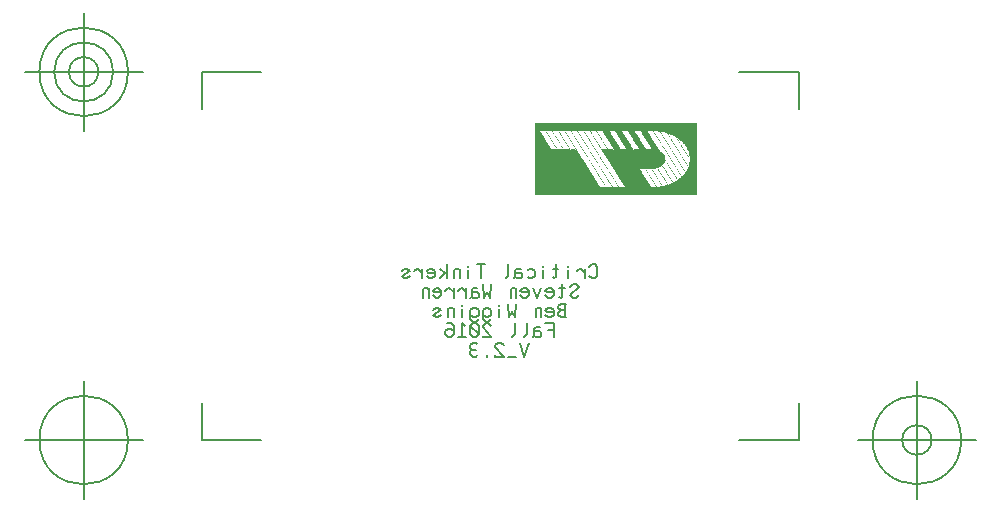
<source format=gbr>
G04 Generated by Ultiboard 14.0 *
%FSLAX24Y24*%
%MOIN*%

%ADD10C,0.0001*%
%ADD11C,0.0001*%
%ADD12C,0.0063*%
%ADD13C,0.0050*%


G04 ColorRGB FF14FF for the following layer *
%LNSilkscreen Bottom*%
%LPD*%
G54D10*
G54D11*
G36*
X16000Y10090D02*
X16000Y10090D01*
X10600Y10090D01*
X10600Y10100D01*
X16000Y10100D01*
X16000Y10090D01*
D02*
G37*
G36*
X16000Y10080D02*
X16000Y10080D01*
X10600Y10080D01*
X10600Y10090D01*
X16000Y10090D01*
X16000Y10080D01*
D02*
G37*
G36*
X16000Y10070D02*
X16000Y10070D01*
X10600Y10070D01*
X10600Y10080D01*
X16000Y10080D01*
X16000Y10070D01*
D02*
G37*
G36*
X16000Y10060D02*
X16000Y10060D01*
X10600Y10060D01*
X10600Y10070D01*
X16000Y10070D01*
X16000Y10060D01*
D02*
G37*
G36*
X16000Y10050D02*
X16000Y10050D01*
X10600Y10050D01*
X10600Y10060D01*
X16000Y10060D01*
X16000Y10050D01*
D02*
G37*
G36*
X16000Y10040D02*
X16000Y10040D01*
X10600Y10040D01*
X10600Y10050D01*
X16000Y10050D01*
X16000Y10040D01*
D02*
G37*
G36*
X16000Y10030D02*
X16000Y10030D01*
X10600Y10030D01*
X10600Y10040D01*
X16000Y10040D01*
X16000Y10030D01*
D02*
G37*
G36*
X16000Y10020D02*
X16000Y10020D01*
X10600Y10020D01*
X10600Y10030D01*
X16000Y10030D01*
X16000Y10020D01*
D02*
G37*
G36*
X16000Y10010D02*
X16000Y10010D01*
X10600Y10010D01*
X10600Y10020D01*
X16000Y10020D01*
X16000Y10010D01*
D02*
G37*
G36*
X16000Y10000D02*
X16000Y10000D01*
X10600Y10000D01*
X10600Y10010D01*
X16000Y10010D01*
X16000Y10000D01*
D02*
G37*
G36*
X16000Y9990D02*
X16000Y9990D01*
X10600Y9990D01*
X10600Y10000D01*
X16000Y10000D01*
X16000Y9990D01*
D02*
G37*
G36*
X16000Y9980D02*
X16000Y9980D01*
X10600Y9980D01*
X10600Y9990D01*
X16000Y9990D01*
X16000Y9980D01*
D02*
G37*
G36*
X16000Y9970D02*
X16000Y9970D01*
X10600Y9970D01*
X10600Y9980D01*
X16000Y9980D01*
X16000Y9970D01*
D02*
G37*
G36*
X16000Y9960D02*
X16000Y9960D01*
X10600Y9960D01*
X10600Y9970D01*
X16000Y9970D01*
X16000Y9960D01*
D02*
G37*
G36*
X16000Y9950D02*
X16000Y9950D01*
X10600Y9950D01*
X10600Y9960D01*
X16000Y9960D01*
X16000Y9950D01*
D02*
G37*
G36*
X16000Y9940D02*
X16000Y9940D01*
X10600Y9940D01*
X10600Y9950D01*
X16000Y9950D01*
X16000Y9940D01*
D02*
G37*
G36*
X16000Y9930D02*
X16000Y9930D01*
X10600Y9930D01*
X10600Y9940D01*
X16000Y9940D01*
X16000Y9930D01*
D02*
G37*
G36*
X16000Y9920D02*
X16000Y9920D01*
X10600Y9920D01*
X10600Y9930D01*
X16000Y9930D01*
X16000Y9920D01*
D02*
G37*
G36*
X16000Y9910D02*
X16000Y9910D01*
X10600Y9910D01*
X10600Y9920D01*
X16000Y9920D01*
X16000Y9910D01*
D02*
G37*
G36*
X16000Y9900D02*
X16000Y9900D01*
X10600Y9900D01*
X10600Y9910D01*
X16000Y9910D01*
X16000Y9900D01*
D02*
G37*
G36*
X16000Y9890D02*
X16000Y9890D01*
X10600Y9890D01*
X10600Y9900D01*
X16000Y9900D01*
X16000Y9890D01*
D02*
G37*
G36*
X16000Y9880D02*
X16000Y9880D01*
X10600Y9880D01*
X10600Y9890D01*
X16000Y9890D01*
X16000Y9880D01*
D02*
G37*
G36*
X16000Y9870D02*
X16000Y9870D01*
X10600Y9870D01*
X10600Y9880D01*
X16000Y9880D01*
X16000Y9870D01*
D02*
G37*
G36*
X16000Y9860D02*
X16000Y9860D01*
X10600Y9860D01*
X10600Y9870D01*
X16000Y9870D01*
X16000Y9860D01*
D02*
G37*
G36*
X16000Y9850D02*
X16000Y9850D01*
X10600Y9850D01*
X10600Y9860D01*
X16000Y9860D01*
X16000Y9850D01*
D02*
G37*
G36*
X16000Y9840D02*
X16000Y9840D01*
X10600Y9840D01*
X10600Y9850D01*
X16000Y9850D01*
X16000Y9840D01*
D02*
G37*
G36*
X16000Y9830D02*
X16000Y9830D01*
X10600Y9830D01*
X10600Y9840D01*
X16000Y9840D01*
X16000Y9830D01*
D02*
G37*
G36*
X16000Y9820D02*
X16000Y9820D01*
X12682Y9820D01*
X12682Y9830D01*
X16000Y9830D01*
X16000Y9820D01*
D02*
G37*
G36*
X12669Y9820D02*
X12669Y9820D01*
X12051Y9820D01*
X12051Y9830D01*
X12669Y9830D01*
X12669Y9820D01*
D02*
G37*
G36*
X12037Y9820D02*
X12037Y9820D01*
X11419Y9820D01*
X11419Y9830D01*
X12037Y9830D01*
X12037Y9820D01*
D02*
G37*
G36*
X11406Y9820D02*
X11406Y9820D01*
X10600Y9820D01*
X10600Y9830D01*
X11406Y9830D01*
X11406Y9820D01*
D02*
G37*
G36*
X16000Y9810D02*
X16000Y9810D01*
X14697Y9810D01*
X14697Y9820D01*
X16000Y9820D01*
X16000Y9810D01*
D02*
G37*
G36*
X14576Y9810D02*
X14576Y9810D01*
X14549Y9810D01*
X14549Y9820D01*
X14576Y9820D01*
X14576Y9810D01*
D02*
G37*
G36*
X14361Y9810D02*
X14361Y9810D01*
X14133Y9810D01*
X14133Y9820D01*
X14361Y9820D01*
X14361Y9810D01*
D02*
G37*
G36*
X13931Y9810D02*
X13931Y9810D01*
X13703Y9810D01*
X13703Y9820D01*
X13931Y9820D01*
X13931Y9810D01*
D02*
G37*
G36*
X13515Y9810D02*
X13515Y9810D01*
X13287Y9810D01*
X13287Y9820D01*
X13515Y9820D01*
X13515Y9810D01*
D02*
G37*
G36*
X13099Y9810D02*
X13099Y9810D01*
X12870Y9810D01*
X12870Y9820D01*
X13099Y9820D01*
X13099Y9810D01*
D02*
G37*
G36*
X12669Y9810D02*
X12669Y9810D01*
X12655Y9810D01*
X12655Y9820D01*
X12669Y9820D01*
X12669Y9810D01*
D02*
G37*
G36*
X12467Y9810D02*
X12467Y9810D01*
X12440Y9810D01*
X12440Y9820D01*
X12467Y9820D01*
X12467Y9810D01*
D02*
G37*
G36*
X12252Y9810D02*
X12252Y9810D01*
X12239Y9810D01*
X12239Y9820D01*
X12252Y9820D01*
X12252Y9810D01*
D02*
G37*
G36*
X12037Y9810D02*
X12037Y9810D01*
X12024Y9810D01*
X12024Y9820D01*
X12037Y9820D01*
X12037Y9810D01*
D02*
G37*
G36*
X11836Y9810D02*
X11836Y9810D01*
X11809Y9810D01*
X11809Y9820D01*
X11836Y9820D01*
X11836Y9810D01*
D02*
G37*
G36*
X11621Y9810D02*
X11621Y9810D01*
X11594Y9810D01*
X11594Y9820D01*
X11621Y9820D01*
X11621Y9810D01*
D02*
G37*
G36*
X11406Y9810D02*
X11406Y9810D01*
X11393Y9810D01*
X11393Y9820D01*
X11406Y9820D01*
X11406Y9810D01*
D02*
G37*
G36*
X11204Y9810D02*
X11204Y9810D01*
X11178Y9810D01*
X11178Y9820D01*
X11204Y9820D01*
X11204Y9810D01*
D02*
G37*
G36*
X10990Y9810D02*
X10990Y9810D01*
X10963Y9810D01*
X10963Y9820D01*
X10990Y9820D01*
X10990Y9810D01*
D02*
G37*
G36*
X10775Y9810D02*
X10775Y9810D01*
X10600Y9810D01*
X10600Y9820D01*
X10775Y9820D01*
X10775Y9810D01*
D02*
G37*
G36*
X16000Y9800D02*
X16000Y9800D01*
X14764Y9800D01*
X14764Y9810D01*
X16000Y9810D01*
X16000Y9800D01*
D02*
G37*
G36*
X14576Y9800D02*
X14576Y9800D01*
X14563Y9800D01*
X14563Y9810D01*
X14576Y9810D01*
X14576Y9800D01*
D02*
G37*
G36*
X14361Y9800D02*
X14361Y9800D01*
X14133Y9800D01*
X14133Y9810D01*
X14361Y9810D01*
X14361Y9800D01*
D02*
G37*
G36*
X13945Y9800D02*
X13945Y9800D01*
X13716Y9800D01*
X13716Y9810D01*
X13945Y9810D01*
X13945Y9800D01*
D02*
G37*
G36*
X13528Y9800D02*
X13528Y9800D01*
X13287Y9800D01*
X13287Y9810D01*
X13528Y9810D01*
X13528Y9800D01*
D02*
G37*
G36*
X13099Y9800D02*
X13099Y9800D01*
X12870Y9800D01*
X12870Y9810D01*
X13099Y9810D01*
X13099Y9800D01*
D02*
G37*
G36*
X12682Y9800D02*
X12682Y9800D01*
X12655Y9800D01*
X12655Y9810D01*
X12682Y9810D01*
X12682Y9800D01*
D02*
G37*
G36*
X12467Y9800D02*
X12467Y9800D01*
X12454Y9800D01*
X12454Y9810D01*
X12467Y9810D01*
X12467Y9800D01*
D02*
G37*
G36*
X12252Y9800D02*
X12252Y9800D01*
X12239Y9800D01*
X12239Y9810D01*
X12252Y9810D01*
X12252Y9800D01*
D02*
G37*
G36*
X12051Y9800D02*
X12051Y9800D01*
X12024Y9800D01*
X12024Y9810D01*
X12051Y9810D01*
X12051Y9800D01*
D02*
G37*
G36*
X11836Y9800D02*
X11836Y9800D01*
X11822Y9800D01*
X11822Y9810D01*
X11836Y9810D01*
X11836Y9800D01*
D02*
G37*
G36*
X11621Y9800D02*
X11621Y9800D01*
X11607Y9800D01*
X11607Y9810D01*
X11621Y9810D01*
X11621Y9800D01*
D02*
G37*
G36*
X11419Y9800D02*
X11419Y9800D01*
X11393Y9800D01*
X11393Y9810D01*
X11419Y9810D01*
X11419Y9800D01*
D02*
G37*
G36*
X11204Y9800D02*
X11204Y9800D01*
X11191Y9800D01*
X11191Y9810D01*
X11204Y9810D01*
X11204Y9800D01*
D02*
G37*
G36*
X10990Y9800D02*
X10990Y9800D01*
X10976Y9800D01*
X10976Y9810D01*
X10990Y9810D01*
X10990Y9800D01*
D02*
G37*
G36*
X10788Y9800D02*
X10788Y9800D01*
X10600Y9800D01*
X10600Y9810D01*
X10788Y9810D01*
X10788Y9800D01*
D02*
G37*
G36*
X16000Y9790D02*
X16000Y9790D01*
X14831Y9790D01*
X14831Y9800D01*
X16000Y9800D01*
X16000Y9790D01*
D02*
G37*
G36*
X14791Y9790D02*
X14791Y9790D01*
X14778Y9790D01*
X14778Y9800D01*
X14791Y9800D01*
X14791Y9790D01*
D02*
G37*
G36*
X14576Y9790D02*
X14576Y9790D01*
X14563Y9790D01*
X14563Y9800D01*
X14576Y9800D01*
X14576Y9790D01*
D02*
G37*
G36*
X14375Y9790D02*
X14375Y9790D01*
X14146Y9790D01*
X14146Y9800D01*
X14375Y9800D01*
X14375Y9790D01*
D02*
G37*
G36*
X13945Y9790D02*
X13945Y9790D01*
X13716Y9790D01*
X13716Y9800D01*
X13945Y9800D01*
X13945Y9790D01*
D02*
G37*
G36*
X13528Y9790D02*
X13528Y9790D01*
X13287Y9790D01*
X13287Y9800D01*
X13528Y9800D01*
X13528Y9790D01*
D02*
G37*
G36*
X13112Y9790D02*
X13112Y9790D01*
X12884Y9790D01*
X12884Y9800D01*
X13112Y9800D01*
X13112Y9790D01*
D02*
G37*
G36*
X12682Y9790D02*
X12682Y9790D01*
X12669Y9790D01*
X12669Y9800D01*
X12682Y9800D01*
X12682Y9790D01*
D02*
G37*
G36*
X12481Y9790D02*
X12481Y9790D01*
X12454Y9790D01*
X12454Y9800D01*
X12481Y9800D01*
X12481Y9790D01*
D02*
G37*
G36*
X12266Y9790D02*
X12266Y9790D01*
X12239Y9790D01*
X12239Y9800D01*
X12266Y9800D01*
X12266Y9790D01*
D02*
G37*
G36*
X12051Y9790D02*
X12051Y9790D01*
X12037Y9790D01*
X12037Y9800D01*
X12051Y9800D01*
X12051Y9790D01*
D02*
G37*
G36*
X11836Y9790D02*
X11836Y9790D01*
X11822Y9790D01*
X11822Y9800D01*
X11836Y9800D01*
X11836Y9790D01*
D02*
G37*
G36*
X11634Y9790D02*
X11634Y9790D01*
X11607Y9790D01*
X11607Y9800D01*
X11634Y9800D01*
X11634Y9790D01*
D02*
G37*
G36*
X11419Y9790D02*
X11419Y9790D01*
X11406Y9790D01*
X11406Y9800D01*
X11419Y9800D01*
X11419Y9790D01*
D02*
G37*
G36*
X11204Y9790D02*
X11204Y9790D01*
X11191Y9790D01*
X11191Y9800D01*
X11204Y9800D01*
X11204Y9790D01*
D02*
G37*
G36*
X11003Y9790D02*
X11003Y9790D01*
X10976Y9790D01*
X10976Y9800D01*
X11003Y9800D01*
X11003Y9790D01*
D02*
G37*
G36*
X10801Y9790D02*
X10801Y9790D01*
X10600Y9790D01*
X10600Y9800D01*
X10801Y9800D01*
X10801Y9790D01*
D02*
G37*
G36*
X16000Y9780D02*
X16000Y9780D01*
X14885Y9780D01*
X14885Y9790D01*
X16000Y9790D01*
X16000Y9780D01*
D02*
G37*
G36*
X14804Y9780D02*
X14804Y9780D01*
X14778Y9780D01*
X14778Y9790D01*
X14804Y9790D01*
X14804Y9780D01*
D02*
G37*
G36*
X14590Y9780D02*
X14590Y9780D01*
X14576Y9780D01*
X14576Y9790D01*
X14590Y9790D01*
X14590Y9780D01*
D02*
G37*
G36*
X14375Y9780D02*
X14375Y9780D01*
X14146Y9780D01*
X14146Y9790D01*
X14375Y9790D01*
X14375Y9780D01*
D02*
G37*
G36*
X13958Y9780D02*
X13958Y9780D01*
X13730Y9780D01*
X13730Y9790D01*
X13958Y9790D01*
X13958Y9780D01*
D02*
G37*
G36*
X13542Y9780D02*
X13542Y9780D01*
X13300Y9780D01*
X13300Y9790D01*
X13542Y9790D01*
X13542Y9780D01*
D02*
G37*
G36*
X13112Y9780D02*
X13112Y9780D01*
X12884Y9780D01*
X12884Y9790D01*
X13112Y9790D01*
X13112Y9780D01*
D02*
G37*
G36*
X12696Y9780D02*
X12696Y9780D01*
X12669Y9780D01*
X12669Y9790D01*
X12696Y9790D01*
X12696Y9780D01*
D02*
G37*
G36*
X12481Y9780D02*
X12481Y9780D01*
X12467Y9780D01*
X12467Y9790D01*
X12481Y9790D01*
X12481Y9780D01*
D02*
G37*
G36*
X12266Y9780D02*
X12266Y9780D01*
X12252Y9780D01*
X12252Y9790D01*
X12266Y9790D01*
X12266Y9780D01*
D02*
G37*
G36*
X12064Y9780D02*
X12064Y9780D01*
X12037Y9780D01*
X12037Y9790D01*
X12064Y9790D01*
X12064Y9780D01*
D02*
G37*
G36*
X11849Y9780D02*
X11849Y9780D01*
X11836Y9780D01*
X11836Y9790D01*
X11849Y9790D01*
X11849Y9780D01*
D02*
G37*
G36*
X11634Y9780D02*
X11634Y9780D01*
X11621Y9780D01*
X11621Y9790D01*
X11634Y9790D01*
X11634Y9780D01*
D02*
G37*
G36*
X11433Y9780D02*
X11433Y9780D01*
X11406Y9780D01*
X11406Y9790D01*
X11433Y9790D01*
X11433Y9780D01*
D02*
G37*
G36*
X11218Y9780D02*
X11218Y9780D01*
X11191Y9780D01*
X11191Y9790D01*
X11218Y9790D01*
X11218Y9780D01*
D02*
G37*
G36*
X11003Y9780D02*
X11003Y9780D01*
X10990Y9780D01*
X10990Y9790D01*
X11003Y9790D01*
X11003Y9780D01*
D02*
G37*
G36*
X10801Y9780D02*
X10801Y9780D01*
X10600Y9780D01*
X10600Y9790D01*
X10801Y9790D01*
X10801Y9780D01*
D02*
G37*
G36*
X16000Y9770D02*
X16000Y9770D01*
X14925Y9770D01*
X14925Y9780D01*
X16000Y9780D01*
X16000Y9770D01*
D02*
G37*
G36*
X14804Y9770D02*
X14804Y9770D01*
X14791Y9770D01*
X14791Y9780D01*
X14804Y9780D01*
X14804Y9770D01*
D02*
G37*
G36*
X14590Y9770D02*
X14590Y9770D01*
X14576Y9770D01*
X14576Y9780D01*
X14590Y9780D01*
X14590Y9770D01*
D02*
G37*
G36*
X14388Y9770D02*
X14388Y9770D01*
X14160Y9770D01*
X14160Y9780D01*
X14388Y9780D01*
X14388Y9770D01*
D02*
G37*
G36*
X13958Y9770D02*
X13958Y9770D01*
X13730Y9770D01*
X13730Y9780D01*
X13958Y9780D01*
X13958Y9770D01*
D02*
G37*
G36*
X13542Y9770D02*
X13542Y9770D01*
X13300Y9770D01*
X13300Y9780D01*
X13542Y9780D01*
X13542Y9770D01*
D02*
G37*
G36*
X13125Y9770D02*
X13125Y9770D01*
X12884Y9770D01*
X12884Y9780D01*
X13125Y9780D01*
X13125Y9770D01*
D02*
G37*
G36*
X12696Y9770D02*
X12696Y9770D01*
X12682Y9770D01*
X12682Y9780D01*
X12696Y9780D01*
X12696Y9770D01*
D02*
G37*
G36*
X12494Y9770D02*
X12494Y9770D01*
X12467Y9770D01*
X12467Y9780D01*
X12494Y9780D01*
X12494Y9770D01*
D02*
G37*
G36*
X12279Y9770D02*
X12279Y9770D01*
X12252Y9770D01*
X12252Y9780D01*
X12279Y9780D01*
X12279Y9770D01*
D02*
G37*
G36*
X12064Y9770D02*
X12064Y9770D01*
X12051Y9770D01*
X12051Y9780D01*
X12064Y9780D01*
X12064Y9770D01*
D02*
G37*
G36*
X11849Y9770D02*
X11849Y9770D01*
X11836Y9770D01*
X11836Y9780D01*
X11849Y9780D01*
X11849Y9770D01*
D02*
G37*
G36*
X11648Y9770D02*
X11648Y9770D01*
X11621Y9770D01*
X11621Y9780D01*
X11648Y9780D01*
X11648Y9770D01*
D02*
G37*
G36*
X11433Y9770D02*
X11433Y9770D01*
X11419Y9770D01*
X11419Y9780D01*
X11433Y9780D01*
X11433Y9770D01*
D02*
G37*
G36*
X11218Y9770D02*
X11218Y9770D01*
X11204Y9770D01*
X11204Y9780D01*
X11218Y9780D01*
X11218Y9770D01*
D02*
G37*
G36*
X11016Y9770D02*
X11016Y9770D01*
X10990Y9770D01*
X10990Y9780D01*
X11016Y9780D01*
X11016Y9770D01*
D02*
G37*
G36*
X10801Y9770D02*
X10801Y9770D01*
X10600Y9770D01*
X10600Y9780D01*
X10801Y9780D01*
X10801Y9770D01*
D02*
G37*
G36*
X16000Y9760D02*
X16000Y9760D01*
X14966Y9760D01*
X14966Y9770D01*
X16000Y9770D01*
X16000Y9760D01*
D02*
G37*
G36*
X14818Y9760D02*
X14818Y9760D01*
X14791Y9760D01*
X14791Y9770D01*
X14818Y9770D01*
X14818Y9760D01*
D02*
G37*
G36*
X14603Y9760D02*
X14603Y9760D01*
X14576Y9760D01*
X14576Y9770D01*
X14603Y9770D01*
X14603Y9760D01*
D02*
G37*
G36*
X14388Y9760D02*
X14388Y9760D01*
X14160Y9760D01*
X14160Y9770D01*
X14388Y9770D01*
X14388Y9760D01*
D02*
G37*
G36*
X13972Y9760D02*
X13972Y9760D01*
X13743Y9760D01*
X13743Y9770D01*
X13972Y9770D01*
X13972Y9760D01*
D02*
G37*
G36*
X13542Y9760D02*
X13542Y9760D01*
X13313Y9760D01*
X13313Y9770D01*
X13542Y9770D01*
X13542Y9760D01*
D02*
G37*
G36*
X13125Y9760D02*
X13125Y9760D01*
X12897Y9760D01*
X12897Y9770D01*
X13125Y9770D01*
X13125Y9760D01*
D02*
G37*
G36*
X12709Y9760D02*
X12709Y9760D01*
X12682Y9760D01*
X12682Y9770D01*
X12709Y9770D01*
X12709Y9760D01*
D02*
G37*
G36*
X12494Y9760D02*
X12494Y9760D01*
X12481Y9760D01*
X12481Y9770D01*
X12494Y9770D01*
X12494Y9760D01*
D02*
G37*
G36*
X12279Y9760D02*
X12279Y9760D01*
X12266Y9760D01*
X12266Y9770D01*
X12279Y9770D01*
X12279Y9760D01*
D02*
G37*
G36*
X12078Y9760D02*
X12078Y9760D01*
X12051Y9760D01*
X12051Y9770D01*
X12078Y9770D01*
X12078Y9760D01*
D02*
G37*
G36*
X11863Y9760D02*
X11863Y9760D01*
X11836Y9760D01*
X11836Y9770D01*
X11863Y9770D01*
X11863Y9760D01*
D02*
G37*
G36*
X11648Y9760D02*
X11648Y9760D01*
X11634Y9760D01*
X11634Y9770D01*
X11648Y9770D01*
X11648Y9760D01*
D02*
G37*
G36*
X11446Y9760D02*
X11446Y9760D01*
X11419Y9760D01*
X11419Y9770D01*
X11446Y9770D01*
X11446Y9760D01*
D02*
G37*
G36*
X11231Y9760D02*
X11231Y9760D01*
X11204Y9760D01*
X11204Y9770D01*
X11231Y9770D01*
X11231Y9760D01*
D02*
G37*
G36*
X11016Y9760D02*
X11016Y9760D01*
X11003Y9760D01*
X11003Y9770D01*
X11016Y9770D01*
X11016Y9760D01*
D02*
G37*
G36*
X10815Y9760D02*
X10815Y9760D01*
X10600Y9760D01*
X10600Y9770D01*
X10815Y9770D01*
X10815Y9760D01*
D02*
G37*
G36*
X16000Y9750D02*
X16000Y9750D01*
X14993Y9750D01*
X14993Y9760D01*
X16000Y9760D01*
X16000Y9750D01*
D02*
G37*
G36*
X14818Y9750D02*
X14818Y9750D01*
X14804Y9750D01*
X14804Y9760D01*
X14818Y9760D01*
X14818Y9750D01*
D02*
G37*
G36*
X14603Y9750D02*
X14603Y9750D01*
X14590Y9750D01*
X14590Y9760D01*
X14603Y9760D01*
X14603Y9750D01*
D02*
G37*
G36*
X14401Y9750D02*
X14401Y9750D01*
X14173Y9750D01*
X14173Y9760D01*
X14401Y9760D01*
X14401Y9750D01*
D02*
G37*
G36*
X13972Y9750D02*
X13972Y9750D01*
X13743Y9750D01*
X13743Y9760D01*
X13972Y9760D01*
X13972Y9750D01*
D02*
G37*
G36*
X13555Y9750D02*
X13555Y9750D01*
X13313Y9750D01*
X13313Y9760D01*
X13555Y9760D01*
X13555Y9750D01*
D02*
G37*
G36*
X13139Y9750D02*
X13139Y9750D01*
X12897Y9750D01*
X12897Y9760D01*
X13139Y9760D01*
X13139Y9750D01*
D02*
G37*
G36*
X12709Y9750D02*
X12709Y9750D01*
X12696Y9750D01*
X12696Y9760D01*
X12709Y9760D01*
X12709Y9750D01*
D02*
G37*
G36*
X12494Y9750D02*
X12494Y9750D01*
X12481Y9750D01*
X12481Y9760D01*
X12494Y9760D01*
X12494Y9750D01*
D02*
G37*
G36*
X12293Y9750D02*
X12293Y9750D01*
X12266Y9750D01*
X12266Y9760D01*
X12293Y9760D01*
X12293Y9750D01*
D02*
G37*
G36*
X12078Y9750D02*
X12078Y9750D01*
X12064Y9750D01*
X12064Y9760D01*
X12078Y9760D01*
X12078Y9750D01*
D02*
G37*
G36*
X11863Y9750D02*
X11863Y9750D01*
X11849Y9750D01*
X11849Y9760D01*
X11863Y9760D01*
X11863Y9750D01*
D02*
G37*
G36*
X11661Y9750D02*
X11661Y9750D01*
X11634Y9750D01*
X11634Y9760D01*
X11661Y9760D01*
X11661Y9750D01*
D02*
G37*
G36*
X11446Y9750D02*
X11446Y9750D01*
X11433Y9750D01*
X11433Y9760D01*
X11446Y9760D01*
X11446Y9750D01*
D02*
G37*
G36*
X11231Y9750D02*
X11231Y9750D01*
X11218Y9750D01*
X11218Y9760D01*
X11231Y9760D01*
X11231Y9750D01*
D02*
G37*
G36*
X11030Y9750D02*
X11030Y9750D01*
X11003Y9750D01*
X11003Y9760D01*
X11030Y9760D01*
X11030Y9750D01*
D02*
G37*
G36*
X10815Y9750D02*
X10815Y9750D01*
X10600Y9750D01*
X10600Y9760D01*
X10815Y9760D01*
X10815Y9750D01*
D02*
G37*
G36*
X16000Y9740D02*
X16000Y9740D01*
X15019Y9740D01*
X15019Y9750D01*
X16000Y9750D01*
X16000Y9740D01*
D02*
G37*
G36*
X14831Y9740D02*
X14831Y9740D01*
X14804Y9740D01*
X14804Y9750D01*
X14831Y9750D01*
X14831Y9740D01*
D02*
G37*
G36*
X14616Y9740D02*
X14616Y9740D01*
X14590Y9740D01*
X14590Y9750D01*
X14616Y9750D01*
X14616Y9740D01*
D02*
G37*
G36*
X14401Y9740D02*
X14401Y9740D01*
X14173Y9740D01*
X14173Y9750D01*
X14401Y9750D01*
X14401Y9740D01*
D02*
G37*
G36*
X13985Y9740D02*
X13985Y9740D01*
X13757Y9740D01*
X13757Y9750D01*
X13985Y9750D01*
X13985Y9740D01*
D02*
G37*
G36*
X13555Y9740D02*
X13555Y9740D01*
X13327Y9740D01*
X13327Y9750D01*
X13555Y9750D01*
X13555Y9740D01*
D02*
G37*
G36*
X13139Y9740D02*
X13139Y9740D01*
X12910Y9740D01*
X12910Y9750D01*
X13139Y9750D01*
X13139Y9740D01*
D02*
G37*
G36*
X12722Y9740D02*
X12722Y9740D01*
X12696Y9740D01*
X12696Y9750D01*
X12722Y9750D01*
X12722Y9740D01*
D02*
G37*
G36*
X12507Y9740D02*
X12507Y9740D01*
X12481Y9740D01*
X12481Y9750D01*
X12507Y9750D01*
X12507Y9740D01*
D02*
G37*
G36*
X12293Y9740D02*
X12293Y9740D01*
X12279Y9740D01*
X12279Y9750D01*
X12293Y9750D01*
X12293Y9740D01*
D02*
G37*
G36*
X12091Y9740D02*
X12091Y9740D01*
X12064Y9740D01*
X12064Y9750D01*
X12091Y9750D01*
X12091Y9740D01*
D02*
G37*
G36*
X11876Y9740D02*
X11876Y9740D01*
X11849Y9740D01*
X11849Y9750D01*
X11876Y9750D01*
X11876Y9740D01*
D02*
G37*
G36*
X11661Y9740D02*
X11661Y9740D01*
X11648Y9740D01*
X11648Y9750D01*
X11661Y9750D01*
X11661Y9740D01*
D02*
G37*
G36*
X11460Y9740D02*
X11460Y9740D01*
X11433Y9740D01*
X11433Y9750D01*
X11460Y9750D01*
X11460Y9740D01*
D02*
G37*
G36*
X11245Y9740D02*
X11245Y9740D01*
X11218Y9740D01*
X11218Y9750D01*
X11245Y9750D01*
X11245Y9740D01*
D02*
G37*
G36*
X11030Y9740D02*
X11030Y9740D01*
X11016Y9740D01*
X11016Y9750D01*
X11030Y9750D01*
X11030Y9740D01*
D02*
G37*
G36*
X10828Y9740D02*
X10828Y9740D01*
X10600Y9740D01*
X10600Y9750D01*
X10828Y9750D01*
X10828Y9740D01*
D02*
G37*
G36*
X16000Y9730D02*
X16000Y9730D01*
X15060Y9730D01*
X15060Y9740D01*
X16000Y9740D01*
X16000Y9730D01*
D02*
G37*
G36*
X15046Y9730D02*
X15046Y9730D01*
X15019Y9730D01*
X15019Y9740D01*
X15046Y9740D01*
X15046Y9730D01*
D02*
G37*
G36*
X14831Y9730D02*
X14831Y9730D01*
X14818Y9730D01*
X14818Y9740D01*
X14831Y9740D01*
X14831Y9730D01*
D02*
G37*
G36*
X14616Y9730D02*
X14616Y9730D01*
X14603Y9730D01*
X14603Y9740D01*
X14616Y9740D01*
X14616Y9730D01*
D02*
G37*
G36*
X14415Y9730D02*
X14415Y9730D01*
X14173Y9730D01*
X14173Y9740D01*
X14415Y9740D01*
X14415Y9730D01*
D02*
G37*
G36*
X13985Y9730D02*
X13985Y9730D01*
X13757Y9730D01*
X13757Y9740D01*
X13985Y9740D01*
X13985Y9730D01*
D02*
G37*
G36*
X13569Y9730D02*
X13569Y9730D01*
X13327Y9730D01*
X13327Y9740D01*
X13569Y9740D01*
X13569Y9730D01*
D02*
G37*
G36*
X13152Y9730D02*
X13152Y9730D01*
X12910Y9730D01*
X12910Y9740D01*
X13152Y9740D01*
X13152Y9730D01*
D02*
G37*
G36*
X12722Y9730D02*
X12722Y9730D01*
X12709Y9730D01*
X12709Y9740D01*
X12722Y9740D01*
X12722Y9730D01*
D02*
G37*
G36*
X12507Y9730D02*
X12507Y9730D01*
X12494Y9730D01*
X12494Y9740D01*
X12507Y9740D01*
X12507Y9730D01*
D02*
G37*
G36*
X12306Y9730D02*
X12306Y9730D01*
X12279Y9730D01*
X12279Y9740D01*
X12306Y9740D01*
X12306Y9730D01*
D02*
G37*
G36*
X12091Y9730D02*
X12091Y9730D01*
X12078Y9730D01*
X12078Y9740D01*
X12091Y9740D01*
X12091Y9730D01*
D02*
G37*
G36*
X11876Y9730D02*
X11876Y9730D01*
X11863Y9730D01*
X11863Y9740D01*
X11876Y9740D01*
X11876Y9730D01*
D02*
G37*
G36*
X11675Y9730D02*
X11675Y9730D01*
X11648Y9730D01*
X11648Y9740D01*
X11675Y9740D01*
X11675Y9730D01*
D02*
G37*
G36*
X11460Y9730D02*
X11460Y9730D01*
X11433Y9730D01*
X11433Y9740D01*
X11460Y9740D01*
X11460Y9730D01*
D02*
G37*
G36*
X11245Y9730D02*
X11245Y9730D01*
X11231Y9730D01*
X11231Y9740D01*
X11245Y9740D01*
X11245Y9730D01*
D02*
G37*
G36*
X11043Y9730D02*
X11043Y9730D01*
X11016Y9730D01*
X11016Y9740D01*
X11043Y9740D01*
X11043Y9730D01*
D02*
G37*
G36*
X10828Y9730D02*
X10828Y9730D01*
X10600Y9730D01*
X10600Y9740D01*
X10828Y9740D01*
X10828Y9730D01*
D02*
G37*
G36*
X16000Y9720D02*
X16000Y9720D01*
X15087Y9720D01*
X15087Y9730D01*
X16000Y9730D01*
X16000Y9720D01*
D02*
G37*
G36*
X15046Y9720D02*
X15046Y9720D01*
X15033Y9720D01*
X15033Y9730D01*
X15046Y9730D01*
X15046Y9720D01*
D02*
G37*
G36*
X14831Y9720D02*
X14831Y9720D01*
X14818Y9720D01*
X14818Y9730D01*
X14831Y9730D01*
X14831Y9720D01*
D02*
G37*
G36*
X14630Y9720D02*
X14630Y9720D01*
X14603Y9720D01*
X14603Y9730D01*
X14630Y9730D01*
X14630Y9720D01*
D02*
G37*
G36*
X14415Y9720D02*
X14415Y9720D01*
X14187Y9720D01*
X14187Y9730D01*
X14415Y9730D01*
X14415Y9720D01*
D02*
G37*
G36*
X13999Y9720D02*
X13999Y9720D01*
X13770Y9720D01*
X13770Y9730D01*
X13999Y9730D01*
X13999Y9720D01*
D02*
G37*
G36*
X13569Y9720D02*
X13569Y9720D01*
X13340Y9720D01*
X13340Y9730D01*
X13569Y9730D01*
X13569Y9720D01*
D02*
G37*
G36*
X13152Y9720D02*
X13152Y9720D01*
X12924Y9720D01*
X12924Y9730D01*
X13152Y9730D01*
X13152Y9720D01*
D02*
G37*
G36*
X12736Y9720D02*
X12736Y9720D01*
X12709Y9720D01*
X12709Y9730D01*
X12736Y9730D01*
X12736Y9720D01*
D02*
G37*
G36*
X12521Y9720D02*
X12521Y9720D01*
X12494Y9720D01*
X12494Y9730D01*
X12521Y9730D01*
X12521Y9720D01*
D02*
G37*
G36*
X12306Y9720D02*
X12306Y9720D01*
X12293Y9720D01*
X12293Y9730D01*
X12306Y9730D01*
X12306Y9720D01*
D02*
G37*
G36*
X12091Y9720D02*
X12091Y9720D01*
X12078Y9720D01*
X12078Y9730D01*
X12091Y9730D01*
X12091Y9720D01*
D02*
G37*
G36*
X11890Y9720D02*
X11890Y9720D01*
X11863Y9720D01*
X11863Y9730D01*
X11890Y9730D01*
X11890Y9720D01*
D02*
G37*
G36*
X11675Y9720D02*
X11675Y9720D01*
X11661Y9720D01*
X11661Y9730D01*
X11675Y9730D01*
X11675Y9720D01*
D02*
G37*
G36*
X11460Y9720D02*
X11460Y9720D01*
X11446Y9720D01*
X11446Y9730D01*
X11460Y9730D01*
X11460Y9720D01*
D02*
G37*
G36*
X11258Y9720D02*
X11258Y9720D01*
X11231Y9720D01*
X11231Y9730D01*
X11258Y9730D01*
X11258Y9720D01*
D02*
G37*
G36*
X11043Y9720D02*
X11043Y9720D01*
X11030Y9720D01*
X11030Y9730D01*
X11043Y9730D01*
X11043Y9720D01*
D02*
G37*
G36*
X10842Y9720D02*
X10842Y9720D01*
X10600Y9720D01*
X10600Y9730D01*
X10842Y9730D01*
X10842Y9720D01*
D02*
G37*
G36*
X16000Y9710D02*
X16000Y9710D01*
X15113Y9710D01*
X15113Y9720D01*
X16000Y9720D01*
X16000Y9710D01*
D02*
G37*
G36*
X15060Y9710D02*
X15060Y9710D01*
X15033Y9710D01*
X15033Y9720D01*
X15060Y9720D01*
X15060Y9710D01*
D02*
G37*
G36*
X14845Y9710D02*
X14845Y9710D01*
X14831Y9710D01*
X14831Y9720D01*
X14845Y9720D01*
X14845Y9710D01*
D02*
G37*
G36*
X14630Y9710D02*
X14630Y9710D01*
X14616Y9710D01*
X14616Y9720D01*
X14630Y9720D01*
X14630Y9710D01*
D02*
G37*
G36*
X14428Y9710D02*
X14428Y9710D01*
X14187Y9710D01*
X14187Y9720D01*
X14428Y9720D01*
X14428Y9710D01*
D02*
G37*
G36*
X13999Y9710D02*
X13999Y9710D01*
X13770Y9710D01*
X13770Y9720D01*
X13999Y9720D01*
X13999Y9710D01*
D02*
G37*
G36*
X13582Y9710D02*
X13582Y9710D01*
X13340Y9710D01*
X13340Y9720D01*
X13582Y9720D01*
X13582Y9710D01*
D02*
G37*
G36*
X13152Y9710D02*
X13152Y9710D01*
X12924Y9710D01*
X12924Y9720D01*
X13152Y9720D01*
X13152Y9710D01*
D02*
G37*
G36*
X12736Y9710D02*
X12736Y9710D01*
X12722Y9710D01*
X12722Y9720D01*
X12736Y9720D01*
X12736Y9710D01*
D02*
G37*
G36*
X12521Y9710D02*
X12521Y9710D01*
X12507Y9710D01*
X12507Y9720D01*
X12521Y9720D01*
X12521Y9710D01*
D02*
G37*
G36*
X12319Y9710D02*
X12319Y9710D01*
X12293Y9710D01*
X12293Y9720D01*
X12319Y9720D01*
X12319Y9710D01*
D02*
G37*
G36*
X12104Y9710D02*
X12104Y9710D01*
X12078Y9710D01*
X12078Y9720D01*
X12104Y9720D01*
X12104Y9710D01*
D02*
G37*
G36*
X11890Y9710D02*
X11890Y9710D01*
X11876Y9710D01*
X11876Y9720D01*
X11890Y9720D01*
X11890Y9710D01*
D02*
G37*
G36*
X11688Y9710D02*
X11688Y9710D01*
X11661Y9710D01*
X11661Y9720D01*
X11688Y9720D01*
X11688Y9710D01*
D02*
G37*
G36*
X11473Y9710D02*
X11473Y9710D01*
X11446Y9710D01*
X11446Y9720D01*
X11473Y9720D01*
X11473Y9710D01*
D02*
G37*
G36*
X11258Y9710D02*
X11258Y9710D01*
X11245Y9710D01*
X11245Y9720D01*
X11258Y9720D01*
X11258Y9710D01*
D02*
G37*
G36*
X11057Y9710D02*
X11057Y9710D01*
X11030Y9710D01*
X11030Y9720D01*
X11057Y9720D01*
X11057Y9710D01*
D02*
G37*
G36*
X10842Y9710D02*
X10842Y9710D01*
X10600Y9710D01*
X10600Y9720D01*
X10842Y9720D01*
X10842Y9710D01*
D02*
G37*
G36*
X16000Y9700D02*
X16000Y9700D01*
X15127Y9700D01*
X15127Y9710D01*
X16000Y9710D01*
X16000Y9700D01*
D02*
G37*
G36*
X15060Y9700D02*
X15060Y9700D01*
X15046Y9700D01*
X15046Y9710D01*
X15060Y9710D01*
X15060Y9700D01*
D02*
G37*
G36*
X14845Y9700D02*
X14845Y9700D01*
X14831Y9700D01*
X14831Y9710D01*
X14845Y9710D01*
X14845Y9700D01*
D02*
G37*
G36*
X14643Y9700D02*
X14643Y9700D01*
X14616Y9700D01*
X14616Y9710D01*
X14643Y9710D01*
X14643Y9700D01*
D02*
G37*
G36*
X14428Y9700D02*
X14428Y9700D01*
X14200Y9700D01*
X14200Y9710D01*
X14428Y9710D01*
X14428Y9700D01*
D02*
G37*
G36*
X14012Y9700D02*
X14012Y9700D01*
X13770Y9700D01*
X13770Y9710D01*
X14012Y9710D01*
X14012Y9700D01*
D02*
G37*
G36*
X13582Y9700D02*
X13582Y9700D01*
X13354Y9700D01*
X13354Y9710D01*
X13582Y9710D01*
X13582Y9700D01*
D02*
G37*
G36*
X13166Y9700D02*
X13166Y9700D01*
X12937Y9700D01*
X12937Y9710D01*
X13166Y9710D01*
X13166Y9700D01*
D02*
G37*
G36*
X12736Y9700D02*
X12736Y9700D01*
X12722Y9700D01*
X12722Y9710D01*
X12736Y9710D01*
X12736Y9700D01*
D02*
G37*
G36*
X12534Y9700D02*
X12534Y9700D01*
X12507Y9700D01*
X12507Y9710D01*
X12534Y9710D01*
X12534Y9700D01*
D02*
G37*
G36*
X12319Y9700D02*
X12319Y9700D01*
X12306Y9700D01*
X12306Y9710D01*
X12319Y9710D01*
X12319Y9700D01*
D02*
G37*
G36*
X12104Y9700D02*
X12104Y9700D01*
X12091Y9700D01*
X12091Y9710D01*
X12104Y9710D01*
X12104Y9700D01*
D02*
G37*
G36*
X11903Y9700D02*
X11903Y9700D01*
X11876Y9700D01*
X11876Y9710D01*
X11903Y9710D01*
X11903Y9700D01*
D02*
G37*
G36*
X11688Y9700D02*
X11688Y9700D01*
X11675Y9700D01*
X11675Y9710D01*
X11688Y9710D01*
X11688Y9700D01*
D02*
G37*
G36*
X11473Y9700D02*
X11473Y9700D01*
X11460Y9700D01*
X11460Y9710D01*
X11473Y9710D01*
X11473Y9700D01*
D02*
G37*
G36*
X11272Y9700D02*
X11272Y9700D01*
X11245Y9700D01*
X11245Y9710D01*
X11272Y9710D01*
X11272Y9700D01*
D02*
G37*
G36*
X11057Y9700D02*
X11057Y9700D01*
X11043Y9700D01*
X11043Y9710D01*
X11057Y9710D01*
X11057Y9700D01*
D02*
G37*
G36*
X10855Y9700D02*
X10855Y9700D01*
X10600Y9700D01*
X10600Y9710D01*
X10855Y9710D01*
X10855Y9700D01*
D02*
G37*
G36*
X16000Y9690D02*
X16000Y9690D01*
X15154Y9690D01*
X15154Y9700D01*
X16000Y9700D01*
X16000Y9690D01*
D02*
G37*
G36*
X15073Y9690D02*
X15073Y9690D01*
X15046Y9690D01*
X15046Y9700D01*
X15073Y9700D01*
X15073Y9690D01*
D02*
G37*
G36*
X14858Y9690D02*
X14858Y9690D01*
X14831Y9690D01*
X14831Y9700D01*
X14858Y9700D01*
X14858Y9690D01*
D02*
G37*
G36*
X14643Y9690D02*
X14643Y9690D01*
X14630Y9690D01*
X14630Y9700D01*
X14643Y9700D01*
X14643Y9690D01*
D02*
G37*
G36*
X14428Y9690D02*
X14428Y9690D01*
X14200Y9690D01*
X14200Y9700D01*
X14428Y9700D01*
X14428Y9690D01*
D02*
G37*
G36*
X14012Y9690D02*
X14012Y9690D01*
X13784Y9690D01*
X13784Y9700D01*
X14012Y9700D01*
X14012Y9690D01*
D02*
G37*
G36*
X13596Y9690D02*
X13596Y9690D01*
X13354Y9690D01*
X13354Y9700D01*
X13596Y9700D01*
X13596Y9690D01*
D02*
G37*
G36*
X13166Y9690D02*
X13166Y9690D01*
X12937Y9690D01*
X12937Y9700D01*
X13166Y9700D01*
X13166Y9690D01*
D02*
G37*
G36*
X12749Y9690D02*
X12749Y9690D01*
X12736Y9690D01*
X12736Y9700D01*
X12749Y9700D01*
X12749Y9690D01*
D02*
G37*
G36*
X12534Y9690D02*
X12534Y9690D01*
X12521Y9690D01*
X12521Y9700D01*
X12534Y9700D01*
X12534Y9690D01*
D02*
G37*
G36*
X12333Y9690D02*
X12333Y9690D01*
X12306Y9690D01*
X12306Y9700D01*
X12333Y9700D01*
X12333Y9690D01*
D02*
G37*
G36*
X12118Y9690D02*
X12118Y9690D01*
X12091Y9690D01*
X12091Y9700D01*
X12118Y9700D01*
X12118Y9690D01*
D02*
G37*
G36*
X11903Y9690D02*
X11903Y9690D01*
X11890Y9690D01*
X11890Y9700D01*
X11903Y9700D01*
X11903Y9690D01*
D02*
G37*
G36*
X11688Y9690D02*
X11688Y9690D01*
X11675Y9690D01*
X11675Y9700D01*
X11688Y9700D01*
X11688Y9690D01*
D02*
G37*
G36*
X11487Y9690D02*
X11487Y9690D01*
X11460Y9690D01*
X11460Y9700D01*
X11487Y9700D01*
X11487Y9690D01*
D02*
G37*
G36*
X11272Y9690D02*
X11272Y9690D01*
X11258Y9690D01*
X11258Y9700D01*
X11272Y9700D01*
X11272Y9690D01*
D02*
G37*
G36*
X11057Y9690D02*
X11057Y9690D01*
X11043Y9690D01*
X11043Y9700D01*
X11057Y9700D01*
X11057Y9690D01*
D02*
G37*
G36*
X10855Y9690D02*
X10855Y9690D01*
X10600Y9690D01*
X10600Y9700D01*
X10855Y9700D01*
X10855Y9690D01*
D02*
G37*
G36*
X16000Y9680D02*
X16000Y9680D01*
X15181Y9680D01*
X15181Y9690D01*
X16000Y9690D01*
X16000Y9680D01*
D02*
G37*
G36*
X15073Y9680D02*
X15073Y9680D01*
X15060Y9680D01*
X15060Y9690D01*
X15073Y9690D01*
X15073Y9680D01*
D02*
G37*
G36*
X14858Y9680D02*
X14858Y9680D01*
X14845Y9680D01*
X14845Y9690D01*
X14858Y9690D01*
X14858Y9680D01*
D02*
G37*
G36*
X14657Y9680D02*
X14657Y9680D01*
X14630Y9680D01*
X14630Y9690D01*
X14657Y9690D01*
X14657Y9680D01*
D02*
G37*
G36*
X14442Y9680D02*
X14442Y9680D01*
X14213Y9680D01*
X14213Y9690D01*
X14442Y9690D01*
X14442Y9680D01*
D02*
G37*
G36*
X14025Y9680D02*
X14025Y9680D01*
X13784Y9680D01*
X13784Y9690D01*
X14025Y9690D01*
X14025Y9680D01*
D02*
G37*
G36*
X13596Y9680D02*
X13596Y9680D01*
X13367Y9680D01*
X13367Y9690D01*
X13596Y9690D01*
X13596Y9680D01*
D02*
G37*
G36*
X13179Y9680D02*
X13179Y9680D01*
X12951Y9680D01*
X12951Y9690D01*
X13179Y9690D01*
X13179Y9680D01*
D02*
G37*
G36*
X12749Y9680D02*
X12749Y9680D01*
X12736Y9680D01*
X12736Y9690D01*
X12749Y9690D01*
X12749Y9680D01*
D02*
G37*
G36*
X12548Y9680D02*
X12548Y9680D01*
X12521Y9680D01*
X12521Y9690D01*
X12548Y9690D01*
X12548Y9680D01*
D02*
G37*
G36*
X12333Y9680D02*
X12333Y9680D01*
X12319Y9680D01*
X12319Y9690D01*
X12333Y9690D01*
X12333Y9680D01*
D02*
G37*
G36*
X12118Y9680D02*
X12118Y9680D01*
X12104Y9680D01*
X12104Y9690D01*
X12118Y9690D01*
X12118Y9680D01*
D02*
G37*
G36*
X11916Y9680D02*
X11916Y9680D01*
X11890Y9680D01*
X11890Y9690D01*
X11916Y9690D01*
X11916Y9680D01*
D02*
G37*
G36*
X11701Y9680D02*
X11701Y9680D01*
X11688Y9680D01*
X11688Y9690D01*
X11701Y9690D01*
X11701Y9680D01*
D02*
G37*
G36*
X11487Y9680D02*
X11487Y9680D01*
X11473Y9680D01*
X11473Y9690D01*
X11487Y9690D01*
X11487Y9680D01*
D02*
G37*
G36*
X11285Y9680D02*
X11285Y9680D01*
X11258Y9680D01*
X11258Y9690D01*
X11285Y9690D01*
X11285Y9680D01*
D02*
G37*
G36*
X11070Y9680D02*
X11070Y9680D01*
X11043Y9680D01*
X11043Y9690D01*
X11070Y9690D01*
X11070Y9680D01*
D02*
G37*
G36*
X10869Y9680D02*
X10869Y9680D01*
X10600Y9680D01*
X10600Y9690D01*
X10869Y9690D01*
X10869Y9680D01*
D02*
G37*
G36*
X16000Y9670D02*
X16000Y9670D01*
X15194Y9670D01*
X15194Y9680D01*
X16000Y9680D01*
X16000Y9670D01*
D02*
G37*
G36*
X15073Y9670D02*
X15073Y9670D01*
X15060Y9670D01*
X15060Y9680D01*
X15073Y9680D01*
X15073Y9670D01*
D02*
G37*
G36*
X14872Y9670D02*
X14872Y9670D01*
X14845Y9670D01*
X14845Y9680D01*
X14872Y9680D01*
X14872Y9670D01*
D02*
G37*
G36*
X14657Y9670D02*
X14657Y9670D01*
X14643Y9670D01*
X14643Y9680D01*
X14657Y9680D01*
X14657Y9670D01*
D02*
G37*
G36*
X14442Y9670D02*
X14442Y9670D01*
X14213Y9670D01*
X14213Y9680D01*
X14442Y9680D01*
X14442Y9670D01*
D02*
G37*
G36*
X14025Y9670D02*
X14025Y9670D01*
X13797Y9670D01*
X13797Y9680D01*
X14025Y9680D01*
X14025Y9670D01*
D02*
G37*
G36*
X13609Y9670D02*
X13609Y9670D01*
X13367Y9670D01*
X13367Y9680D01*
X13609Y9680D01*
X13609Y9670D01*
D02*
G37*
G36*
X13179Y9670D02*
X13179Y9670D01*
X12951Y9670D01*
X12951Y9680D01*
X13179Y9680D01*
X13179Y9670D01*
D02*
G37*
G36*
X12763Y9670D02*
X12763Y9670D01*
X12736Y9670D01*
X12736Y9680D01*
X12763Y9680D01*
X12763Y9670D01*
D02*
G37*
G36*
X12548Y9670D02*
X12548Y9670D01*
X12534Y9670D01*
X12534Y9680D01*
X12548Y9680D01*
X12548Y9670D01*
D02*
G37*
G36*
X12333Y9670D02*
X12333Y9670D01*
X12319Y9670D01*
X12319Y9680D01*
X12333Y9680D01*
X12333Y9670D01*
D02*
G37*
G36*
X12131Y9670D02*
X12131Y9670D01*
X12104Y9670D01*
X12104Y9680D01*
X12131Y9680D01*
X12131Y9670D01*
D02*
G37*
G36*
X11916Y9670D02*
X11916Y9670D01*
X11903Y9670D01*
X11903Y9680D01*
X11916Y9680D01*
X11916Y9670D01*
D02*
G37*
G36*
X11701Y9670D02*
X11701Y9670D01*
X11688Y9670D01*
X11688Y9680D01*
X11701Y9680D01*
X11701Y9670D01*
D02*
G37*
G36*
X11500Y9670D02*
X11500Y9670D01*
X11473Y9670D01*
X11473Y9680D01*
X11500Y9680D01*
X11500Y9670D01*
D02*
G37*
G36*
X11285Y9670D02*
X11285Y9670D01*
X11272Y9670D01*
X11272Y9680D01*
X11285Y9680D01*
X11285Y9670D01*
D02*
G37*
G36*
X11070Y9670D02*
X11070Y9670D01*
X11057Y9670D01*
X11057Y9680D01*
X11070Y9680D01*
X11070Y9670D01*
D02*
G37*
G36*
X10869Y9670D02*
X10869Y9670D01*
X10600Y9670D01*
X10600Y9680D01*
X10869Y9680D01*
X10869Y9670D01*
D02*
G37*
G36*
X16000Y9660D02*
X16000Y9660D01*
X15221Y9660D01*
X15221Y9670D01*
X16000Y9670D01*
X16000Y9660D01*
D02*
G37*
G36*
X15087Y9660D02*
X15087Y9660D01*
X15073Y9660D01*
X15073Y9670D01*
X15087Y9670D01*
X15087Y9660D01*
D02*
G37*
G36*
X14872Y9660D02*
X14872Y9660D01*
X14858Y9660D01*
X14858Y9670D01*
X14872Y9670D01*
X14872Y9660D01*
D02*
G37*
G36*
X14670Y9660D02*
X14670Y9660D01*
X14643Y9660D01*
X14643Y9670D01*
X14670Y9670D01*
X14670Y9660D01*
D02*
G37*
G36*
X14455Y9660D02*
X14455Y9660D01*
X14227Y9660D01*
X14227Y9670D01*
X14455Y9670D01*
X14455Y9660D01*
D02*
G37*
G36*
X14039Y9660D02*
X14039Y9660D01*
X13797Y9660D01*
X13797Y9670D01*
X14039Y9670D01*
X14039Y9660D01*
D02*
G37*
G36*
X13609Y9660D02*
X13609Y9660D01*
X13381Y9660D01*
X13381Y9670D01*
X13609Y9670D01*
X13609Y9660D01*
D02*
G37*
G36*
X13193Y9660D02*
X13193Y9660D01*
X12964Y9660D01*
X12964Y9670D01*
X13193Y9670D01*
X13193Y9660D01*
D02*
G37*
G36*
X12763Y9660D02*
X12763Y9660D01*
X12749Y9660D01*
X12749Y9670D01*
X12763Y9670D01*
X12763Y9660D01*
D02*
G37*
G36*
X12561Y9660D02*
X12561Y9660D01*
X12534Y9660D01*
X12534Y9670D01*
X12561Y9670D01*
X12561Y9660D01*
D02*
G37*
G36*
X12346Y9660D02*
X12346Y9660D01*
X12319Y9660D01*
X12319Y9670D01*
X12346Y9670D01*
X12346Y9660D01*
D02*
G37*
G36*
X12131Y9660D02*
X12131Y9660D01*
X12118Y9660D01*
X12118Y9670D01*
X12131Y9670D01*
X12131Y9660D01*
D02*
G37*
G36*
X11930Y9660D02*
X11930Y9660D01*
X11903Y9660D01*
X11903Y9670D01*
X11930Y9670D01*
X11930Y9660D01*
D02*
G37*
G36*
X11715Y9660D02*
X11715Y9660D01*
X11688Y9660D01*
X11688Y9670D01*
X11715Y9670D01*
X11715Y9660D01*
D02*
G37*
G36*
X11500Y9660D02*
X11500Y9660D01*
X11487Y9660D01*
X11487Y9670D01*
X11500Y9670D01*
X11500Y9660D01*
D02*
G37*
G36*
X11299Y9660D02*
X11299Y9660D01*
X11272Y9660D01*
X11272Y9670D01*
X11299Y9670D01*
X11299Y9660D01*
D02*
G37*
G36*
X11084Y9660D02*
X11084Y9660D01*
X11057Y9660D01*
X11057Y9670D01*
X11084Y9670D01*
X11084Y9660D01*
D02*
G37*
G36*
X10882Y9660D02*
X10882Y9660D01*
X10600Y9660D01*
X10600Y9670D01*
X10882Y9670D01*
X10882Y9660D01*
D02*
G37*
G36*
X16000Y9650D02*
X16000Y9650D01*
X15234Y9650D01*
X15234Y9660D01*
X16000Y9660D01*
X16000Y9650D01*
D02*
G37*
G36*
X15087Y9650D02*
X15087Y9650D01*
X15073Y9650D01*
X15073Y9660D01*
X15087Y9660D01*
X15087Y9650D01*
D02*
G37*
G36*
X14885Y9650D02*
X14885Y9650D01*
X14858Y9650D01*
X14858Y9660D01*
X14885Y9660D01*
X14885Y9650D01*
D02*
G37*
G36*
X14670Y9650D02*
X14670Y9650D01*
X14657Y9650D01*
X14657Y9660D01*
X14670Y9660D01*
X14670Y9650D01*
D02*
G37*
G36*
X14455Y9650D02*
X14455Y9650D01*
X14227Y9650D01*
X14227Y9660D01*
X14455Y9660D01*
X14455Y9650D01*
D02*
G37*
G36*
X14039Y9650D02*
X14039Y9650D01*
X13810Y9650D01*
X13810Y9660D01*
X14039Y9660D01*
X14039Y9650D01*
D02*
G37*
G36*
X13622Y9650D02*
X13622Y9650D01*
X13381Y9650D01*
X13381Y9660D01*
X13622Y9660D01*
X13622Y9650D01*
D02*
G37*
G36*
X13193Y9650D02*
X13193Y9650D01*
X12964Y9650D01*
X12964Y9660D01*
X13193Y9660D01*
X13193Y9650D01*
D02*
G37*
G36*
X12776Y9650D02*
X12776Y9650D01*
X12749Y9650D01*
X12749Y9660D01*
X12776Y9660D01*
X12776Y9650D01*
D02*
G37*
G36*
X12561Y9650D02*
X12561Y9650D01*
X12548Y9650D01*
X12548Y9660D01*
X12561Y9660D01*
X12561Y9650D01*
D02*
G37*
G36*
X12346Y9650D02*
X12346Y9650D01*
X12333Y9650D01*
X12333Y9660D01*
X12346Y9660D01*
X12346Y9650D01*
D02*
G37*
G36*
X12145Y9650D02*
X12145Y9650D01*
X12118Y9650D01*
X12118Y9660D01*
X12145Y9660D01*
X12145Y9650D01*
D02*
G37*
G36*
X11930Y9650D02*
X11930Y9650D01*
X11916Y9650D01*
X11916Y9660D01*
X11930Y9660D01*
X11930Y9650D01*
D02*
G37*
G36*
X11715Y9650D02*
X11715Y9650D01*
X11701Y9650D01*
X11701Y9660D01*
X11715Y9660D01*
X11715Y9650D01*
D02*
G37*
G36*
X11513Y9650D02*
X11513Y9650D01*
X11487Y9650D01*
X11487Y9660D01*
X11513Y9660D01*
X11513Y9650D01*
D02*
G37*
G36*
X11299Y9650D02*
X11299Y9650D01*
X11285Y9650D01*
X11285Y9660D01*
X11299Y9660D01*
X11299Y9650D01*
D02*
G37*
G36*
X11084Y9650D02*
X11084Y9650D01*
X11070Y9650D01*
X11070Y9660D01*
X11084Y9660D01*
X11084Y9650D01*
D02*
G37*
G36*
X10882Y9650D02*
X10882Y9650D01*
X10600Y9650D01*
X10600Y9660D01*
X10882Y9660D01*
X10882Y9650D01*
D02*
G37*
G36*
X16000Y9640D02*
X16000Y9640D01*
X15261Y9640D01*
X15261Y9650D01*
X16000Y9650D01*
X16000Y9640D01*
D02*
G37*
G36*
X15100Y9640D02*
X15100Y9640D01*
X15073Y9640D01*
X15073Y9650D01*
X15100Y9650D01*
X15100Y9640D01*
D02*
G37*
G36*
X14885Y9640D02*
X14885Y9640D01*
X14872Y9640D01*
X14872Y9650D01*
X14885Y9650D01*
X14885Y9640D01*
D02*
G37*
G36*
X14670Y9640D02*
X14670Y9640D01*
X14657Y9640D01*
X14657Y9650D01*
X14670Y9650D01*
X14670Y9640D01*
D02*
G37*
G36*
X14469Y9640D02*
X14469Y9640D01*
X14240Y9640D01*
X14240Y9650D01*
X14469Y9650D01*
X14469Y9640D01*
D02*
G37*
G36*
X14039Y9640D02*
X14039Y9640D01*
X13810Y9640D01*
X13810Y9650D01*
X14039Y9650D01*
X14039Y9640D01*
D02*
G37*
G36*
X13622Y9640D02*
X13622Y9640D01*
X13381Y9640D01*
X13381Y9650D01*
X13622Y9650D01*
X13622Y9640D01*
D02*
G37*
G36*
X13206Y9640D02*
X13206Y9640D01*
X12978Y9640D01*
X12978Y9650D01*
X13206Y9650D01*
X13206Y9640D01*
D02*
G37*
G36*
X12776Y9640D02*
X12776Y9640D01*
X12763Y9640D01*
X12763Y9650D01*
X12776Y9650D01*
X12776Y9640D01*
D02*
G37*
G36*
X12575Y9640D02*
X12575Y9640D01*
X12548Y9640D01*
X12548Y9650D01*
X12575Y9650D01*
X12575Y9640D01*
D02*
G37*
G36*
X12360Y9640D02*
X12360Y9640D01*
X12333Y9640D01*
X12333Y9650D01*
X12360Y9650D01*
X12360Y9640D01*
D02*
G37*
G36*
X12145Y9640D02*
X12145Y9640D01*
X12131Y9640D01*
X12131Y9650D01*
X12145Y9650D01*
X12145Y9640D01*
D02*
G37*
G36*
X11930Y9640D02*
X11930Y9640D01*
X11916Y9640D01*
X11916Y9650D01*
X11930Y9650D01*
X11930Y9640D01*
D02*
G37*
G36*
X11728Y9640D02*
X11728Y9640D01*
X11701Y9640D01*
X11701Y9650D01*
X11728Y9650D01*
X11728Y9640D01*
D02*
G37*
G36*
X11513Y9640D02*
X11513Y9640D01*
X11500Y9640D01*
X11500Y9650D01*
X11513Y9650D01*
X11513Y9640D01*
D02*
G37*
G36*
X11299Y9640D02*
X11299Y9640D01*
X11285Y9640D01*
X11285Y9650D01*
X11299Y9650D01*
X11299Y9640D01*
D02*
G37*
G36*
X11097Y9640D02*
X11097Y9640D01*
X11070Y9640D01*
X11070Y9650D01*
X11097Y9650D01*
X11097Y9640D01*
D02*
G37*
G36*
X10896Y9640D02*
X10896Y9640D01*
X10600Y9640D01*
X10600Y9650D01*
X10896Y9650D01*
X10896Y9640D01*
D02*
G37*
G36*
X16000Y9630D02*
X16000Y9630D01*
X15275Y9630D01*
X15275Y9640D01*
X16000Y9640D01*
X16000Y9630D01*
D02*
G37*
G36*
X15100Y9630D02*
X15100Y9630D01*
X15087Y9630D01*
X15087Y9640D01*
X15100Y9640D01*
X15100Y9630D01*
D02*
G37*
G36*
X14899Y9630D02*
X14899Y9630D01*
X14872Y9630D01*
X14872Y9640D01*
X14899Y9640D01*
X14899Y9630D01*
D02*
G37*
G36*
X14684Y9630D02*
X14684Y9630D01*
X14657Y9630D01*
X14657Y9640D01*
X14684Y9640D01*
X14684Y9630D01*
D02*
G37*
G36*
X14469Y9630D02*
X14469Y9630D01*
X14240Y9630D01*
X14240Y9640D01*
X14469Y9640D01*
X14469Y9630D01*
D02*
G37*
G36*
X14052Y9630D02*
X14052Y9630D01*
X13824Y9630D01*
X13824Y9640D01*
X14052Y9640D01*
X14052Y9630D01*
D02*
G37*
G36*
X13636Y9630D02*
X13636Y9630D01*
X13394Y9630D01*
X13394Y9640D01*
X13636Y9640D01*
X13636Y9630D01*
D02*
G37*
G36*
X13206Y9630D02*
X13206Y9630D01*
X12978Y9630D01*
X12978Y9640D01*
X13206Y9640D01*
X13206Y9630D01*
D02*
G37*
G36*
X12790Y9630D02*
X12790Y9630D01*
X12763Y9630D01*
X12763Y9640D01*
X12790Y9640D01*
X12790Y9630D01*
D02*
G37*
G36*
X12575Y9630D02*
X12575Y9630D01*
X12561Y9630D01*
X12561Y9640D01*
X12575Y9640D01*
X12575Y9630D01*
D02*
G37*
G36*
X12360Y9630D02*
X12360Y9630D01*
X12346Y9630D01*
X12346Y9640D01*
X12360Y9640D01*
X12360Y9630D01*
D02*
G37*
G36*
X12158Y9630D02*
X12158Y9630D01*
X12131Y9630D01*
X12131Y9640D01*
X12158Y9640D01*
X12158Y9630D01*
D02*
G37*
G36*
X11943Y9630D02*
X11943Y9630D01*
X11930Y9630D01*
X11930Y9640D01*
X11943Y9640D01*
X11943Y9630D01*
D02*
G37*
G36*
X11728Y9630D02*
X11728Y9630D01*
X11715Y9630D01*
X11715Y9640D01*
X11728Y9640D01*
X11728Y9630D01*
D02*
G37*
G36*
X11527Y9630D02*
X11527Y9630D01*
X11500Y9630D01*
X11500Y9640D01*
X11527Y9640D01*
X11527Y9630D01*
D02*
G37*
G36*
X11312Y9630D02*
X11312Y9630D01*
X11285Y9630D01*
X11285Y9640D01*
X11312Y9640D01*
X11312Y9630D01*
D02*
G37*
G36*
X11097Y9630D02*
X11097Y9630D01*
X11084Y9630D01*
X11084Y9640D01*
X11097Y9640D01*
X11097Y9630D01*
D02*
G37*
G36*
X10896Y9630D02*
X10896Y9630D01*
X10600Y9630D01*
X10600Y9640D01*
X10896Y9640D01*
X10896Y9630D01*
D02*
G37*
G36*
X16000Y9620D02*
X16000Y9620D01*
X15288Y9620D01*
X15288Y9630D01*
X16000Y9630D01*
X16000Y9620D01*
D02*
G37*
G36*
X15113Y9620D02*
X15113Y9620D01*
X15087Y9620D01*
X15087Y9630D01*
X15113Y9630D01*
X15113Y9620D01*
D02*
G37*
G36*
X14899Y9620D02*
X14899Y9620D01*
X14885Y9620D01*
X14885Y9630D01*
X14899Y9630D01*
X14899Y9620D01*
D02*
G37*
G36*
X14684Y9620D02*
X14684Y9620D01*
X14670Y9620D01*
X14670Y9630D01*
X14684Y9630D01*
X14684Y9620D01*
D02*
G37*
G36*
X14482Y9620D02*
X14482Y9620D01*
X14254Y9620D01*
X14254Y9630D01*
X14482Y9630D01*
X14482Y9620D01*
D02*
G37*
G36*
X14052Y9620D02*
X14052Y9620D01*
X13824Y9620D01*
X13824Y9630D01*
X14052Y9630D01*
X14052Y9620D01*
D02*
G37*
G36*
X13636Y9620D02*
X13636Y9620D01*
X13394Y9620D01*
X13394Y9630D01*
X13636Y9630D01*
X13636Y9620D01*
D02*
G37*
G36*
X13219Y9620D02*
X13219Y9620D01*
X12978Y9620D01*
X12978Y9630D01*
X13219Y9630D01*
X13219Y9620D01*
D02*
G37*
G36*
X12790Y9620D02*
X12790Y9620D01*
X12776Y9620D01*
X12776Y9630D01*
X12790Y9630D01*
X12790Y9620D01*
D02*
G37*
G36*
X12575Y9620D02*
X12575Y9620D01*
X12561Y9620D01*
X12561Y9630D01*
X12575Y9630D01*
X12575Y9620D01*
D02*
G37*
G36*
X12373Y9620D02*
X12373Y9620D01*
X12346Y9620D01*
X12346Y9630D01*
X12373Y9630D01*
X12373Y9620D01*
D02*
G37*
G36*
X12158Y9620D02*
X12158Y9620D01*
X12145Y9620D01*
X12145Y9630D01*
X12158Y9630D01*
X12158Y9620D01*
D02*
G37*
G36*
X11943Y9620D02*
X11943Y9620D01*
X11930Y9620D01*
X11930Y9630D01*
X11943Y9630D01*
X11943Y9620D01*
D02*
G37*
G36*
X11742Y9620D02*
X11742Y9620D01*
X11715Y9620D01*
X11715Y9630D01*
X11742Y9630D01*
X11742Y9620D01*
D02*
G37*
G36*
X11527Y9620D02*
X11527Y9620D01*
X11513Y9620D01*
X11513Y9630D01*
X11527Y9630D01*
X11527Y9620D01*
D02*
G37*
G36*
X11312Y9620D02*
X11312Y9620D01*
X11299Y9620D01*
X11299Y9630D01*
X11312Y9630D01*
X11312Y9620D01*
D02*
G37*
G36*
X11110Y9620D02*
X11110Y9620D01*
X11084Y9620D01*
X11084Y9630D01*
X11110Y9630D01*
X11110Y9620D01*
D02*
G37*
G36*
X10896Y9620D02*
X10896Y9620D01*
X10600Y9620D01*
X10600Y9630D01*
X10896Y9630D01*
X10896Y9620D01*
D02*
G37*
G36*
X16000Y9610D02*
X16000Y9610D01*
X15315Y9610D01*
X15315Y9620D01*
X16000Y9620D01*
X16000Y9610D01*
D02*
G37*
G36*
X15113Y9610D02*
X15113Y9610D01*
X15100Y9610D01*
X15100Y9620D01*
X15113Y9620D01*
X15113Y9610D01*
D02*
G37*
G36*
X14912Y9610D02*
X14912Y9610D01*
X14885Y9610D01*
X14885Y9620D01*
X14912Y9620D01*
X14912Y9610D01*
D02*
G37*
G36*
X14697Y9610D02*
X14697Y9610D01*
X14670Y9610D01*
X14670Y9620D01*
X14697Y9620D01*
X14697Y9610D01*
D02*
G37*
G36*
X14482Y9610D02*
X14482Y9610D01*
X14254Y9610D01*
X14254Y9620D01*
X14482Y9620D01*
X14482Y9610D01*
D02*
G37*
G36*
X14066Y9610D02*
X14066Y9610D01*
X13837Y9610D01*
X13837Y9620D01*
X14066Y9620D01*
X14066Y9610D01*
D02*
G37*
G36*
X13636Y9610D02*
X13636Y9610D01*
X13407Y9610D01*
X13407Y9620D01*
X13636Y9620D01*
X13636Y9610D01*
D02*
G37*
G36*
X13219Y9610D02*
X13219Y9610D01*
X12991Y9610D01*
X12991Y9620D01*
X13219Y9620D01*
X13219Y9610D01*
D02*
G37*
G36*
X12803Y9610D02*
X12803Y9610D01*
X12776Y9610D01*
X12776Y9620D01*
X12803Y9620D01*
X12803Y9610D01*
D02*
G37*
G36*
X12588Y9610D02*
X12588Y9610D01*
X12575Y9610D01*
X12575Y9620D01*
X12588Y9620D01*
X12588Y9610D01*
D02*
G37*
G36*
X12373Y9610D02*
X12373Y9610D01*
X12360Y9610D01*
X12360Y9620D01*
X12373Y9620D01*
X12373Y9610D01*
D02*
G37*
G36*
X12172Y9610D02*
X12172Y9610D01*
X12145Y9610D01*
X12145Y9620D01*
X12172Y9620D01*
X12172Y9610D01*
D02*
G37*
G36*
X11957Y9610D02*
X11957Y9610D01*
X11930Y9610D01*
X11930Y9620D01*
X11957Y9620D01*
X11957Y9610D01*
D02*
G37*
G36*
X11742Y9610D02*
X11742Y9610D01*
X11728Y9610D01*
X11728Y9620D01*
X11742Y9620D01*
X11742Y9610D01*
D02*
G37*
G36*
X11540Y9610D02*
X11540Y9610D01*
X11513Y9610D01*
X11513Y9620D01*
X11540Y9620D01*
X11540Y9610D01*
D02*
G37*
G36*
X11325Y9610D02*
X11325Y9610D01*
X11299Y9610D01*
X11299Y9620D01*
X11325Y9620D01*
X11325Y9610D01*
D02*
G37*
G36*
X11110Y9610D02*
X11110Y9610D01*
X11097Y9610D01*
X11097Y9620D01*
X11110Y9620D01*
X11110Y9610D01*
D02*
G37*
G36*
X10909Y9610D02*
X10909Y9610D01*
X10600Y9610D01*
X10600Y9620D01*
X10909Y9620D01*
X10909Y9610D01*
D02*
G37*
G36*
X16000Y9600D02*
X16000Y9600D01*
X15315Y9600D01*
X15315Y9610D01*
X16000Y9610D01*
X16000Y9600D01*
D02*
G37*
G36*
X15127Y9600D02*
X15127Y9600D01*
X15100Y9600D01*
X15100Y9610D01*
X15127Y9610D01*
X15127Y9600D01*
D02*
G37*
G36*
X14912Y9600D02*
X14912Y9600D01*
X14899Y9600D01*
X14899Y9610D01*
X14912Y9610D01*
X14912Y9600D01*
D02*
G37*
G36*
X14697Y9600D02*
X14697Y9600D01*
X14684Y9600D01*
X14684Y9610D01*
X14697Y9610D01*
X14697Y9600D01*
D02*
G37*
G36*
X14496Y9600D02*
X14496Y9600D01*
X14267Y9600D01*
X14267Y9610D01*
X14496Y9610D01*
X14496Y9600D01*
D02*
G37*
G36*
X14066Y9600D02*
X14066Y9600D01*
X13837Y9600D01*
X13837Y9610D01*
X14066Y9610D01*
X14066Y9600D01*
D02*
G37*
G36*
X13649Y9600D02*
X13649Y9600D01*
X13407Y9600D01*
X13407Y9610D01*
X13649Y9610D01*
X13649Y9600D01*
D02*
G37*
G36*
X13233Y9600D02*
X13233Y9600D01*
X12991Y9600D01*
X12991Y9610D01*
X13233Y9610D01*
X13233Y9600D01*
D02*
G37*
G36*
X12803Y9600D02*
X12803Y9600D01*
X12790Y9600D01*
X12790Y9610D01*
X12803Y9610D01*
X12803Y9600D01*
D02*
G37*
G36*
X12588Y9600D02*
X12588Y9600D01*
X12575Y9600D01*
X12575Y9610D01*
X12588Y9610D01*
X12588Y9600D01*
D02*
G37*
G36*
X12387Y9600D02*
X12387Y9600D01*
X12360Y9600D01*
X12360Y9610D01*
X12387Y9610D01*
X12387Y9600D01*
D02*
G37*
G36*
X12172Y9600D02*
X12172Y9600D01*
X12158Y9600D01*
X12158Y9610D01*
X12172Y9610D01*
X12172Y9600D01*
D02*
G37*
G36*
X11957Y9600D02*
X11957Y9600D01*
X11943Y9600D01*
X11943Y9610D01*
X11957Y9610D01*
X11957Y9600D01*
D02*
G37*
G36*
X11755Y9600D02*
X11755Y9600D01*
X11728Y9600D01*
X11728Y9610D01*
X11755Y9610D01*
X11755Y9600D01*
D02*
G37*
G36*
X11540Y9600D02*
X11540Y9600D01*
X11527Y9600D01*
X11527Y9610D01*
X11540Y9610D01*
X11540Y9600D01*
D02*
G37*
G36*
X11325Y9600D02*
X11325Y9600D01*
X11312Y9600D01*
X11312Y9610D01*
X11325Y9610D01*
X11325Y9600D01*
D02*
G37*
G36*
X11124Y9600D02*
X11124Y9600D01*
X11097Y9600D01*
X11097Y9610D01*
X11124Y9610D01*
X11124Y9600D01*
D02*
G37*
G36*
X10909Y9600D02*
X10909Y9600D01*
X10600Y9600D01*
X10600Y9610D01*
X10909Y9610D01*
X10909Y9600D01*
D02*
G37*
G36*
X16000Y9590D02*
X16000Y9590D01*
X15315Y9590D01*
X15315Y9600D01*
X16000Y9600D01*
X16000Y9590D01*
D02*
G37*
G36*
X15127Y9590D02*
X15127Y9590D01*
X15113Y9590D01*
X15113Y9600D01*
X15127Y9600D01*
X15127Y9590D01*
D02*
G37*
G36*
X14925Y9590D02*
X14925Y9590D01*
X14899Y9590D01*
X14899Y9600D01*
X14925Y9600D01*
X14925Y9590D01*
D02*
G37*
G36*
X14710Y9590D02*
X14710Y9590D01*
X14684Y9590D01*
X14684Y9600D01*
X14710Y9600D01*
X14710Y9590D01*
D02*
G37*
G36*
X14496Y9590D02*
X14496Y9590D01*
X14267Y9590D01*
X14267Y9600D01*
X14496Y9600D01*
X14496Y9590D01*
D02*
G37*
G36*
X14079Y9590D02*
X14079Y9590D01*
X13851Y9590D01*
X13851Y9600D01*
X14079Y9600D01*
X14079Y9590D01*
D02*
G37*
G36*
X13649Y9590D02*
X13649Y9590D01*
X13421Y9590D01*
X13421Y9600D01*
X13649Y9600D01*
X13649Y9590D01*
D02*
G37*
G36*
X13233Y9590D02*
X13233Y9590D01*
X13004Y9590D01*
X13004Y9600D01*
X13233Y9600D01*
X13233Y9590D01*
D02*
G37*
G36*
X12816Y9590D02*
X12816Y9590D01*
X12790Y9590D01*
X12790Y9600D01*
X12816Y9600D01*
X12816Y9590D01*
D02*
G37*
G36*
X12601Y9590D02*
X12601Y9590D01*
X12575Y9590D01*
X12575Y9600D01*
X12601Y9600D01*
X12601Y9590D01*
D02*
G37*
G36*
X12387Y9590D02*
X12387Y9590D01*
X12373Y9590D01*
X12373Y9600D01*
X12387Y9600D01*
X12387Y9590D01*
D02*
G37*
G36*
X12185Y9590D02*
X12185Y9590D01*
X12158Y9590D01*
X12158Y9600D01*
X12185Y9600D01*
X12185Y9590D01*
D02*
G37*
G36*
X11970Y9590D02*
X11970Y9590D01*
X11943Y9590D01*
X11943Y9600D01*
X11970Y9600D01*
X11970Y9590D01*
D02*
G37*
G36*
X11755Y9590D02*
X11755Y9590D01*
X11742Y9590D01*
X11742Y9600D01*
X11755Y9600D01*
X11755Y9590D01*
D02*
G37*
G36*
X11540Y9590D02*
X11540Y9590D01*
X11527Y9590D01*
X11527Y9600D01*
X11540Y9600D01*
X11540Y9590D01*
D02*
G37*
G36*
X11339Y9590D02*
X11339Y9590D01*
X11312Y9590D01*
X11312Y9600D01*
X11339Y9600D01*
X11339Y9590D01*
D02*
G37*
G36*
X11124Y9590D02*
X11124Y9590D01*
X11110Y9590D01*
X11110Y9600D01*
X11124Y9600D01*
X11124Y9590D01*
D02*
G37*
G36*
X10922Y9590D02*
X10922Y9590D01*
X10600Y9590D01*
X10600Y9600D01*
X10922Y9600D01*
X10922Y9590D01*
D02*
G37*
G36*
X16000Y9580D02*
X16000Y9580D01*
X15355Y9580D01*
X15355Y9590D01*
X16000Y9590D01*
X16000Y9580D01*
D02*
G37*
G36*
X15342Y9580D02*
X15342Y9580D01*
X15328Y9580D01*
X15328Y9590D01*
X15342Y9590D01*
X15342Y9580D01*
D02*
G37*
G36*
X15140Y9580D02*
X15140Y9580D01*
X15113Y9580D01*
X15113Y9590D01*
X15140Y9590D01*
X15140Y9580D01*
D02*
G37*
G36*
X14925Y9580D02*
X14925Y9580D01*
X14912Y9580D01*
X14912Y9590D01*
X14925Y9590D01*
X14925Y9580D01*
D02*
G37*
G36*
X14710Y9580D02*
X14710Y9580D01*
X14697Y9580D01*
X14697Y9590D01*
X14710Y9590D01*
X14710Y9580D01*
D02*
G37*
G36*
X14509Y9580D02*
X14509Y9580D01*
X14267Y9580D01*
X14267Y9590D01*
X14509Y9590D01*
X14509Y9580D01*
D02*
G37*
G36*
X14079Y9580D02*
X14079Y9580D01*
X13851Y9580D01*
X13851Y9590D01*
X14079Y9590D01*
X14079Y9580D01*
D02*
G37*
G36*
X13663Y9580D02*
X13663Y9580D01*
X13421Y9580D01*
X13421Y9590D01*
X13663Y9590D01*
X13663Y9580D01*
D02*
G37*
G36*
X13246Y9580D02*
X13246Y9580D01*
X13004Y9580D01*
X13004Y9590D01*
X13246Y9590D01*
X13246Y9580D01*
D02*
G37*
G36*
X12816Y9580D02*
X12816Y9580D01*
X12803Y9580D01*
X12803Y9590D01*
X12816Y9590D01*
X12816Y9580D01*
D02*
G37*
G36*
X12601Y9580D02*
X12601Y9580D01*
X12588Y9580D01*
X12588Y9590D01*
X12601Y9590D01*
X12601Y9580D01*
D02*
G37*
G36*
X12400Y9580D02*
X12400Y9580D01*
X12373Y9580D01*
X12373Y9590D01*
X12400Y9590D01*
X12400Y9580D01*
D02*
G37*
G36*
X12185Y9580D02*
X12185Y9580D01*
X12172Y9580D01*
X12172Y9590D01*
X12185Y9590D01*
X12185Y9580D01*
D02*
G37*
G36*
X11970Y9580D02*
X11970Y9580D01*
X11957Y9580D01*
X11957Y9590D01*
X11970Y9590D01*
X11970Y9580D01*
D02*
G37*
G36*
X11769Y9580D02*
X11769Y9580D01*
X11742Y9580D01*
X11742Y9590D01*
X11769Y9590D01*
X11769Y9580D01*
D02*
G37*
G36*
X11554Y9580D02*
X11554Y9580D01*
X11527Y9580D01*
X11527Y9590D01*
X11554Y9590D01*
X11554Y9580D01*
D02*
G37*
G36*
X11339Y9580D02*
X11339Y9580D01*
X11325Y9580D01*
X11325Y9590D01*
X11339Y9590D01*
X11339Y9580D01*
D02*
G37*
G36*
X11137Y9580D02*
X11137Y9580D01*
X11110Y9580D01*
X11110Y9590D01*
X11137Y9590D01*
X11137Y9580D01*
D02*
G37*
G36*
X10922Y9580D02*
X10922Y9580D01*
X10600Y9580D01*
X10600Y9590D01*
X10922Y9590D01*
X10922Y9580D01*
D02*
G37*
G36*
X16000Y9570D02*
X16000Y9570D01*
X15369Y9570D01*
X15369Y9580D01*
X16000Y9580D01*
X16000Y9570D01*
D02*
G37*
G36*
X15355Y9570D02*
X15355Y9570D01*
X15328Y9570D01*
X15328Y9580D01*
X15355Y9580D01*
X15355Y9570D01*
D02*
G37*
G36*
X15140Y9570D02*
X15140Y9570D01*
X15127Y9570D01*
X15127Y9580D01*
X15140Y9580D01*
X15140Y9570D01*
D02*
G37*
G36*
X14925Y9570D02*
X14925Y9570D01*
X14912Y9570D01*
X14912Y9580D01*
X14925Y9580D01*
X14925Y9570D01*
D02*
G37*
G36*
X14724Y9570D02*
X14724Y9570D01*
X14697Y9570D01*
X14697Y9580D01*
X14724Y9580D01*
X14724Y9570D01*
D02*
G37*
G36*
X14509Y9570D02*
X14509Y9570D01*
X14281Y9570D01*
X14281Y9580D01*
X14509Y9580D01*
X14509Y9570D01*
D02*
G37*
G36*
X14093Y9570D02*
X14093Y9570D01*
X13864Y9570D01*
X13864Y9580D01*
X14093Y9580D01*
X14093Y9570D01*
D02*
G37*
G36*
X13663Y9570D02*
X13663Y9570D01*
X13434Y9570D01*
X13434Y9580D01*
X13663Y9580D01*
X13663Y9570D01*
D02*
G37*
G36*
X13246Y9570D02*
X13246Y9570D01*
X13018Y9570D01*
X13018Y9580D01*
X13246Y9580D01*
X13246Y9570D01*
D02*
G37*
G36*
X12830Y9570D02*
X12830Y9570D01*
X12803Y9570D01*
X12803Y9580D01*
X12830Y9580D01*
X12830Y9570D01*
D02*
G37*
G36*
X12615Y9570D02*
X12615Y9570D01*
X12588Y9570D01*
X12588Y9580D01*
X12615Y9580D01*
X12615Y9570D01*
D02*
G37*
G36*
X12400Y9570D02*
X12400Y9570D01*
X12387Y9570D01*
X12387Y9580D01*
X12400Y9580D01*
X12400Y9570D01*
D02*
G37*
G36*
X12185Y9570D02*
X12185Y9570D01*
X12172Y9570D01*
X12172Y9580D01*
X12185Y9580D01*
X12185Y9570D01*
D02*
G37*
G36*
X11984Y9570D02*
X11984Y9570D01*
X11957Y9570D01*
X11957Y9580D01*
X11984Y9580D01*
X11984Y9570D01*
D02*
G37*
G36*
X11769Y9570D02*
X11769Y9570D01*
X11755Y9570D01*
X11755Y9580D01*
X11769Y9580D01*
X11769Y9570D01*
D02*
G37*
G36*
X11554Y9570D02*
X11554Y9570D01*
X11540Y9570D01*
X11540Y9580D01*
X11554Y9580D01*
X11554Y9570D01*
D02*
G37*
G36*
X11352Y9570D02*
X11352Y9570D01*
X11325Y9570D01*
X11325Y9580D01*
X11352Y9580D01*
X11352Y9570D01*
D02*
G37*
G36*
X11137Y9570D02*
X11137Y9570D01*
X11124Y9570D01*
X11124Y9580D01*
X11137Y9580D01*
X11137Y9570D01*
D02*
G37*
G36*
X10936Y9570D02*
X10936Y9570D01*
X10600Y9570D01*
X10600Y9580D01*
X10936Y9580D01*
X10936Y9570D01*
D02*
G37*
G36*
X16000Y9560D02*
X16000Y9560D01*
X15382Y9560D01*
X15382Y9570D01*
X16000Y9570D01*
X16000Y9560D01*
D02*
G37*
G36*
X15355Y9560D02*
X15355Y9560D01*
X15342Y9560D01*
X15342Y9570D01*
X15355Y9570D01*
X15355Y9560D01*
D02*
G37*
G36*
X15154Y9560D02*
X15154Y9560D01*
X15127Y9560D01*
X15127Y9570D01*
X15154Y9570D01*
X15154Y9560D01*
D02*
G37*
G36*
X14939Y9560D02*
X14939Y9560D01*
X14912Y9560D01*
X14912Y9570D01*
X14939Y9570D01*
X14939Y9560D01*
D02*
G37*
G36*
X14724Y9560D02*
X14724Y9560D01*
X14710Y9560D01*
X14710Y9570D01*
X14724Y9570D01*
X14724Y9560D01*
D02*
G37*
G36*
X14509Y9560D02*
X14509Y9560D01*
X14281Y9560D01*
X14281Y9570D01*
X14509Y9570D01*
X14509Y9560D01*
D02*
G37*
G36*
X14093Y9560D02*
X14093Y9560D01*
X13864Y9560D01*
X13864Y9570D01*
X14093Y9570D01*
X14093Y9560D01*
D02*
G37*
G36*
X13676Y9560D02*
X13676Y9560D01*
X13434Y9560D01*
X13434Y9570D01*
X13676Y9570D01*
X13676Y9560D01*
D02*
G37*
G36*
X13246Y9560D02*
X13246Y9560D01*
X13018Y9560D01*
X13018Y9570D01*
X13246Y9570D01*
X13246Y9560D01*
D02*
G37*
G36*
X12830Y9560D02*
X12830Y9560D01*
X12816Y9560D01*
X12816Y9570D01*
X12830Y9570D01*
X12830Y9560D01*
D02*
G37*
G36*
X12615Y9560D02*
X12615Y9560D01*
X12601Y9560D01*
X12601Y9570D01*
X12615Y9570D01*
X12615Y9560D01*
D02*
G37*
G36*
X12413Y9560D02*
X12413Y9560D01*
X12387Y9560D01*
X12387Y9570D01*
X12413Y9570D01*
X12413Y9560D01*
D02*
G37*
G36*
X12199Y9560D02*
X12199Y9560D01*
X12172Y9560D01*
X12172Y9570D01*
X12199Y9570D01*
X12199Y9560D01*
D02*
G37*
G36*
X11984Y9560D02*
X11984Y9560D01*
X11970Y9560D01*
X11970Y9570D01*
X11984Y9570D01*
X11984Y9560D01*
D02*
G37*
G36*
X11782Y9560D02*
X11782Y9560D01*
X11755Y9560D01*
X11755Y9570D01*
X11782Y9570D01*
X11782Y9560D01*
D02*
G37*
G36*
X11567Y9560D02*
X11567Y9560D01*
X11540Y9560D01*
X11540Y9570D01*
X11567Y9570D01*
X11567Y9560D01*
D02*
G37*
G36*
X11352Y9560D02*
X11352Y9560D01*
X11339Y9560D01*
X11339Y9570D01*
X11352Y9570D01*
X11352Y9560D01*
D02*
G37*
G36*
X11151Y9560D02*
X11151Y9560D01*
X11124Y9560D01*
X11124Y9570D01*
X11151Y9570D01*
X11151Y9560D01*
D02*
G37*
G36*
X10936Y9560D02*
X10936Y9560D01*
X10600Y9560D01*
X10600Y9570D01*
X10936Y9570D01*
X10936Y9560D01*
D02*
G37*
G36*
X16000Y9550D02*
X16000Y9550D01*
X15396Y9550D01*
X15396Y9560D01*
X16000Y9560D01*
X16000Y9550D01*
D02*
G37*
G36*
X15369Y9550D02*
X15369Y9550D01*
X15342Y9550D01*
X15342Y9560D01*
X15369Y9560D01*
X15369Y9550D01*
D02*
G37*
G36*
X15154Y9550D02*
X15154Y9550D01*
X15140Y9550D01*
X15140Y9560D01*
X15154Y9560D01*
X15154Y9550D01*
D02*
G37*
G36*
X14939Y9550D02*
X14939Y9550D01*
X14925Y9550D01*
X14925Y9560D01*
X14939Y9560D01*
X14939Y9550D01*
D02*
G37*
G36*
X14737Y9550D02*
X14737Y9550D01*
X14710Y9550D01*
X14710Y9560D01*
X14737Y9560D01*
X14737Y9550D01*
D02*
G37*
G36*
X14522Y9550D02*
X14522Y9550D01*
X14294Y9550D01*
X14294Y9560D01*
X14522Y9560D01*
X14522Y9550D01*
D02*
G37*
G36*
X14106Y9550D02*
X14106Y9550D01*
X13864Y9550D01*
X13864Y9560D01*
X14106Y9560D01*
X14106Y9550D01*
D02*
G37*
G36*
X13676Y9550D02*
X13676Y9550D01*
X13448Y9550D01*
X13448Y9560D01*
X13676Y9560D01*
X13676Y9550D01*
D02*
G37*
G36*
X13260Y9550D02*
X13260Y9550D01*
X13031Y9550D01*
X13031Y9560D01*
X13260Y9560D01*
X13260Y9550D01*
D02*
G37*
G36*
X12830Y9550D02*
X12830Y9550D01*
X12816Y9550D01*
X12816Y9560D01*
X12830Y9560D01*
X12830Y9550D01*
D02*
G37*
G36*
X12628Y9550D02*
X12628Y9550D01*
X12601Y9550D01*
X12601Y9560D01*
X12628Y9560D01*
X12628Y9550D01*
D02*
G37*
G36*
X12413Y9550D02*
X12413Y9550D01*
X12400Y9550D01*
X12400Y9560D01*
X12413Y9560D01*
X12413Y9550D01*
D02*
G37*
G36*
X12199Y9550D02*
X12199Y9550D01*
X12185Y9550D01*
X12185Y9560D01*
X12199Y9560D01*
X12199Y9550D01*
D02*
G37*
G36*
X11997Y9550D02*
X11997Y9550D01*
X11970Y9550D01*
X11970Y9560D01*
X11997Y9560D01*
X11997Y9550D01*
D02*
G37*
G36*
X11782Y9550D02*
X11782Y9550D01*
X11769Y9550D01*
X11769Y9560D01*
X11782Y9560D01*
X11782Y9550D01*
D02*
G37*
G36*
X11567Y9550D02*
X11567Y9550D01*
X11554Y9550D01*
X11554Y9560D01*
X11567Y9560D01*
X11567Y9550D01*
D02*
G37*
G36*
X11366Y9550D02*
X11366Y9550D01*
X11339Y9550D01*
X11339Y9560D01*
X11366Y9560D01*
X11366Y9550D01*
D02*
G37*
G36*
X11151Y9550D02*
X11151Y9550D01*
X11124Y9550D01*
X11124Y9560D01*
X11151Y9560D01*
X11151Y9550D01*
D02*
G37*
G36*
X10949Y9550D02*
X10949Y9550D01*
X10600Y9550D01*
X10600Y9560D01*
X10949Y9560D01*
X10949Y9550D01*
D02*
G37*
G36*
X16000Y9540D02*
X16000Y9540D01*
X15409Y9540D01*
X15409Y9550D01*
X16000Y9550D01*
X16000Y9540D01*
D02*
G37*
G36*
X15369Y9540D02*
X15369Y9540D01*
X15355Y9540D01*
X15355Y9550D01*
X15369Y9550D01*
X15369Y9540D01*
D02*
G37*
G36*
X15167Y9540D02*
X15167Y9540D01*
X15140Y9540D01*
X15140Y9550D01*
X15167Y9550D01*
X15167Y9540D01*
D02*
G37*
G36*
X14952Y9540D02*
X14952Y9540D01*
X14925Y9540D01*
X14925Y9550D01*
X14952Y9550D01*
X14952Y9540D01*
D02*
G37*
G36*
X14737Y9540D02*
X14737Y9540D01*
X14724Y9540D01*
X14724Y9550D01*
X14737Y9550D01*
X14737Y9540D01*
D02*
G37*
G36*
X14522Y9540D02*
X14522Y9540D01*
X14294Y9540D01*
X14294Y9550D01*
X14522Y9550D01*
X14522Y9540D01*
D02*
G37*
G36*
X14106Y9540D02*
X14106Y9540D01*
X13878Y9540D01*
X13878Y9550D01*
X14106Y9550D01*
X14106Y9540D01*
D02*
G37*
G36*
X13690Y9540D02*
X13690Y9540D01*
X13448Y9540D01*
X13448Y9550D01*
X13690Y9550D01*
X13690Y9540D01*
D02*
G37*
G36*
X13260Y9540D02*
X13260Y9540D01*
X13031Y9540D01*
X13031Y9550D01*
X13260Y9550D01*
X13260Y9540D01*
D02*
G37*
G36*
X12843Y9540D02*
X12843Y9540D01*
X12816Y9540D01*
X12816Y9550D01*
X12843Y9550D01*
X12843Y9540D01*
D02*
G37*
G36*
X12628Y9540D02*
X12628Y9540D01*
X12615Y9540D01*
X12615Y9550D01*
X12628Y9550D01*
X12628Y9540D01*
D02*
G37*
G36*
X12427Y9540D02*
X12427Y9540D01*
X12400Y9540D01*
X12400Y9550D01*
X12427Y9550D01*
X12427Y9540D01*
D02*
G37*
G36*
X12212Y9540D02*
X12212Y9540D01*
X12185Y9540D01*
X12185Y9550D01*
X12212Y9550D01*
X12212Y9540D01*
D02*
G37*
G36*
X11997Y9540D02*
X11997Y9540D01*
X11984Y9540D01*
X11984Y9550D01*
X11997Y9550D01*
X11997Y9540D01*
D02*
G37*
G36*
X11782Y9540D02*
X11782Y9540D01*
X11769Y9540D01*
X11769Y9550D01*
X11782Y9550D01*
X11782Y9540D01*
D02*
G37*
G36*
X11581Y9540D02*
X11581Y9540D01*
X11554Y9540D01*
X11554Y9550D01*
X11581Y9550D01*
X11581Y9540D01*
D02*
G37*
G36*
X11366Y9540D02*
X11366Y9540D01*
X11352Y9540D01*
X11352Y9550D01*
X11366Y9550D01*
X11366Y9540D01*
D02*
G37*
G36*
X11151Y9540D02*
X11151Y9540D01*
X11137Y9540D01*
X11137Y9550D01*
X11151Y9550D01*
X11151Y9540D01*
D02*
G37*
G36*
X10949Y9540D02*
X10949Y9540D01*
X10600Y9540D01*
X10600Y9550D01*
X10949Y9550D01*
X10949Y9540D01*
D02*
G37*
G36*
X16000Y9530D02*
X16000Y9530D01*
X15422Y9530D01*
X15422Y9540D01*
X16000Y9540D01*
X16000Y9530D01*
D02*
G37*
G36*
X15382Y9530D02*
X15382Y9530D01*
X15355Y9530D01*
X15355Y9540D01*
X15382Y9540D01*
X15382Y9530D01*
D02*
G37*
G36*
X15167Y9530D02*
X15167Y9530D01*
X15154Y9530D01*
X15154Y9540D01*
X15167Y9540D01*
X15167Y9530D01*
D02*
G37*
G36*
X14952Y9530D02*
X14952Y9530D01*
X14939Y9530D01*
X14939Y9540D01*
X14952Y9540D01*
X14952Y9530D01*
D02*
G37*
G36*
X14751Y9530D02*
X14751Y9530D01*
X14724Y9530D01*
X14724Y9540D01*
X14751Y9540D01*
X14751Y9530D01*
D02*
G37*
G36*
X14536Y9530D02*
X14536Y9530D01*
X14307Y9530D01*
X14307Y9540D01*
X14536Y9540D01*
X14536Y9530D01*
D02*
G37*
G36*
X14119Y9530D02*
X14119Y9530D01*
X13878Y9530D01*
X13878Y9540D01*
X14119Y9540D01*
X14119Y9530D01*
D02*
G37*
G36*
X13690Y9530D02*
X13690Y9530D01*
X13461Y9530D01*
X13461Y9540D01*
X13690Y9540D01*
X13690Y9530D01*
D02*
G37*
G36*
X13273Y9530D02*
X13273Y9530D01*
X13045Y9530D01*
X13045Y9540D01*
X13273Y9540D01*
X13273Y9530D01*
D02*
G37*
G36*
X12843Y9530D02*
X12843Y9530D01*
X12830Y9530D01*
X12830Y9540D01*
X12843Y9540D01*
X12843Y9530D01*
D02*
G37*
G36*
X12642Y9530D02*
X12642Y9530D01*
X12615Y9530D01*
X12615Y9540D01*
X12642Y9540D01*
X12642Y9530D01*
D02*
G37*
G36*
X12427Y9530D02*
X12427Y9530D01*
X12413Y9530D01*
X12413Y9540D01*
X12427Y9540D01*
X12427Y9530D01*
D02*
G37*
G36*
X12212Y9530D02*
X12212Y9530D01*
X12199Y9530D01*
X12199Y9540D01*
X12212Y9540D01*
X12212Y9530D01*
D02*
G37*
G36*
X12010Y9530D02*
X12010Y9530D01*
X11984Y9530D01*
X11984Y9540D01*
X12010Y9540D01*
X12010Y9530D01*
D02*
G37*
G36*
X11796Y9530D02*
X11796Y9530D01*
X11769Y9530D01*
X11769Y9540D01*
X11796Y9540D01*
X11796Y9530D01*
D02*
G37*
G36*
X11581Y9530D02*
X11581Y9530D01*
X11567Y9530D01*
X11567Y9540D01*
X11581Y9540D01*
X11581Y9530D01*
D02*
G37*
G36*
X11379Y9530D02*
X11379Y9530D01*
X11352Y9530D01*
X11352Y9540D01*
X11379Y9540D01*
X11379Y9530D01*
D02*
G37*
G36*
X11164Y9530D02*
X11164Y9530D01*
X11137Y9530D01*
X11137Y9540D01*
X11164Y9540D01*
X11164Y9530D01*
D02*
G37*
G36*
X10963Y9530D02*
X10963Y9530D01*
X10600Y9530D01*
X10600Y9540D01*
X10963Y9540D01*
X10963Y9530D01*
D02*
G37*
G36*
X16000Y9520D02*
X16000Y9520D01*
X15436Y9520D01*
X15436Y9530D01*
X16000Y9530D01*
X16000Y9520D01*
D02*
G37*
G36*
X15382Y9520D02*
X15382Y9520D01*
X15369Y9520D01*
X15369Y9530D01*
X15382Y9530D01*
X15382Y9520D01*
D02*
G37*
G36*
X15167Y9520D02*
X15167Y9520D01*
X15154Y9520D01*
X15154Y9530D01*
X15167Y9530D01*
X15167Y9520D01*
D02*
G37*
G36*
X14966Y9520D02*
X14966Y9520D01*
X14939Y9520D01*
X14939Y9530D01*
X14966Y9530D01*
X14966Y9520D01*
D02*
G37*
G36*
X14751Y9520D02*
X14751Y9520D01*
X14737Y9520D01*
X14737Y9530D01*
X14751Y9530D01*
X14751Y9520D01*
D02*
G37*
G36*
X14536Y9520D02*
X14536Y9520D01*
X14307Y9520D01*
X14307Y9530D01*
X14536Y9530D01*
X14536Y9520D01*
D02*
G37*
G36*
X14119Y9520D02*
X14119Y9520D01*
X13891Y9520D01*
X13891Y9530D01*
X14119Y9530D01*
X14119Y9520D01*
D02*
G37*
G36*
X13703Y9520D02*
X13703Y9520D01*
X13461Y9520D01*
X13461Y9530D01*
X13703Y9530D01*
X13703Y9520D01*
D02*
G37*
G36*
X13273Y9520D02*
X13273Y9520D01*
X13045Y9520D01*
X13045Y9530D01*
X13273Y9530D01*
X13273Y9520D01*
D02*
G37*
G36*
X12857Y9520D02*
X12857Y9520D01*
X12830Y9520D01*
X12830Y9530D01*
X12857Y9530D01*
X12857Y9520D01*
D02*
G37*
G36*
X12642Y9520D02*
X12642Y9520D01*
X12628Y9520D01*
X12628Y9530D01*
X12642Y9530D01*
X12642Y9520D01*
D02*
G37*
G36*
X12427Y9520D02*
X12427Y9520D01*
X12413Y9520D01*
X12413Y9530D01*
X12427Y9530D01*
X12427Y9520D01*
D02*
G37*
G36*
X12225Y9520D02*
X12225Y9520D01*
X12199Y9520D01*
X12199Y9530D01*
X12225Y9530D01*
X12225Y9520D01*
D02*
G37*
G36*
X12010Y9520D02*
X12010Y9520D01*
X11997Y9520D01*
X11997Y9530D01*
X12010Y9530D01*
X12010Y9520D01*
D02*
G37*
G36*
X11796Y9520D02*
X11796Y9520D01*
X11782Y9520D01*
X11782Y9530D01*
X11796Y9530D01*
X11796Y9520D01*
D02*
G37*
G36*
X11594Y9520D02*
X11594Y9520D01*
X11567Y9520D01*
X11567Y9530D01*
X11594Y9530D01*
X11594Y9520D01*
D02*
G37*
G36*
X11379Y9520D02*
X11379Y9520D01*
X11366Y9520D01*
X11366Y9530D01*
X11379Y9530D01*
X11379Y9520D01*
D02*
G37*
G36*
X11164Y9520D02*
X11164Y9520D01*
X11151Y9520D01*
X11151Y9530D01*
X11164Y9530D01*
X11164Y9520D01*
D02*
G37*
G36*
X10963Y9520D02*
X10963Y9520D01*
X10600Y9520D01*
X10600Y9530D01*
X10963Y9530D01*
X10963Y9520D01*
D02*
G37*
G36*
X16000Y9510D02*
X16000Y9510D01*
X15449Y9510D01*
X15449Y9520D01*
X16000Y9520D01*
X16000Y9510D01*
D02*
G37*
G36*
X15396Y9510D02*
X15396Y9510D01*
X15369Y9510D01*
X15369Y9520D01*
X15396Y9520D01*
X15396Y9510D01*
D02*
G37*
G36*
X15181Y9510D02*
X15181Y9510D01*
X15154Y9510D01*
X15154Y9520D01*
X15181Y9520D01*
X15181Y9510D01*
D02*
G37*
G36*
X14966Y9510D02*
X14966Y9510D01*
X14952Y9510D01*
X14952Y9520D01*
X14966Y9520D01*
X14966Y9510D01*
D02*
G37*
G36*
X14764Y9510D02*
X14764Y9510D01*
X14737Y9510D01*
X14737Y9520D01*
X14764Y9520D01*
X14764Y9510D01*
D02*
G37*
G36*
X14549Y9510D02*
X14549Y9510D01*
X14321Y9510D01*
X14321Y9520D01*
X14549Y9520D01*
X14549Y9510D01*
D02*
G37*
G36*
X14119Y9510D02*
X14119Y9510D01*
X13891Y9510D01*
X13891Y9520D01*
X14119Y9520D01*
X14119Y9510D01*
D02*
G37*
G36*
X13703Y9510D02*
X13703Y9510D01*
X13475Y9510D01*
X13475Y9520D01*
X13703Y9520D01*
X13703Y9510D01*
D02*
G37*
G36*
X13287Y9510D02*
X13287Y9510D01*
X13058Y9510D01*
X13058Y9520D01*
X13287Y9520D01*
X13287Y9510D01*
D02*
G37*
G36*
X12857Y9510D02*
X12857Y9510D01*
X12843Y9510D01*
X12843Y9520D01*
X12857Y9520D01*
X12857Y9510D01*
D02*
G37*
G36*
X12655Y9510D02*
X12655Y9510D01*
X12628Y9510D01*
X12628Y9520D01*
X12655Y9520D01*
X12655Y9510D01*
D02*
G37*
G36*
X12440Y9510D02*
X12440Y9510D01*
X12413Y9510D01*
X12413Y9520D01*
X12440Y9520D01*
X12440Y9510D01*
D02*
G37*
G36*
X12225Y9510D02*
X12225Y9510D01*
X12212Y9510D01*
X12212Y9520D01*
X12225Y9520D01*
X12225Y9510D01*
D02*
G37*
G36*
X12024Y9510D02*
X12024Y9510D01*
X11997Y9510D01*
X11997Y9520D01*
X12024Y9520D01*
X12024Y9510D01*
D02*
G37*
G36*
X11809Y9510D02*
X11809Y9510D01*
X11782Y9510D01*
X11782Y9520D01*
X11809Y9520D01*
X11809Y9510D01*
D02*
G37*
G36*
X11594Y9510D02*
X11594Y9510D01*
X11581Y9510D01*
X11581Y9520D01*
X11594Y9520D01*
X11594Y9510D01*
D02*
G37*
G36*
X11393Y9510D02*
X11393Y9510D01*
X11366Y9510D01*
X11366Y9520D01*
X11393Y9520D01*
X11393Y9510D01*
D02*
G37*
G36*
X11178Y9510D02*
X11178Y9510D01*
X11151Y9510D01*
X11151Y9520D01*
X11178Y9520D01*
X11178Y9510D01*
D02*
G37*
G36*
X10976Y9510D02*
X10976Y9510D01*
X10600Y9510D01*
X10600Y9520D01*
X10976Y9520D01*
X10976Y9510D01*
D02*
G37*
G36*
X16000Y9500D02*
X16000Y9500D01*
X15463Y9500D01*
X15463Y9510D01*
X16000Y9510D01*
X16000Y9500D01*
D02*
G37*
G36*
X15396Y9500D02*
X15396Y9500D01*
X15382Y9500D01*
X15382Y9510D01*
X15396Y9510D01*
X15396Y9500D01*
D02*
G37*
G36*
X15181Y9500D02*
X15181Y9500D01*
X15167Y9500D01*
X15167Y9510D01*
X15181Y9510D01*
X15181Y9500D01*
D02*
G37*
G36*
X14979Y9500D02*
X14979Y9500D01*
X14952Y9500D01*
X14952Y9510D01*
X14979Y9510D01*
X14979Y9500D01*
D02*
G37*
G36*
X14764Y9500D02*
X14764Y9500D01*
X14751Y9500D01*
X14751Y9510D01*
X14764Y9510D01*
X14764Y9500D01*
D02*
G37*
G36*
X14549Y9500D02*
X14549Y9500D01*
X14321Y9500D01*
X14321Y9510D01*
X14549Y9510D01*
X14549Y9500D01*
D02*
G37*
G36*
X14133Y9500D02*
X14133Y9500D01*
X13904Y9500D01*
X13904Y9510D01*
X14133Y9510D01*
X14133Y9500D01*
D02*
G37*
G36*
X13716Y9500D02*
X13716Y9500D01*
X13475Y9500D01*
X13475Y9510D01*
X13716Y9510D01*
X13716Y9500D01*
D02*
G37*
G36*
X13287Y9500D02*
X13287Y9500D01*
X13058Y9500D01*
X13058Y9510D01*
X13287Y9510D01*
X13287Y9500D01*
D02*
G37*
G36*
X12870Y9500D02*
X12870Y9500D01*
X12843Y9500D01*
X12843Y9510D01*
X12870Y9510D01*
X12870Y9500D01*
D02*
G37*
G36*
X12655Y9500D02*
X12655Y9500D01*
X12642Y9500D01*
X12642Y9510D01*
X12655Y9510D01*
X12655Y9500D01*
D02*
G37*
G36*
X12440Y9500D02*
X12440Y9500D01*
X12427Y9500D01*
X12427Y9510D01*
X12440Y9510D01*
X12440Y9500D01*
D02*
G37*
G36*
X12239Y9500D02*
X12239Y9500D01*
X12212Y9500D01*
X12212Y9510D01*
X12239Y9510D01*
X12239Y9500D01*
D02*
G37*
G36*
X12024Y9500D02*
X12024Y9500D01*
X12010Y9500D01*
X12010Y9510D01*
X12024Y9510D01*
X12024Y9500D01*
D02*
G37*
G36*
X11809Y9500D02*
X11809Y9500D01*
X11796Y9500D01*
X11796Y9510D01*
X11809Y9510D01*
X11809Y9500D01*
D02*
G37*
G36*
X11607Y9500D02*
X11607Y9500D01*
X11581Y9500D01*
X11581Y9510D01*
X11607Y9510D01*
X11607Y9500D01*
D02*
G37*
G36*
X11393Y9500D02*
X11393Y9500D01*
X11379Y9500D01*
X11379Y9510D01*
X11393Y9510D01*
X11393Y9500D01*
D02*
G37*
G36*
X11178Y9500D02*
X11178Y9500D01*
X11164Y9500D01*
X11164Y9510D01*
X11178Y9510D01*
X11178Y9500D01*
D02*
G37*
G36*
X10976Y9500D02*
X10976Y9500D01*
X10600Y9500D01*
X10600Y9510D01*
X10976Y9510D01*
X10976Y9500D01*
D02*
G37*
G36*
X16000Y9490D02*
X16000Y9490D01*
X15476Y9490D01*
X15476Y9500D01*
X16000Y9500D01*
X16000Y9490D01*
D02*
G37*
G36*
X15409Y9490D02*
X15409Y9490D01*
X15382Y9490D01*
X15382Y9500D01*
X15409Y9500D01*
X15409Y9490D01*
D02*
G37*
G36*
X15194Y9490D02*
X15194Y9490D01*
X15167Y9490D01*
X15167Y9500D01*
X15194Y9500D01*
X15194Y9490D01*
D02*
G37*
G36*
X14979Y9490D02*
X14979Y9490D01*
X14966Y9490D01*
X14966Y9500D01*
X14979Y9500D01*
X14979Y9490D01*
D02*
G37*
G36*
X14764Y9490D02*
X14764Y9490D01*
X14751Y9490D01*
X14751Y9500D01*
X14764Y9500D01*
X14764Y9490D01*
D02*
G37*
G36*
X14563Y9490D02*
X14563Y9490D01*
X14334Y9490D01*
X14334Y9500D01*
X14563Y9500D01*
X14563Y9490D01*
D02*
G37*
G36*
X14133Y9490D02*
X14133Y9490D01*
X13904Y9490D01*
X13904Y9500D01*
X14133Y9500D01*
X14133Y9490D01*
D02*
G37*
G36*
X13716Y9490D02*
X13716Y9490D01*
X13475Y9490D01*
X13475Y9500D01*
X13716Y9500D01*
X13716Y9490D01*
D02*
G37*
G36*
X13300Y9490D02*
X13300Y9490D01*
X13058Y9490D01*
X13058Y9500D01*
X13300Y9500D01*
X13300Y9490D01*
D02*
G37*
G36*
X12870Y9490D02*
X12870Y9490D01*
X12857Y9490D01*
X12857Y9500D01*
X12870Y9500D01*
X12870Y9490D01*
D02*
G37*
G36*
X12669Y9490D02*
X12669Y9490D01*
X12642Y9490D01*
X12642Y9500D01*
X12669Y9500D01*
X12669Y9490D01*
D02*
G37*
G36*
X12454Y9490D02*
X12454Y9490D01*
X12427Y9490D01*
X12427Y9500D01*
X12454Y9500D01*
X12454Y9490D01*
D02*
G37*
G36*
X12239Y9490D02*
X12239Y9490D01*
X12225Y9490D01*
X12225Y9500D01*
X12239Y9500D01*
X12239Y9490D01*
D02*
G37*
G36*
X12024Y9490D02*
X12024Y9490D01*
X12010Y9490D01*
X12010Y9500D01*
X12024Y9500D01*
X12024Y9490D01*
D02*
G37*
G36*
X11822Y9490D02*
X11822Y9490D01*
X11796Y9490D01*
X11796Y9500D01*
X11822Y9500D01*
X11822Y9490D01*
D02*
G37*
G36*
X11607Y9490D02*
X11607Y9490D01*
X11594Y9490D01*
X11594Y9500D01*
X11607Y9500D01*
X11607Y9490D01*
D02*
G37*
G36*
X11393Y9490D02*
X11393Y9490D01*
X11379Y9490D01*
X11379Y9500D01*
X11393Y9500D01*
X11393Y9490D01*
D02*
G37*
G36*
X11191Y9490D02*
X11191Y9490D01*
X11164Y9490D01*
X11164Y9500D01*
X11191Y9500D01*
X11191Y9490D01*
D02*
G37*
G36*
X10990Y9490D02*
X10990Y9490D01*
X10600Y9490D01*
X10600Y9500D01*
X10990Y9500D01*
X10990Y9490D01*
D02*
G37*
G36*
X16000Y9480D02*
X16000Y9480D01*
X15490Y9480D01*
X15490Y9490D01*
X16000Y9490D01*
X16000Y9480D01*
D02*
G37*
G36*
X15409Y9480D02*
X15409Y9480D01*
X15396Y9480D01*
X15396Y9490D01*
X15409Y9490D01*
X15409Y9480D01*
D02*
G37*
G36*
X15194Y9480D02*
X15194Y9480D01*
X15181Y9480D01*
X15181Y9490D01*
X15194Y9490D01*
X15194Y9480D01*
D02*
G37*
G36*
X14993Y9480D02*
X14993Y9480D01*
X14966Y9480D01*
X14966Y9490D01*
X14993Y9490D01*
X14993Y9480D01*
D02*
G37*
G36*
X14778Y9480D02*
X14778Y9480D01*
X14751Y9480D01*
X14751Y9490D01*
X14778Y9490D01*
X14778Y9480D01*
D02*
G37*
G36*
X14563Y9480D02*
X14563Y9480D01*
X14334Y9480D01*
X14334Y9490D01*
X14563Y9490D01*
X14563Y9480D01*
D02*
G37*
G36*
X14146Y9480D02*
X14146Y9480D01*
X13918Y9480D01*
X13918Y9490D01*
X14146Y9490D01*
X14146Y9480D01*
D02*
G37*
G36*
X13730Y9480D02*
X13730Y9480D01*
X13488Y9480D01*
X13488Y9490D01*
X13730Y9490D01*
X13730Y9480D01*
D02*
G37*
G36*
X13300Y9480D02*
X13300Y9480D01*
X13072Y9480D01*
X13072Y9490D01*
X13300Y9490D01*
X13300Y9480D01*
D02*
G37*
G36*
X12884Y9480D02*
X12884Y9480D01*
X12857Y9480D01*
X12857Y9490D01*
X12884Y9490D01*
X12884Y9480D01*
D02*
G37*
G36*
X12669Y9480D02*
X12669Y9480D01*
X12655Y9480D01*
X12655Y9490D01*
X12669Y9490D01*
X12669Y9480D01*
D02*
G37*
G36*
X12454Y9480D02*
X12454Y9480D01*
X12440Y9480D01*
X12440Y9490D01*
X12454Y9490D01*
X12454Y9480D01*
D02*
G37*
G36*
X12252Y9480D02*
X12252Y9480D01*
X12225Y9480D01*
X12225Y9490D01*
X12252Y9490D01*
X12252Y9480D01*
D02*
G37*
G36*
X12037Y9480D02*
X12037Y9480D01*
X12010Y9480D01*
X12010Y9490D01*
X12037Y9490D01*
X12037Y9480D01*
D02*
G37*
G36*
X11822Y9480D02*
X11822Y9480D01*
X11809Y9480D01*
X11809Y9490D01*
X11822Y9490D01*
X11822Y9480D01*
D02*
G37*
G36*
X11621Y9480D02*
X11621Y9480D01*
X11594Y9480D01*
X11594Y9490D01*
X11621Y9490D01*
X11621Y9480D01*
D02*
G37*
G36*
X11406Y9480D02*
X11406Y9480D01*
X11379Y9480D01*
X11379Y9490D01*
X11406Y9490D01*
X11406Y9480D01*
D02*
G37*
G36*
X11191Y9480D02*
X11191Y9480D01*
X11178Y9480D01*
X11178Y9490D01*
X11191Y9490D01*
X11191Y9480D01*
D02*
G37*
G36*
X10990Y9480D02*
X10990Y9480D01*
X10600Y9480D01*
X10600Y9490D01*
X10990Y9490D01*
X10990Y9480D01*
D02*
G37*
G36*
X16000Y9470D02*
X16000Y9470D01*
X15503Y9470D01*
X15503Y9480D01*
X16000Y9480D01*
X16000Y9470D01*
D02*
G37*
G36*
X15422Y9470D02*
X15422Y9470D01*
X15396Y9470D01*
X15396Y9480D01*
X15422Y9480D01*
X15422Y9470D01*
D02*
G37*
G36*
X15207Y9470D02*
X15207Y9470D01*
X15181Y9470D01*
X15181Y9480D01*
X15207Y9480D01*
X15207Y9470D01*
D02*
G37*
G36*
X14993Y9470D02*
X14993Y9470D01*
X14979Y9470D01*
X14979Y9480D01*
X14993Y9480D01*
X14993Y9470D01*
D02*
G37*
G36*
X14778Y9470D02*
X14778Y9470D01*
X14764Y9470D01*
X14764Y9480D01*
X14778Y9480D01*
X14778Y9470D01*
D02*
G37*
G36*
X14576Y9470D02*
X14576Y9470D01*
X14348Y9470D01*
X14348Y9480D01*
X14576Y9480D01*
X14576Y9470D01*
D02*
G37*
G36*
X14146Y9470D02*
X14146Y9470D01*
X13918Y9470D01*
X13918Y9480D01*
X14146Y9480D01*
X14146Y9470D01*
D02*
G37*
G36*
X13730Y9470D02*
X13730Y9470D01*
X13488Y9470D01*
X13488Y9480D01*
X13730Y9480D01*
X13730Y9470D01*
D02*
G37*
G36*
X13313Y9470D02*
X13313Y9470D01*
X13072Y9470D01*
X13072Y9480D01*
X13313Y9480D01*
X13313Y9470D01*
D02*
G37*
G36*
X12884Y9470D02*
X12884Y9470D01*
X12870Y9470D01*
X12870Y9480D01*
X12884Y9480D01*
X12884Y9470D01*
D02*
G37*
G36*
X12669Y9470D02*
X12669Y9470D01*
X12655Y9470D01*
X12655Y9480D01*
X12669Y9480D01*
X12669Y9470D01*
D02*
G37*
G36*
X12467Y9470D02*
X12467Y9470D01*
X12440Y9470D01*
X12440Y9480D01*
X12467Y9480D01*
X12467Y9470D01*
D02*
G37*
G36*
X12252Y9470D02*
X12252Y9470D01*
X12239Y9470D01*
X12239Y9480D01*
X12252Y9480D01*
X12252Y9470D01*
D02*
G37*
G36*
X12037Y9470D02*
X12037Y9470D01*
X12024Y9470D01*
X12024Y9480D01*
X12037Y9480D01*
X12037Y9470D01*
D02*
G37*
G36*
X11836Y9470D02*
X11836Y9470D01*
X11809Y9470D01*
X11809Y9480D01*
X11836Y9480D01*
X11836Y9470D01*
D02*
G37*
G36*
X11621Y9470D02*
X11621Y9470D01*
X11607Y9470D01*
X11607Y9480D01*
X11621Y9480D01*
X11621Y9470D01*
D02*
G37*
G36*
X11406Y9470D02*
X11406Y9470D01*
X11393Y9470D01*
X11393Y9480D01*
X11406Y9480D01*
X11406Y9470D01*
D02*
G37*
G36*
X11204Y9470D02*
X11204Y9470D01*
X11178Y9470D01*
X11178Y9480D01*
X11204Y9480D01*
X11204Y9470D01*
D02*
G37*
G36*
X10990Y9470D02*
X10990Y9470D01*
X10600Y9470D01*
X10600Y9480D01*
X10990Y9480D01*
X10990Y9470D01*
D02*
G37*
G36*
X16000Y9460D02*
X16000Y9460D01*
X15503Y9460D01*
X15503Y9470D01*
X16000Y9470D01*
X16000Y9460D01*
D02*
G37*
G36*
X15422Y9460D02*
X15422Y9460D01*
X15396Y9460D01*
X15396Y9470D01*
X15422Y9470D01*
X15422Y9460D01*
D02*
G37*
G36*
X15207Y9460D02*
X15207Y9460D01*
X15194Y9460D01*
X15194Y9470D01*
X15207Y9470D01*
X15207Y9460D01*
D02*
G37*
G36*
X15006Y9460D02*
X15006Y9460D01*
X14979Y9460D01*
X14979Y9470D01*
X15006Y9470D01*
X15006Y9460D01*
D02*
G37*
G36*
X14791Y9460D02*
X14791Y9460D01*
X14764Y9460D01*
X14764Y9470D01*
X14791Y9470D01*
X14791Y9460D01*
D02*
G37*
G36*
X14576Y9460D02*
X14576Y9460D01*
X14348Y9460D01*
X14348Y9470D01*
X14576Y9470D01*
X14576Y9460D01*
D02*
G37*
G36*
X14160Y9460D02*
X14160Y9460D01*
X13931Y9460D01*
X13931Y9470D01*
X14160Y9470D01*
X14160Y9460D01*
D02*
G37*
G36*
X13730Y9460D02*
X13730Y9460D01*
X13501Y9460D01*
X13501Y9470D01*
X13730Y9470D01*
X13730Y9460D01*
D02*
G37*
G36*
X13313Y9460D02*
X13313Y9460D01*
X13085Y9460D01*
X13085Y9470D01*
X13313Y9470D01*
X13313Y9460D01*
D02*
G37*
G36*
X12897Y9460D02*
X12897Y9460D01*
X12870Y9460D01*
X12870Y9470D01*
X12897Y9470D01*
X12897Y9460D01*
D02*
G37*
G36*
X12682Y9460D02*
X12682Y9460D01*
X12669Y9460D01*
X12669Y9470D01*
X12682Y9470D01*
X12682Y9460D01*
D02*
G37*
G36*
X12467Y9460D02*
X12467Y9460D01*
X12454Y9460D01*
X12454Y9470D01*
X12467Y9470D01*
X12467Y9460D01*
D02*
G37*
G36*
X12266Y9460D02*
X12266Y9460D01*
X12239Y9460D01*
X12239Y9470D01*
X12266Y9470D01*
X12266Y9460D01*
D02*
G37*
G36*
X12051Y9460D02*
X12051Y9460D01*
X12024Y9460D01*
X12024Y9470D01*
X12051Y9470D01*
X12051Y9460D01*
D02*
G37*
G36*
X11836Y9460D02*
X11836Y9460D01*
X11822Y9460D01*
X11822Y9470D01*
X11836Y9470D01*
X11836Y9460D01*
D02*
G37*
G36*
X11634Y9460D02*
X11634Y9460D01*
X11607Y9460D01*
X11607Y9470D01*
X11634Y9470D01*
X11634Y9460D01*
D02*
G37*
G36*
X11419Y9460D02*
X11419Y9460D01*
X11393Y9460D01*
X11393Y9470D01*
X11419Y9470D01*
X11419Y9460D01*
D02*
G37*
G36*
X11204Y9460D02*
X11204Y9460D01*
X11191Y9460D01*
X11191Y9470D01*
X11204Y9470D01*
X11204Y9460D01*
D02*
G37*
G36*
X11003Y9460D02*
X11003Y9460D01*
X10600Y9460D01*
X10600Y9470D01*
X11003Y9470D01*
X11003Y9460D01*
D02*
G37*
G36*
X16000Y9450D02*
X16000Y9450D01*
X15516Y9450D01*
X15516Y9460D01*
X16000Y9460D01*
X16000Y9450D01*
D02*
G37*
G36*
X15422Y9450D02*
X15422Y9450D01*
X15409Y9450D01*
X15409Y9460D01*
X15422Y9460D01*
X15422Y9450D01*
D02*
G37*
G36*
X15221Y9450D02*
X15221Y9450D01*
X15194Y9450D01*
X15194Y9460D01*
X15221Y9460D01*
X15221Y9450D01*
D02*
G37*
G36*
X15006Y9450D02*
X15006Y9450D01*
X14993Y9450D01*
X14993Y9460D01*
X15006Y9460D01*
X15006Y9450D01*
D02*
G37*
G36*
X14791Y9450D02*
X14791Y9450D01*
X14778Y9450D01*
X14778Y9460D01*
X14791Y9460D01*
X14791Y9450D01*
D02*
G37*
G36*
X14590Y9450D02*
X14590Y9450D01*
X14361Y9450D01*
X14361Y9460D01*
X14590Y9460D01*
X14590Y9450D01*
D02*
G37*
G36*
X14160Y9450D02*
X14160Y9450D01*
X13931Y9450D01*
X13931Y9460D01*
X14160Y9460D01*
X14160Y9450D01*
D02*
G37*
G36*
X13743Y9450D02*
X13743Y9450D01*
X13501Y9450D01*
X13501Y9460D01*
X13743Y9460D01*
X13743Y9450D01*
D02*
G37*
G36*
X13327Y9450D02*
X13327Y9450D01*
X13085Y9450D01*
X13085Y9460D01*
X13327Y9460D01*
X13327Y9450D01*
D02*
G37*
G36*
X12897Y9450D02*
X12897Y9450D01*
X12884Y9450D01*
X12884Y9460D01*
X12897Y9460D01*
X12897Y9450D01*
D02*
G37*
G36*
X12682Y9450D02*
X12682Y9450D01*
X12669Y9450D01*
X12669Y9460D01*
X12682Y9460D01*
X12682Y9450D01*
D02*
G37*
G36*
X12481Y9450D02*
X12481Y9450D01*
X12454Y9450D01*
X12454Y9460D01*
X12481Y9460D01*
X12481Y9450D01*
D02*
G37*
G36*
X12266Y9450D02*
X12266Y9450D01*
X12252Y9450D01*
X12252Y9460D01*
X12266Y9460D01*
X12266Y9450D01*
D02*
G37*
G36*
X12051Y9450D02*
X12051Y9450D01*
X12037Y9450D01*
X12037Y9460D01*
X12051Y9460D01*
X12051Y9450D01*
D02*
G37*
G36*
X11849Y9450D02*
X11849Y9450D01*
X11822Y9450D01*
X11822Y9460D01*
X11849Y9460D01*
X11849Y9450D01*
D02*
G37*
G36*
X11634Y9450D02*
X11634Y9450D01*
X11621Y9450D01*
X11621Y9460D01*
X11634Y9460D01*
X11634Y9450D01*
D02*
G37*
G36*
X11419Y9450D02*
X11419Y9450D01*
X11406Y9450D01*
X11406Y9460D01*
X11419Y9460D01*
X11419Y9450D01*
D02*
G37*
G36*
X11218Y9450D02*
X11218Y9450D01*
X11191Y9450D01*
X11191Y9460D01*
X11218Y9460D01*
X11218Y9450D01*
D02*
G37*
G36*
X11003Y9450D02*
X11003Y9450D01*
X10600Y9450D01*
X10600Y9460D01*
X11003Y9460D01*
X11003Y9450D01*
D02*
G37*
G36*
X16000Y9440D02*
X16000Y9440D01*
X15530Y9440D01*
X15530Y9450D01*
X16000Y9450D01*
X16000Y9440D01*
D02*
G37*
G36*
X15436Y9440D02*
X15436Y9440D01*
X15409Y9440D01*
X15409Y9450D01*
X15436Y9450D01*
X15436Y9440D01*
D02*
G37*
G36*
X15221Y9440D02*
X15221Y9440D01*
X15207Y9440D01*
X15207Y9450D01*
X15221Y9450D01*
X15221Y9440D01*
D02*
G37*
G36*
X15006Y9440D02*
X15006Y9440D01*
X14993Y9440D01*
X14993Y9450D01*
X15006Y9450D01*
X15006Y9440D01*
D02*
G37*
G36*
X14804Y9440D02*
X14804Y9440D01*
X14778Y9440D01*
X14778Y9450D01*
X14804Y9450D01*
X14804Y9440D01*
D02*
G37*
G36*
X14590Y9440D02*
X14590Y9440D01*
X14361Y9440D01*
X14361Y9450D01*
X14590Y9450D01*
X14590Y9440D01*
D02*
G37*
G36*
X14173Y9440D02*
X14173Y9440D01*
X13945Y9440D01*
X13945Y9450D01*
X14173Y9450D01*
X14173Y9440D01*
D02*
G37*
G36*
X13743Y9440D02*
X13743Y9440D01*
X13515Y9440D01*
X13515Y9450D01*
X13743Y9450D01*
X13743Y9440D01*
D02*
G37*
G36*
X13327Y9440D02*
X13327Y9440D01*
X13099Y9440D01*
X13099Y9450D01*
X13327Y9450D01*
X13327Y9440D01*
D02*
G37*
G36*
X12910Y9440D02*
X12910Y9440D01*
X12884Y9440D01*
X12884Y9450D01*
X12910Y9450D01*
X12910Y9440D01*
D02*
G37*
G36*
X12696Y9440D02*
X12696Y9440D01*
X12669Y9440D01*
X12669Y9450D01*
X12696Y9450D01*
X12696Y9440D01*
D02*
G37*
G36*
X12481Y9440D02*
X12481Y9440D01*
X12467Y9440D01*
X12467Y9450D01*
X12481Y9450D01*
X12481Y9440D01*
D02*
G37*
G36*
X12279Y9440D02*
X12279Y9440D01*
X12252Y9440D01*
X12252Y9450D01*
X12279Y9450D01*
X12279Y9440D01*
D02*
G37*
G36*
X12064Y9440D02*
X12064Y9440D01*
X12037Y9440D01*
X12037Y9450D01*
X12064Y9450D01*
X12064Y9440D01*
D02*
G37*
G36*
X11849Y9440D02*
X11849Y9440D01*
X11836Y9440D01*
X11836Y9450D01*
X11849Y9450D01*
X11849Y9440D01*
D02*
G37*
G36*
X11634Y9440D02*
X11634Y9440D01*
X11621Y9440D01*
X11621Y9450D01*
X11634Y9450D01*
X11634Y9440D01*
D02*
G37*
G36*
X11433Y9440D02*
X11433Y9440D01*
X11406Y9440D01*
X11406Y9450D01*
X11433Y9450D01*
X11433Y9440D01*
D02*
G37*
G36*
X11218Y9440D02*
X11218Y9440D01*
X11204Y9440D01*
X11204Y9450D01*
X11218Y9450D01*
X11218Y9440D01*
D02*
G37*
G36*
X11016Y9440D02*
X11016Y9440D01*
X10600Y9440D01*
X10600Y9450D01*
X11016Y9450D01*
X11016Y9440D01*
D02*
G37*
G36*
X16000Y9430D02*
X16000Y9430D01*
X15543Y9430D01*
X15543Y9440D01*
X16000Y9440D01*
X16000Y9430D01*
D02*
G37*
G36*
X15436Y9430D02*
X15436Y9430D01*
X15422Y9430D01*
X15422Y9440D01*
X15436Y9440D01*
X15436Y9430D01*
D02*
G37*
G36*
X15234Y9430D02*
X15234Y9430D01*
X15207Y9430D01*
X15207Y9440D01*
X15234Y9440D01*
X15234Y9430D01*
D02*
G37*
G36*
X15019Y9430D02*
X15019Y9430D01*
X14993Y9430D01*
X14993Y9440D01*
X15019Y9440D01*
X15019Y9430D01*
D02*
G37*
G36*
X14804Y9430D02*
X14804Y9430D01*
X14791Y9430D01*
X14791Y9440D01*
X14804Y9440D01*
X14804Y9430D01*
D02*
G37*
G36*
X14603Y9430D02*
X14603Y9430D01*
X14361Y9430D01*
X14361Y9440D01*
X14603Y9440D01*
X14603Y9430D01*
D02*
G37*
G36*
X14173Y9430D02*
X14173Y9430D01*
X13945Y9430D01*
X13945Y9440D01*
X14173Y9440D01*
X14173Y9430D01*
D02*
G37*
G36*
X13757Y9430D02*
X13757Y9430D01*
X13515Y9430D01*
X13515Y9440D01*
X13757Y9440D01*
X13757Y9430D01*
D02*
G37*
G36*
X13327Y9430D02*
X13327Y9430D01*
X13099Y9430D01*
X13099Y9440D01*
X13327Y9440D01*
X13327Y9430D01*
D02*
G37*
G36*
X12910Y9430D02*
X12910Y9430D01*
X12897Y9430D01*
X12897Y9440D01*
X12910Y9440D01*
X12910Y9430D01*
D02*
G37*
G36*
X12696Y9430D02*
X12696Y9430D01*
X12682Y9430D01*
X12682Y9440D01*
X12696Y9440D01*
X12696Y9430D01*
D02*
G37*
G36*
X12494Y9430D02*
X12494Y9430D01*
X12467Y9430D01*
X12467Y9440D01*
X12494Y9440D01*
X12494Y9430D01*
D02*
G37*
G36*
X12279Y9430D02*
X12279Y9430D01*
X12266Y9430D01*
X12266Y9440D01*
X12279Y9440D01*
X12279Y9430D01*
D02*
G37*
G36*
X12064Y9430D02*
X12064Y9430D01*
X12051Y9430D01*
X12051Y9440D01*
X12064Y9440D01*
X12064Y9430D01*
D02*
G37*
G36*
X11863Y9430D02*
X11863Y9430D01*
X11836Y9430D01*
X11836Y9440D01*
X11863Y9440D01*
X11863Y9430D01*
D02*
G37*
G36*
X11648Y9430D02*
X11648Y9430D01*
X11621Y9430D01*
X11621Y9440D01*
X11648Y9440D01*
X11648Y9430D01*
D02*
G37*
G36*
X11433Y9430D02*
X11433Y9430D01*
X11419Y9430D01*
X11419Y9440D01*
X11433Y9440D01*
X11433Y9430D01*
D02*
G37*
G36*
X11231Y9430D02*
X11231Y9430D01*
X11204Y9430D01*
X11204Y9440D01*
X11231Y9440D01*
X11231Y9430D01*
D02*
G37*
G36*
X11016Y9430D02*
X11016Y9430D01*
X10600Y9430D01*
X10600Y9440D01*
X11016Y9440D01*
X11016Y9430D01*
D02*
G37*
G36*
X16000Y9420D02*
X16000Y9420D01*
X15543Y9420D01*
X15543Y9430D01*
X16000Y9430D01*
X16000Y9420D01*
D02*
G37*
G36*
X15449Y9420D02*
X15449Y9420D01*
X15422Y9420D01*
X15422Y9430D01*
X15449Y9430D01*
X15449Y9420D01*
D02*
G37*
G36*
X15234Y9420D02*
X15234Y9420D01*
X15221Y9420D01*
X15221Y9430D01*
X15234Y9430D01*
X15234Y9420D01*
D02*
G37*
G36*
X15019Y9420D02*
X15019Y9420D01*
X15006Y9420D01*
X15006Y9430D01*
X15019Y9430D01*
X15019Y9420D01*
D02*
G37*
G36*
X14818Y9420D02*
X14818Y9420D01*
X14791Y9420D01*
X14791Y9430D01*
X14818Y9430D01*
X14818Y9420D01*
D02*
G37*
G36*
X14603Y9420D02*
X14603Y9420D01*
X14375Y9420D01*
X14375Y9430D01*
X14603Y9430D01*
X14603Y9420D01*
D02*
G37*
G36*
X14187Y9420D02*
X14187Y9420D01*
X13958Y9420D01*
X13958Y9430D01*
X14187Y9430D01*
X14187Y9420D01*
D02*
G37*
G36*
X13757Y9420D02*
X13757Y9420D01*
X13528Y9420D01*
X13528Y9430D01*
X13757Y9430D01*
X13757Y9420D01*
D02*
G37*
G36*
X13340Y9420D02*
X13340Y9420D01*
X13112Y9420D01*
X13112Y9430D01*
X13340Y9430D01*
X13340Y9420D01*
D02*
G37*
G36*
X12924Y9420D02*
X12924Y9420D01*
X12897Y9420D01*
X12897Y9430D01*
X12924Y9430D01*
X12924Y9420D01*
D02*
G37*
G36*
X12709Y9420D02*
X12709Y9420D01*
X12682Y9420D01*
X12682Y9430D01*
X12709Y9430D01*
X12709Y9420D01*
D02*
G37*
G36*
X12494Y9420D02*
X12494Y9420D01*
X12481Y9420D01*
X12481Y9430D01*
X12494Y9430D01*
X12494Y9420D01*
D02*
G37*
G36*
X12279Y9420D02*
X12279Y9420D01*
X12266Y9420D01*
X12266Y9430D01*
X12279Y9430D01*
X12279Y9420D01*
D02*
G37*
G36*
X12078Y9420D02*
X12078Y9420D01*
X12051Y9420D01*
X12051Y9430D01*
X12078Y9430D01*
X12078Y9420D01*
D02*
G37*
G36*
X11863Y9420D02*
X11863Y9420D01*
X11849Y9420D01*
X11849Y9430D01*
X11863Y9430D01*
X11863Y9420D01*
D02*
G37*
G36*
X11648Y9420D02*
X11648Y9420D01*
X11634Y9420D01*
X11634Y9430D01*
X11648Y9430D01*
X11648Y9420D01*
D02*
G37*
G36*
X11446Y9420D02*
X11446Y9420D01*
X11419Y9420D01*
X11419Y9430D01*
X11446Y9430D01*
X11446Y9420D01*
D02*
G37*
G36*
X11231Y9420D02*
X11231Y9420D01*
X11218Y9420D01*
X11218Y9430D01*
X11231Y9430D01*
X11231Y9420D01*
D02*
G37*
G36*
X11030Y9420D02*
X11030Y9420D01*
X10600Y9420D01*
X10600Y9430D01*
X11030Y9430D01*
X11030Y9420D01*
D02*
G37*
G36*
X16000Y9410D02*
X16000Y9410D01*
X15557Y9410D01*
X15557Y9420D01*
X16000Y9420D01*
X16000Y9410D01*
D02*
G37*
G36*
X15449Y9410D02*
X15449Y9410D01*
X15436Y9410D01*
X15436Y9420D01*
X15449Y9420D01*
X15449Y9410D01*
D02*
G37*
G36*
X15248Y9410D02*
X15248Y9410D01*
X15221Y9410D01*
X15221Y9420D01*
X15248Y9420D01*
X15248Y9410D01*
D02*
G37*
G36*
X15033Y9410D02*
X15033Y9410D01*
X15006Y9410D01*
X15006Y9420D01*
X15033Y9420D01*
X15033Y9410D01*
D02*
G37*
G36*
X14818Y9410D02*
X14818Y9410D01*
X14804Y9410D01*
X14804Y9420D01*
X14818Y9420D01*
X14818Y9410D01*
D02*
G37*
G36*
X14603Y9410D02*
X14603Y9410D01*
X14375Y9410D01*
X14375Y9420D01*
X14603Y9420D01*
X14603Y9410D01*
D02*
G37*
G36*
X14187Y9410D02*
X14187Y9410D01*
X13958Y9410D01*
X13958Y9420D01*
X14187Y9420D01*
X14187Y9410D01*
D02*
G37*
G36*
X13770Y9410D02*
X13770Y9410D01*
X13528Y9410D01*
X13528Y9420D01*
X13770Y9420D01*
X13770Y9410D01*
D02*
G37*
G36*
X13340Y9410D02*
X13340Y9410D01*
X13112Y9410D01*
X13112Y9420D01*
X13340Y9420D01*
X13340Y9410D01*
D02*
G37*
G36*
X12924Y9410D02*
X12924Y9410D01*
X12897Y9410D01*
X12897Y9420D01*
X12924Y9420D01*
X12924Y9410D01*
D02*
G37*
G36*
X12709Y9410D02*
X12709Y9410D01*
X12696Y9410D01*
X12696Y9420D01*
X12709Y9420D01*
X12709Y9410D01*
D02*
G37*
G36*
X12507Y9410D02*
X12507Y9410D01*
X12481Y9410D01*
X12481Y9420D01*
X12507Y9420D01*
X12507Y9410D01*
D02*
G37*
G36*
X12293Y9410D02*
X12293Y9410D01*
X12266Y9410D01*
X12266Y9420D01*
X12293Y9420D01*
X12293Y9410D01*
D02*
G37*
G36*
X12078Y9410D02*
X12078Y9410D01*
X12064Y9410D01*
X12064Y9420D01*
X12078Y9420D01*
X12078Y9410D01*
D02*
G37*
G36*
X11876Y9410D02*
X11876Y9410D01*
X11849Y9410D01*
X11849Y9420D01*
X11876Y9420D01*
X11876Y9410D01*
D02*
G37*
G36*
X11661Y9410D02*
X11661Y9410D01*
X11634Y9410D01*
X11634Y9420D01*
X11661Y9420D01*
X11661Y9410D01*
D02*
G37*
G36*
X11446Y9410D02*
X11446Y9410D01*
X11433Y9410D01*
X11433Y9420D01*
X11446Y9420D01*
X11446Y9410D01*
D02*
G37*
G36*
X11231Y9410D02*
X11231Y9410D01*
X11218Y9410D01*
X11218Y9420D01*
X11231Y9420D01*
X11231Y9410D01*
D02*
G37*
G36*
X11030Y9410D02*
X11030Y9410D01*
X10600Y9410D01*
X10600Y9420D01*
X11030Y9420D01*
X11030Y9410D01*
D02*
G37*
G36*
X16000Y9400D02*
X16000Y9400D01*
X15570Y9400D01*
X15570Y9410D01*
X16000Y9410D01*
X16000Y9400D01*
D02*
G37*
G36*
X15463Y9400D02*
X15463Y9400D01*
X15436Y9400D01*
X15436Y9410D01*
X15463Y9410D01*
X15463Y9400D01*
D02*
G37*
G36*
X15248Y9400D02*
X15248Y9400D01*
X15234Y9400D01*
X15234Y9410D01*
X15248Y9410D01*
X15248Y9400D01*
D02*
G37*
G36*
X15033Y9400D02*
X15033Y9400D01*
X15019Y9400D01*
X15019Y9410D01*
X15033Y9410D01*
X15033Y9400D01*
D02*
G37*
G36*
X14831Y9400D02*
X14831Y9400D01*
X14804Y9400D01*
X14804Y9410D01*
X14831Y9410D01*
X14831Y9400D01*
D02*
G37*
G36*
X14616Y9400D02*
X14616Y9400D01*
X14388Y9400D01*
X14388Y9410D01*
X14616Y9410D01*
X14616Y9400D01*
D02*
G37*
G36*
X14200Y9400D02*
X14200Y9400D01*
X13958Y9400D01*
X13958Y9410D01*
X14200Y9410D01*
X14200Y9400D01*
D02*
G37*
G36*
X13770Y9400D02*
X13770Y9400D01*
X13542Y9400D01*
X13542Y9410D01*
X13770Y9410D01*
X13770Y9400D01*
D02*
G37*
G36*
X13354Y9400D02*
X13354Y9400D01*
X13125Y9400D01*
X13125Y9410D01*
X13354Y9410D01*
X13354Y9400D01*
D02*
G37*
G36*
X12924Y9400D02*
X12924Y9400D01*
X12910Y9400D01*
X12910Y9410D01*
X12924Y9410D01*
X12924Y9400D01*
D02*
G37*
G36*
X12722Y9400D02*
X12722Y9400D01*
X12696Y9400D01*
X12696Y9410D01*
X12722Y9410D01*
X12722Y9400D01*
D02*
G37*
G36*
X12507Y9400D02*
X12507Y9400D01*
X12494Y9400D01*
X12494Y9410D01*
X12507Y9410D01*
X12507Y9400D01*
D02*
G37*
G36*
X12293Y9400D02*
X12293Y9400D01*
X12279Y9400D01*
X12279Y9410D01*
X12293Y9410D01*
X12293Y9400D01*
D02*
G37*
G36*
X12091Y9400D02*
X12091Y9400D01*
X12064Y9400D01*
X12064Y9410D01*
X12091Y9410D01*
X12091Y9400D01*
D02*
G37*
G36*
X11876Y9400D02*
X11876Y9400D01*
X11863Y9400D01*
X11863Y9410D01*
X11876Y9410D01*
X11876Y9400D01*
D02*
G37*
G36*
X11661Y9400D02*
X11661Y9400D01*
X11648Y9400D01*
X11648Y9410D01*
X11661Y9410D01*
X11661Y9400D01*
D02*
G37*
G36*
X11460Y9400D02*
X11460Y9400D01*
X11433Y9400D01*
X11433Y9410D01*
X11460Y9410D01*
X11460Y9400D01*
D02*
G37*
G36*
X11245Y9400D02*
X11245Y9400D01*
X11218Y9400D01*
X11218Y9410D01*
X11245Y9410D01*
X11245Y9400D01*
D02*
G37*
G36*
X11043Y9400D02*
X11043Y9400D01*
X10600Y9400D01*
X10600Y9410D01*
X11043Y9410D01*
X11043Y9400D01*
D02*
G37*
G36*
X16000Y9390D02*
X16000Y9390D01*
X15570Y9390D01*
X15570Y9400D01*
X16000Y9400D01*
X16000Y9390D01*
D02*
G37*
G36*
X15463Y9390D02*
X15463Y9390D01*
X15449Y9390D01*
X15449Y9400D01*
X15463Y9400D01*
X15463Y9390D01*
D02*
G37*
G36*
X15261Y9390D02*
X15261Y9390D01*
X15234Y9390D01*
X15234Y9400D01*
X15261Y9400D01*
X15261Y9390D01*
D02*
G37*
G36*
X15046Y9390D02*
X15046Y9390D01*
X15019Y9390D01*
X15019Y9400D01*
X15046Y9400D01*
X15046Y9390D01*
D02*
G37*
G36*
X14831Y9390D02*
X14831Y9390D01*
X14818Y9390D01*
X14818Y9400D01*
X14831Y9400D01*
X14831Y9390D01*
D02*
G37*
G36*
X14616Y9390D02*
X14616Y9390D01*
X14388Y9390D01*
X14388Y9400D01*
X14616Y9400D01*
X14616Y9390D01*
D02*
G37*
G36*
X14200Y9390D02*
X14200Y9390D01*
X13972Y9390D01*
X13972Y9400D01*
X14200Y9400D01*
X14200Y9390D01*
D02*
G37*
G36*
X13784Y9390D02*
X13784Y9390D01*
X13542Y9390D01*
X13542Y9400D01*
X13784Y9400D01*
X13784Y9390D01*
D02*
G37*
G36*
X13354Y9390D02*
X13354Y9390D01*
X13125Y9390D01*
X13125Y9400D01*
X13354Y9400D01*
X13354Y9390D01*
D02*
G37*
G36*
X12937Y9390D02*
X12937Y9390D01*
X12910Y9390D01*
X12910Y9400D01*
X12937Y9400D01*
X12937Y9390D01*
D02*
G37*
G36*
X12722Y9390D02*
X12722Y9390D01*
X12709Y9390D01*
X12709Y9400D01*
X12722Y9400D01*
X12722Y9390D01*
D02*
G37*
G36*
X12507Y9390D02*
X12507Y9390D01*
X12494Y9390D01*
X12494Y9400D01*
X12507Y9400D01*
X12507Y9390D01*
D02*
G37*
G36*
X12306Y9390D02*
X12306Y9390D01*
X12279Y9390D01*
X12279Y9400D01*
X12306Y9400D01*
X12306Y9390D01*
D02*
G37*
G36*
X12091Y9390D02*
X12091Y9390D01*
X12078Y9390D01*
X12078Y9400D01*
X12091Y9400D01*
X12091Y9390D01*
D02*
G37*
G36*
X11876Y9390D02*
X11876Y9390D01*
X11863Y9390D01*
X11863Y9400D01*
X11876Y9400D01*
X11876Y9390D01*
D02*
G37*
G36*
X11675Y9390D02*
X11675Y9390D01*
X11648Y9390D01*
X11648Y9400D01*
X11675Y9400D01*
X11675Y9390D01*
D02*
G37*
G36*
X11460Y9390D02*
X11460Y9390D01*
X11446Y9390D01*
X11446Y9400D01*
X11460Y9400D01*
X11460Y9390D01*
D02*
G37*
G36*
X11245Y9390D02*
X11245Y9390D01*
X11231Y9390D01*
X11231Y9400D01*
X11245Y9400D01*
X11245Y9390D01*
D02*
G37*
G36*
X11043Y9390D02*
X11043Y9390D01*
X10600Y9390D01*
X10600Y9400D01*
X11043Y9400D01*
X11043Y9390D01*
D02*
G37*
G36*
X16000Y9380D02*
X16000Y9380D01*
X15584Y9380D01*
X15584Y9390D01*
X16000Y9390D01*
X16000Y9380D01*
D02*
G37*
G36*
X15476Y9380D02*
X15476Y9380D01*
X15449Y9380D01*
X15449Y9390D01*
X15476Y9390D01*
X15476Y9380D01*
D02*
G37*
G36*
X15261Y9380D02*
X15261Y9380D01*
X15248Y9380D01*
X15248Y9390D01*
X15261Y9390D01*
X15261Y9380D01*
D02*
G37*
G36*
X15046Y9380D02*
X15046Y9380D01*
X15033Y9380D01*
X15033Y9390D01*
X15046Y9390D01*
X15046Y9380D01*
D02*
G37*
G36*
X14845Y9380D02*
X14845Y9380D01*
X14818Y9380D01*
X14818Y9390D01*
X14845Y9390D01*
X14845Y9380D01*
D02*
G37*
G36*
X14630Y9380D02*
X14630Y9380D01*
X14401Y9380D01*
X14401Y9390D01*
X14630Y9390D01*
X14630Y9380D01*
D02*
G37*
G36*
X14213Y9380D02*
X14213Y9380D01*
X13972Y9380D01*
X13972Y9390D01*
X14213Y9390D01*
X14213Y9380D01*
D02*
G37*
G36*
X13784Y9380D02*
X13784Y9380D01*
X13555Y9380D01*
X13555Y9390D01*
X13784Y9390D01*
X13784Y9380D01*
D02*
G37*
G36*
X13367Y9380D02*
X13367Y9380D01*
X13139Y9380D01*
X13139Y9390D01*
X13367Y9390D01*
X13367Y9380D01*
D02*
G37*
G36*
X12937Y9380D02*
X12937Y9380D01*
X12924Y9380D01*
X12924Y9390D01*
X12937Y9390D01*
X12937Y9380D01*
D02*
G37*
G36*
X12736Y9380D02*
X12736Y9380D01*
X12709Y9380D01*
X12709Y9390D01*
X12736Y9390D01*
X12736Y9380D01*
D02*
G37*
G36*
X12521Y9380D02*
X12521Y9380D01*
X12507Y9380D01*
X12507Y9390D01*
X12521Y9390D01*
X12521Y9380D01*
D02*
G37*
G36*
X12306Y9380D02*
X12306Y9380D01*
X12293Y9380D01*
X12293Y9390D01*
X12306Y9390D01*
X12306Y9380D01*
D02*
G37*
G36*
X12104Y9380D02*
X12104Y9380D01*
X12078Y9380D01*
X12078Y9390D01*
X12104Y9390D01*
X12104Y9380D01*
D02*
G37*
G36*
X11890Y9380D02*
X11890Y9380D01*
X11863Y9380D01*
X11863Y9390D01*
X11890Y9390D01*
X11890Y9380D01*
D02*
G37*
G36*
X11675Y9380D02*
X11675Y9380D01*
X11661Y9380D01*
X11661Y9390D01*
X11675Y9390D01*
X11675Y9380D01*
D02*
G37*
G36*
X11473Y9380D02*
X11473Y9380D01*
X11446Y9380D01*
X11446Y9390D01*
X11473Y9390D01*
X11473Y9380D01*
D02*
G37*
G36*
X11258Y9380D02*
X11258Y9380D01*
X11231Y9380D01*
X11231Y9390D01*
X11258Y9390D01*
X11258Y9380D01*
D02*
G37*
G36*
X11057Y9380D02*
X11057Y9380D01*
X10600Y9380D01*
X10600Y9390D01*
X11057Y9390D01*
X11057Y9380D01*
D02*
G37*
G36*
X16000Y9370D02*
X16000Y9370D01*
X15597Y9370D01*
X15597Y9380D01*
X16000Y9380D01*
X16000Y9370D01*
D02*
G37*
G36*
X15476Y9370D02*
X15476Y9370D01*
X15463Y9370D01*
X15463Y9380D01*
X15476Y9380D01*
X15476Y9370D01*
D02*
G37*
G36*
X15261Y9370D02*
X15261Y9370D01*
X15248Y9370D01*
X15248Y9380D01*
X15261Y9380D01*
X15261Y9370D01*
D02*
G37*
G36*
X15060Y9370D02*
X15060Y9370D01*
X15033Y9370D01*
X15033Y9380D01*
X15060Y9380D01*
X15060Y9370D01*
D02*
G37*
G36*
X14845Y9370D02*
X14845Y9370D01*
X14831Y9370D01*
X14831Y9380D01*
X14845Y9380D01*
X14845Y9370D01*
D02*
G37*
G36*
X14630Y9370D02*
X14630Y9370D01*
X14401Y9370D01*
X14401Y9380D01*
X14630Y9380D01*
X14630Y9370D01*
D02*
G37*
G36*
X14213Y9370D02*
X14213Y9370D01*
X13985Y9370D01*
X13985Y9380D01*
X14213Y9380D01*
X14213Y9370D01*
D02*
G37*
G36*
X13797Y9370D02*
X13797Y9370D01*
X13555Y9370D01*
X13555Y9380D01*
X13797Y9380D01*
X13797Y9370D01*
D02*
G37*
G36*
X13367Y9370D02*
X13367Y9370D01*
X13139Y9370D01*
X13139Y9380D01*
X13367Y9380D01*
X13367Y9370D01*
D02*
G37*
G36*
X12951Y9370D02*
X12951Y9370D01*
X12924Y9370D01*
X12924Y9380D01*
X12951Y9380D01*
X12951Y9370D01*
D02*
G37*
G36*
X12736Y9370D02*
X12736Y9370D01*
X12722Y9370D01*
X12722Y9380D01*
X12736Y9380D01*
X12736Y9370D01*
D02*
G37*
G36*
X12521Y9370D02*
X12521Y9370D01*
X12507Y9370D01*
X12507Y9380D01*
X12521Y9380D01*
X12521Y9370D01*
D02*
G37*
G36*
X12319Y9370D02*
X12319Y9370D01*
X12293Y9370D01*
X12293Y9380D01*
X12319Y9380D01*
X12319Y9370D01*
D02*
G37*
G36*
X12104Y9370D02*
X12104Y9370D01*
X12091Y9370D01*
X12091Y9380D01*
X12104Y9380D01*
X12104Y9370D01*
D02*
G37*
G36*
X11890Y9370D02*
X11890Y9370D01*
X11876Y9370D01*
X11876Y9380D01*
X11890Y9380D01*
X11890Y9370D01*
D02*
G37*
G36*
X11688Y9370D02*
X11688Y9370D01*
X11661Y9370D01*
X11661Y9380D01*
X11688Y9380D01*
X11688Y9370D01*
D02*
G37*
G36*
X11473Y9370D02*
X11473Y9370D01*
X11460Y9370D01*
X11460Y9380D01*
X11473Y9380D01*
X11473Y9370D01*
D02*
G37*
G36*
X11258Y9370D02*
X11258Y9370D01*
X11245Y9370D01*
X11245Y9380D01*
X11258Y9380D01*
X11258Y9370D01*
D02*
G37*
G36*
X11057Y9370D02*
X11057Y9370D01*
X10600Y9370D01*
X10600Y9380D01*
X11057Y9380D01*
X11057Y9370D01*
D02*
G37*
G36*
X16000Y9360D02*
X16000Y9360D01*
X15597Y9360D01*
X15597Y9370D01*
X16000Y9370D01*
X16000Y9360D01*
D02*
G37*
G36*
X15490Y9360D02*
X15490Y9360D01*
X15463Y9360D01*
X15463Y9370D01*
X15490Y9370D01*
X15490Y9360D01*
D02*
G37*
G36*
X15275Y9360D02*
X15275Y9360D01*
X15248Y9360D01*
X15248Y9370D01*
X15275Y9370D01*
X15275Y9360D01*
D02*
G37*
G36*
X15060Y9360D02*
X15060Y9360D01*
X15046Y9360D01*
X15046Y9370D01*
X15060Y9370D01*
X15060Y9360D01*
D02*
G37*
G36*
X14858Y9360D02*
X14858Y9360D01*
X14831Y9360D01*
X14831Y9370D01*
X14858Y9370D01*
X14858Y9360D01*
D02*
G37*
G36*
X14643Y9360D02*
X14643Y9360D01*
X14415Y9360D01*
X14415Y9370D01*
X14643Y9370D01*
X14643Y9360D01*
D02*
G37*
G36*
X14213Y9360D02*
X14213Y9360D01*
X13985Y9360D01*
X13985Y9370D01*
X14213Y9370D01*
X14213Y9360D01*
D02*
G37*
G36*
X13797Y9360D02*
X13797Y9360D01*
X13569Y9360D01*
X13569Y9370D01*
X13797Y9370D01*
X13797Y9360D01*
D02*
G37*
G36*
X13381Y9360D02*
X13381Y9360D01*
X13152Y9360D01*
X13152Y9370D01*
X13381Y9370D01*
X13381Y9360D01*
D02*
G37*
G36*
X12951Y9360D02*
X12951Y9360D01*
X12937Y9360D01*
X12937Y9370D01*
X12951Y9370D01*
X12951Y9360D01*
D02*
G37*
G36*
X12749Y9360D02*
X12749Y9360D01*
X12722Y9360D01*
X12722Y9370D01*
X12749Y9370D01*
X12749Y9360D01*
D02*
G37*
G36*
X12534Y9360D02*
X12534Y9360D01*
X12507Y9360D01*
X12507Y9370D01*
X12534Y9370D01*
X12534Y9360D01*
D02*
G37*
G36*
X12319Y9360D02*
X12319Y9360D01*
X12306Y9360D01*
X12306Y9370D01*
X12319Y9370D01*
X12319Y9360D01*
D02*
G37*
G36*
X12118Y9360D02*
X12118Y9360D01*
X12091Y9360D01*
X12091Y9370D01*
X12118Y9370D01*
X12118Y9360D01*
D02*
G37*
G36*
X11903Y9360D02*
X11903Y9360D01*
X11876Y9360D01*
X11876Y9370D01*
X11903Y9370D01*
X11903Y9360D01*
D02*
G37*
G36*
X11688Y9360D02*
X11688Y9360D01*
X11675Y9360D01*
X11675Y9370D01*
X11688Y9370D01*
X11688Y9360D01*
D02*
G37*
G36*
X11473Y9360D02*
X11473Y9360D01*
X11460Y9360D01*
X11460Y9370D01*
X11473Y9370D01*
X11473Y9360D01*
D02*
G37*
G36*
X11272Y9360D02*
X11272Y9360D01*
X11245Y9360D01*
X11245Y9370D01*
X11272Y9370D01*
X11272Y9360D01*
D02*
G37*
G36*
X11070Y9360D02*
X11070Y9360D01*
X10600Y9360D01*
X10600Y9370D01*
X11070Y9370D01*
X11070Y9360D01*
D02*
G37*
G36*
X16000Y9350D02*
X16000Y9350D01*
X15610Y9350D01*
X15610Y9360D01*
X16000Y9360D01*
X16000Y9350D01*
D02*
G37*
G36*
X15490Y9350D02*
X15490Y9350D01*
X15476Y9350D01*
X15476Y9360D01*
X15490Y9360D01*
X15490Y9350D01*
D02*
G37*
G36*
X15275Y9350D02*
X15275Y9350D01*
X15261Y9350D01*
X15261Y9360D01*
X15275Y9360D01*
X15275Y9350D01*
D02*
G37*
G36*
X15073Y9350D02*
X15073Y9350D01*
X15046Y9350D01*
X15046Y9360D01*
X15073Y9360D01*
X15073Y9350D01*
D02*
G37*
G36*
X14858Y9350D02*
X14858Y9350D01*
X14845Y9350D01*
X14845Y9360D01*
X14858Y9360D01*
X14858Y9350D01*
D02*
G37*
G36*
X14643Y9350D02*
X14643Y9350D01*
X14415Y9350D01*
X14415Y9360D01*
X14643Y9360D01*
X14643Y9350D01*
D02*
G37*
G36*
X14227Y9350D02*
X14227Y9350D01*
X13999Y9350D01*
X13999Y9360D01*
X14227Y9360D01*
X14227Y9350D01*
D02*
G37*
G36*
X13810Y9350D02*
X13810Y9350D01*
X13569Y9350D01*
X13569Y9360D01*
X13810Y9360D01*
X13810Y9350D01*
D02*
G37*
G36*
X13381Y9350D02*
X13381Y9350D01*
X13152Y9350D01*
X13152Y9360D01*
X13381Y9360D01*
X13381Y9350D01*
D02*
G37*
G36*
X12964Y9350D02*
X12964Y9350D01*
X12937Y9350D01*
X12937Y9360D01*
X12964Y9360D01*
X12964Y9350D01*
D02*
G37*
G36*
X12749Y9350D02*
X12749Y9350D01*
X12736Y9350D01*
X12736Y9360D01*
X12749Y9360D01*
X12749Y9350D01*
D02*
G37*
G36*
X12534Y9350D02*
X12534Y9350D01*
X12521Y9350D01*
X12521Y9360D01*
X12534Y9360D01*
X12534Y9350D01*
D02*
G37*
G36*
X12333Y9350D02*
X12333Y9350D01*
X12306Y9350D01*
X12306Y9360D01*
X12333Y9360D01*
X12333Y9350D01*
D02*
G37*
G36*
X12118Y9350D02*
X12118Y9350D01*
X12104Y9350D01*
X12104Y9360D01*
X12118Y9360D01*
X12118Y9350D01*
D02*
G37*
G36*
X11903Y9350D02*
X11903Y9350D01*
X11890Y9350D01*
X11890Y9360D01*
X11903Y9360D01*
X11903Y9350D01*
D02*
G37*
G36*
X11701Y9350D02*
X11701Y9350D01*
X11675Y9350D01*
X11675Y9360D01*
X11701Y9360D01*
X11701Y9350D01*
D02*
G37*
G36*
X11487Y9350D02*
X11487Y9350D01*
X11473Y9350D01*
X11473Y9360D01*
X11487Y9360D01*
X11487Y9350D01*
D02*
G37*
G36*
X11272Y9350D02*
X11272Y9350D01*
X11258Y9350D01*
X11258Y9360D01*
X11272Y9360D01*
X11272Y9350D01*
D02*
G37*
G36*
X11070Y9350D02*
X11070Y9350D01*
X10600Y9350D01*
X10600Y9360D01*
X11070Y9360D01*
X11070Y9350D01*
D02*
G37*
G36*
X16000Y9340D02*
X16000Y9340D01*
X15610Y9340D01*
X15610Y9350D01*
X16000Y9350D01*
X16000Y9340D01*
D02*
G37*
G36*
X15503Y9340D02*
X15503Y9340D01*
X15476Y9340D01*
X15476Y9350D01*
X15503Y9350D01*
X15503Y9340D01*
D02*
G37*
G36*
X15288Y9340D02*
X15288Y9340D01*
X15261Y9340D01*
X15261Y9350D01*
X15288Y9350D01*
X15288Y9340D01*
D02*
G37*
G36*
X15073Y9340D02*
X15073Y9340D01*
X15060Y9340D01*
X15060Y9350D01*
X15073Y9350D01*
X15073Y9340D01*
D02*
G37*
G36*
X14858Y9340D02*
X14858Y9340D01*
X14845Y9340D01*
X14845Y9350D01*
X14858Y9350D01*
X14858Y9340D01*
D02*
G37*
G36*
X14657Y9340D02*
X14657Y9340D01*
X14428Y9340D01*
X14428Y9350D01*
X14657Y9350D01*
X14657Y9340D01*
D02*
G37*
G36*
X14227Y9340D02*
X14227Y9340D01*
X13999Y9340D01*
X13999Y9350D01*
X14227Y9350D01*
X14227Y9340D01*
D02*
G37*
G36*
X13810Y9340D02*
X13810Y9340D01*
X13569Y9340D01*
X13569Y9350D01*
X13810Y9350D01*
X13810Y9340D01*
D02*
G37*
G36*
X13394Y9340D02*
X13394Y9340D01*
X13152Y9340D01*
X13152Y9350D01*
X13394Y9350D01*
X13394Y9340D01*
D02*
G37*
G36*
X12964Y9340D02*
X12964Y9340D01*
X12951Y9340D01*
X12951Y9350D01*
X12964Y9350D01*
X12964Y9340D01*
D02*
G37*
G36*
X12763Y9340D02*
X12763Y9340D01*
X12736Y9340D01*
X12736Y9350D01*
X12763Y9350D01*
X12763Y9340D01*
D02*
G37*
G36*
X12548Y9340D02*
X12548Y9340D01*
X12521Y9340D01*
X12521Y9350D01*
X12548Y9350D01*
X12548Y9340D01*
D02*
G37*
G36*
X12333Y9340D02*
X12333Y9340D01*
X12319Y9340D01*
X12319Y9350D01*
X12333Y9350D01*
X12333Y9340D01*
D02*
G37*
G36*
X12118Y9340D02*
X12118Y9340D01*
X12104Y9340D01*
X12104Y9350D01*
X12118Y9350D01*
X12118Y9340D01*
D02*
G37*
G36*
X11916Y9340D02*
X11916Y9340D01*
X11890Y9340D01*
X11890Y9350D01*
X11916Y9350D01*
X11916Y9340D01*
D02*
G37*
G36*
X11701Y9340D02*
X11701Y9340D01*
X11688Y9340D01*
X11688Y9350D01*
X11701Y9350D01*
X11701Y9340D01*
D02*
G37*
G36*
X11487Y9340D02*
X11487Y9340D01*
X11473Y9340D01*
X11473Y9350D01*
X11487Y9350D01*
X11487Y9340D01*
D02*
G37*
G36*
X11285Y9340D02*
X11285Y9340D01*
X11258Y9340D01*
X11258Y9350D01*
X11285Y9350D01*
X11285Y9340D01*
D02*
G37*
G36*
X11084Y9340D02*
X11084Y9340D01*
X10600Y9340D01*
X10600Y9350D01*
X11084Y9350D01*
X11084Y9340D01*
D02*
G37*
G36*
X16000Y9330D02*
X16000Y9330D01*
X15624Y9330D01*
X15624Y9340D01*
X16000Y9340D01*
X16000Y9330D01*
D02*
G37*
G36*
X15503Y9330D02*
X15503Y9330D01*
X15490Y9330D01*
X15490Y9340D01*
X15503Y9340D01*
X15503Y9330D01*
D02*
G37*
G36*
X15288Y9330D02*
X15288Y9330D01*
X15275Y9330D01*
X15275Y9340D01*
X15288Y9340D01*
X15288Y9330D01*
D02*
G37*
G36*
X15087Y9330D02*
X15087Y9330D01*
X15060Y9330D01*
X15060Y9340D01*
X15087Y9340D01*
X15087Y9330D01*
D02*
G37*
G36*
X14872Y9330D02*
X14872Y9330D01*
X14845Y9330D01*
X14845Y9340D01*
X14872Y9340D01*
X14872Y9330D01*
D02*
G37*
G36*
X14657Y9330D02*
X14657Y9330D01*
X14428Y9330D01*
X14428Y9340D01*
X14657Y9340D01*
X14657Y9330D01*
D02*
G37*
G36*
X14240Y9330D02*
X14240Y9330D01*
X14012Y9330D01*
X14012Y9340D01*
X14240Y9340D01*
X14240Y9330D01*
D02*
G37*
G36*
X13810Y9330D02*
X13810Y9330D01*
X13582Y9330D01*
X13582Y9340D01*
X13810Y9340D01*
X13810Y9330D01*
D02*
G37*
G36*
X13394Y9330D02*
X13394Y9330D01*
X13166Y9330D01*
X13166Y9340D01*
X13394Y9340D01*
X13394Y9330D01*
D02*
G37*
G36*
X12978Y9330D02*
X12978Y9330D01*
X12951Y9330D01*
X12951Y9340D01*
X12978Y9340D01*
X12978Y9330D01*
D02*
G37*
G36*
X12763Y9330D02*
X12763Y9330D01*
X12749Y9330D01*
X12749Y9340D01*
X12763Y9340D01*
X12763Y9330D01*
D02*
G37*
G36*
X12548Y9330D02*
X12548Y9330D01*
X12534Y9330D01*
X12534Y9340D01*
X12548Y9340D01*
X12548Y9330D01*
D02*
G37*
G36*
X12346Y9330D02*
X12346Y9330D01*
X12319Y9330D01*
X12319Y9340D01*
X12346Y9340D01*
X12346Y9330D01*
D02*
G37*
G36*
X12131Y9330D02*
X12131Y9330D01*
X12104Y9330D01*
X12104Y9340D01*
X12131Y9340D01*
X12131Y9330D01*
D02*
G37*
G36*
X11916Y9330D02*
X11916Y9330D01*
X11903Y9330D01*
X11903Y9340D01*
X11916Y9340D01*
X11916Y9330D01*
D02*
G37*
G36*
X11715Y9330D02*
X11715Y9330D01*
X11688Y9330D01*
X11688Y9340D01*
X11715Y9340D01*
X11715Y9330D01*
D02*
G37*
G36*
X11500Y9330D02*
X11500Y9330D01*
X11473Y9330D01*
X11473Y9340D01*
X11500Y9340D01*
X11500Y9330D01*
D02*
G37*
G36*
X11285Y9330D02*
X11285Y9330D01*
X11272Y9330D01*
X11272Y9340D01*
X11285Y9340D01*
X11285Y9330D01*
D02*
G37*
G36*
X11084Y9330D02*
X11084Y9330D01*
X10600Y9330D01*
X10600Y9340D01*
X11084Y9340D01*
X11084Y9330D01*
D02*
G37*
G36*
X16000Y9320D02*
X16000Y9320D01*
X15624Y9320D01*
X15624Y9330D01*
X16000Y9330D01*
X16000Y9320D01*
D02*
G37*
G36*
X15516Y9320D02*
X15516Y9320D01*
X15490Y9320D01*
X15490Y9330D01*
X15516Y9330D01*
X15516Y9320D01*
D02*
G37*
G36*
X15301Y9320D02*
X15301Y9320D01*
X15275Y9320D01*
X15275Y9330D01*
X15301Y9330D01*
X15301Y9320D01*
D02*
G37*
G36*
X15087Y9320D02*
X15087Y9320D01*
X15073Y9320D01*
X15073Y9330D01*
X15087Y9330D01*
X15087Y9320D01*
D02*
G37*
G36*
X14872Y9320D02*
X14872Y9320D01*
X14858Y9320D01*
X14858Y9330D01*
X14872Y9330D01*
X14872Y9320D01*
D02*
G37*
G36*
X14670Y9320D02*
X14670Y9320D01*
X14442Y9320D01*
X14442Y9330D01*
X14670Y9330D01*
X14670Y9320D01*
D02*
G37*
G36*
X14240Y9320D02*
X14240Y9320D01*
X14012Y9320D01*
X14012Y9330D01*
X14240Y9330D01*
X14240Y9320D01*
D02*
G37*
G36*
X13824Y9320D02*
X13824Y9320D01*
X13582Y9320D01*
X13582Y9330D01*
X13824Y9330D01*
X13824Y9320D01*
D02*
G37*
G36*
X13407Y9320D02*
X13407Y9320D01*
X13166Y9320D01*
X13166Y9330D01*
X13407Y9330D01*
X13407Y9320D01*
D02*
G37*
G36*
X12978Y9320D02*
X12978Y9320D01*
X12964Y9320D01*
X12964Y9330D01*
X12978Y9330D01*
X12978Y9320D01*
D02*
G37*
G36*
X12763Y9320D02*
X12763Y9320D01*
X12749Y9320D01*
X12749Y9330D01*
X12763Y9330D01*
X12763Y9320D01*
D02*
G37*
G36*
X12561Y9320D02*
X12561Y9320D01*
X12534Y9320D01*
X12534Y9330D01*
X12561Y9330D01*
X12561Y9320D01*
D02*
G37*
G36*
X12346Y9320D02*
X12346Y9320D01*
X12333Y9320D01*
X12333Y9330D01*
X12346Y9330D01*
X12346Y9320D01*
D02*
G37*
G36*
X12131Y9320D02*
X12131Y9320D01*
X12118Y9320D01*
X12118Y9330D01*
X12131Y9330D01*
X12131Y9320D01*
D02*
G37*
G36*
X11930Y9320D02*
X11930Y9320D01*
X11903Y9320D01*
X11903Y9330D01*
X11930Y9330D01*
X11930Y9320D01*
D02*
G37*
G36*
X11715Y9320D02*
X11715Y9320D01*
X11701Y9320D01*
X11701Y9330D01*
X11715Y9330D01*
X11715Y9320D01*
D02*
G37*
G36*
X11500Y9320D02*
X11500Y9320D01*
X11487Y9320D01*
X11487Y9330D01*
X11500Y9330D01*
X11500Y9320D01*
D02*
G37*
G36*
X11299Y9320D02*
X11299Y9320D01*
X11272Y9320D01*
X11272Y9330D01*
X11299Y9330D01*
X11299Y9320D01*
D02*
G37*
G36*
X11084Y9320D02*
X11084Y9320D01*
X10600Y9320D01*
X10600Y9330D01*
X11084Y9330D01*
X11084Y9320D01*
D02*
G37*
G36*
X16000Y9310D02*
X16000Y9310D01*
X15637Y9310D01*
X15637Y9320D01*
X16000Y9320D01*
X16000Y9310D01*
D02*
G37*
G36*
X15516Y9310D02*
X15516Y9310D01*
X15490Y9310D01*
X15490Y9320D01*
X15516Y9320D01*
X15516Y9310D01*
D02*
G37*
G36*
X15301Y9310D02*
X15301Y9310D01*
X15288Y9310D01*
X15288Y9320D01*
X15301Y9320D01*
X15301Y9310D01*
D02*
G37*
G36*
X15100Y9310D02*
X15100Y9310D01*
X15073Y9310D01*
X15073Y9320D01*
X15100Y9320D01*
X15100Y9310D01*
D02*
G37*
G36*
X14885Y9310D02*
X14885Y9310D01*
X14858Y9310D01*
X14858Y9320D01*
X14885Y9320D01*
X14885Y9310D01*
D02*
G37*
G36*
X14670Y9310D02*
X14670Y9310D01*
X14442Y9310D01*
X14442Y9320D01*
X14670Y9320D01*
X14670Y9310D01*
D02*
G37*
G36*
X14254Y9310D02*
X14254Y9310D01*
X14025Y9310D01*
X14025Y9320D01*
X14254Y9320D01*
X14254Y9310D01*
D02*
G37*
G36*
X13824Y9310D02*
X13824Y9310D01*
X13596Y9310D01*
X13596Y9320D01*
X13824Y9320D01*
X13824Y9310D01*
D02*
G37*
G36*
X13407Y9310D02*
X13407Y9310D01*
X13179Y9310D01*
X13179Y9320D01*
X13407Y9320D01*
X13407Y9310D01*
D02*
G37*
G36*
X12991Y9310D02*
X12991Y9310D01*
X12964Y9310D01*
X12964Y9320D01*
X12991Y9320D01*
X12991Y9310D01*
D02*
G37*
G36*
X12776Y9310D02*
X12776Y9310D01*
X12749Y9310D01*
X12749Y9320D01*
X12776Y9320D01*
X12776Y9310D01*
D02*
G37*
G36*
X12561Y9310D02*
X12561Y9310D01*
X12548Y9310D01*
X12548Y9320D01*
X12561Y9320D01*
X12561Y9310D01*
D02*
G37*
G36*
X12360Y9310D02*
X12360Y9310D01*
X12333Y9310D01*
X12333Y9320D01*
X12360Y9320D01*
X12360Y9310D01*
D02*
G37*
G36*
X12145Y9310D02*
X12145Y9310D01*
X12118Y9310D01*
X12118Y9320D01*
X12145Y9320D01*
X12145Y9310D01*
D02*
G37*
G36*
X11930Y9310D02*
X11930Y9310D01*
X11916Y9310D01*
X11916Y9320D01*
X11930Y9320D01*
X11930Y9310D01*
D02*
G37*
G36*
X11728Y9310D02*
X11728Y9310D01*
X11701Y9310D01*
X11701Y9320D01*
X11728Y9320D01*
X11728Y9310D01*
D02*
G37*
G36*
X11513Y9310D02*
X11513Y9310D01*
X11487Y9310D01*
X11487Y9320D01*
X11513Y9320D01*
X11513Y9310D01*
D02*
G37*
G36*
X11299Y9310D02*
X11299Y9310D01*
X11285Y9310D01*
X11285Y9320D01*
X11299Y9320D01*
X11299Y9310D01*
D02*
G37*
G36*
X11097Y9310D02*
X11097Y9310D01*
X10600Y9310D01*
X10600Y9320D01*
X11097Y9320D01*
X11097Y9310D01*
D02*
G37*
G36*
X16000Y9300D02*
X16000Y9300D01*
X15637Y9300D01*
X15637Y9310D01*
X16000Y9310D01*
X16000Y9300D01*
D02*
G37*
G36*
X15516Y9300D02*
X15516Y9300D01*
X15503Y9300D01*
X15503Y9310D01*
X15516Y9310D01*
X15516Y9300D01*
D02*
G37*
G36*
X15315Y9300D02*
X15315Y9300D01*
X15288Y9300D01*
X15288Y9310D01*
X15315Y9310D01*
X15315Y9300D01*
D02*
G37*
G36*
X15100Y9300D02*
X15100Y9300D01*
X15087Y9300D01*
X15087Y9310D01*
X15100Y9310D01*
X15100Y9300D01*
D02*
G37*
G36*
X14885Y9300D02*
X14885Y9300D01*
X14872Y9300D01*
X14872Y9310D01*
X14885Y9310D01*
X14885Y9300D01*
D02*
G37*
G36*
X14684Y9300D02*
X14684Y9300D01*
X14455Y9300D01*
X14455Y9310D01*
X14684Y9310D01*
X14684Y9300D01*
D02*
G37*
G36*
X14254Y9300D02*
X14254Y9300D01*
X14025Y9300D01*
X14025Y9310D01*
X14254Y9310D01*
X14254Y9300D01*
D02*
G37*
G36*
X13837Y9300D02*
X13837Y9300D01*
X13596Y9300D01*
X13596Y9310D01*
X13837Y9310D01*
X13837Y9300D01*
D02*
G37*
G36*
X13407Y9300D02*
X13407Y9300D01*
X13179Y9300D01*
X13179Y9310D01*
X13407Y9310D01*
X13407Y9300D01*
D02*
G37*
G36*
X12991Y9300D02*
X12991Y9300D01*
X12978Y9300D01*
X12978Y9310D01*
X12991Y9310D01*
X12991Y9300D01*
D02*
G37*
G36*
X12776Y9300D02*
X12776Y9300D01*
X12763Y9300D01*
X12763Y9310D01*
X12776Y9310D01*
X12776Y9300D01*
D02*
G37*
G36*
X12575Y9300D02*
X12575Y9300D01*
X12548Y9300D01*
X12548Y9310D01*
X12575Y9310D01*
X12575Y9300D01*
D02*
G37*
G36*
X12360Y9300D02*
X12360Y9300D01*
X12346Y9300D01*
X12346Y9310D01*
X12360Y9310D01*
X12360Y9300D01*
D02*
G37*
G36*
X12145Y9300D02*
X12145Y9300D01*
X12131Y9300D01*
X12131Y9310D01*
X12145Y9310D01*
X12145Y9300D01*
D02*
G37*
G36*
X11943Y9300D02*
X11943Y9300D01*
X11916Y9300D01*
X11916Y9310D01*
X11943Y9310D01*
X11943Y9300D01*
D02*
G37*
G36*
X11728Y9300D02*
X11728Y9300D01*
X11701Y9300D01*
X11701Y9310D01*
X11728Y9310D01*
X11728Y9300D01*
D02*
G37*
G36*
X11513Y9300D02*
X11513Y9300D01*
X11500Y9300D01*
X11500Y9310D01*
X11513Y9310D01*
X11513Y9300D01*
D02*
G37*
G36*
X11312Y9300D02*
X11312Y9300D01*
X11285Y9300D01*
X11285Y9310D01*
X11312Y9310D01*
X11312Y9300D01*
D02*
G37*
G36*
X11097Y9300D02*
X11097Y9300D01*
X10600Y9300D01*
X10600Y9310D01*
X11097Y9310D01*
X11097Y9300D01*
D02*
G37*
G36*
X16000Y9290D02*
X16000Y9290D01*
X15651Y9290D01*
X15651Y9300D01*
X16000Y9300D01*
X16000Y9290D01*
D02*
G37*
G36*
X15530Y9290D02*
X15530Y9290D01*
X15503Y9290D01*
X15503Y9300D01*
X15530Y9300D01*
X15530Y9290D01*
D02*
G37*
G36*
X15315Y9290D02*
X15315Y9290D01*
X15301Y9290D01*
X15301Y9300D01*
X15315Y9300D01*
X15315Y9290D01*
D02*
G37*
G36*
X15100Y9290D02*
X15100Y9290D01*
X15087Y9290D01*
X15087Y9300D01*
X15100Y9300D01*
X15100Y9290D01*
D02*
G37*
G36*
X14899Y9290D02*
X14899Y9290D01*
X14872Y9290D01*
X14872Y9300D01*
X14899Y9300D01*
X14899Y9290D01*
D02*
G37*
G36*
X14684Y9290D02*
X14684Y9290D01*
X14455Y9290D01*
X14455Y9300D01*
X14684Y9300D01*
X14684Y9290D01*
D02*
G37*
G36*
X14267Y9290D02*
X14267Y9290D01*
X14039Y9290D01*
X14039Y9300D01*
X14267Y9300D01*
X14267Y9290D01*
D02*
G37*
G36*
X13837Y9290D02*
X13837Y9290D01*
X13609Y9290D01*
X13609Y9300D01*
X13837Y9300D01*
X13837Y9290D01*
D02*
G37*
G36*
X13421Y9290D02*
X13421Y9290D01*
X13193Y9290D01*
X13193Y9300D01*
X13421Y9300D01*
X13421Y9290D01*
D02*
G37*
G36*
X13004Y9290D02*
X13004Y9290D01*
X12978Y9290D01*
X12978Y9300D01*
X13004Y9300D01*
X13004Y9290D01*
D02*
G37*
G36*
X12790Y9290D02*
X12790Y9290D01*
X12763Y9290D01*
X12763Y9300D01*
X12790Y9300D01*
X12790Y9290D01*
D02*
G37*
G36*
X12575Y9290D02*
X12575Y9290D01*
X12561Y9290D01*
X12561Y9300D01*
X12575Y9300D01*
X12575Y9290D01*
D02*
G37*
G36*
X12360Y9290D02*
X12360Y9290D01*
X12346Y9290D01*
X12346Y9300D01*
X12360Y9300D01*
X12360Y9290D01*
D02*
G37*
G36*
X12158Y9290D02*
X12158Y9290D01*
X12131Y9290D01*
X12131Y9300D01*
X12158Y9300D01*
X12158Y9290D01*
D02*
G37*
G36*
X11943Y9290D02*
X11943Y9290D01*
X11930Y9290D01*
X11930Y9300D01*
X11943Y9300D01*
X11943Y9290D01*
D02*
G37*
G36*
X11728Y9290D02*
X11728Y9290D01*
X11715Y9290D01*
X11715Y9300D01*
X11728Y9300D01*
X11728Y9290D01*
D02*
G37*
G36*
X11527Y9290D02*
X11527Y9290D01*
X11500Y9290D01*
X11500Y9300D01*
X11527Y9300D01*
X11527Y9290D01*
D02*
G37*
G36*
X11312Y9290D02*
X11312Y9290D01*
X11299Y9290D01*
X11299Y9300D01*
X11312Y9300D01*
X11312Y9290D01*
D02*
G37*
G36*
X11110Y9290D02*
X11110Y9290D01*
X10600Y9290D01*
X10600Y9300D01*
X11110Y9300D01*
X11110Y9290D01*
D02*
G37*
G36*
X16000Y9280D02*
X16000Y9280D01*
X15651Y9280D01*
X15651Y9290D01*
X16000Y9290D01*
X16000Y9280D01*
D02*
G37*
G36*
X15530Y9280D02*
X15530Y9280D01*
X15516Y9280D01*
X15516Y9290D01*
X15530Y9290D01*
X15530Y9280D01*
D02*
G37*
G36*
X15328Y9280D02*
X15328Y9280D01*
X15301Y9280D01*
X15301Y9290D01*
X15328Y9290D01*
X15328Y9280D01*
D02*
G37*
G36*
X15113Y9280D02*
X15113Y9280D01*
X15087Y9280D01*
X15087Y9290D01*
X15113Y9290D01*
X15113Y9280D01*
D02*
G37*
G36*
X14899Y9280D02*
X14899Y9280D01*
X14885Y9280D01*
X14885Y9290D01*
X14899Y9290D01*
X14899Y9280D01*
D02*
G37*
G36*
X14697Y9280D02*
X14697Y9280D01*
X14455Y9280D01*
X14455Y9290D01*
X14697Y9290D01*
X14697Y9280D01*
D02*
G37*
G36*
X14267Y9280D02*
X14267Y9280D01*
X14039Y9280D01*
X14039Y9290D01*
X14267Y9290D01*
X14267Y9280D01*
D02*
G37*
G36*
X13851Y9280D02*
X13851Y9280D01*
X13609Y9280D01*
X13609Y9290D01*
X13851Y9290D01*
X13851Y9280D01*
D02*
G37*
G36*
X13421Y9280D02*
X13421Y9280D01*
X13193Y9280D01*
X13193Y9290D01*
X13421Y9290D01*
X13421Y9280D01*
D02*
G37*
G36*
X13004Y9280D02*
X13004Y9280D01*
X12991Y9280D01*
X12991Y9290D01*
X13004Y9290D01*
X13004Y9280D01*
D02*
G37*
G36*
X12790Y9280D02*
X12790Y9280D01*
X12776Y9280D01*
X12776Y9290D01*
X12790Y9290D01*
X12790Y9280D01*
D02*
G37*
G36*
X12588Y9280D02*
X12588Y9280D01*
X12561Y9280D01*
X12561Y9290D01*
X12588Y9290D01*
X12588Y9280D01*
D02*
G37*
G36*
X12373Y9280D02*
X12373Y9280D01*
X12360Y9280D01*
X12360Y9290D01*
X12373Y9290D01*
X12373Y9280D01*
D02*
G37*
G36*
X12158Y9280D02*
X12158Y9280D01*
X12145Y9280D01*
X12145Y9290D01*
X12158Y9290D01*
X12158Y9280D01*
D02*
G37*
G36*
X11957Y9280D02*
X11957Y9280D01*
X11930Y9280D01*
X11930Y9290D01*
X11957Y9290D01*
X11957Y9280D01*
D02*
G37*
G36*
X11742Y9280D02*
X11742Y9280D01*
X11715Y9280D01*
X11715Y9290D01*
X11742Y9290D01*
X11742Y9280D01*
D02*
G37*
G36*
X11527Y9280D02*
X11527Y9280D01*
X11513Y9280D01*
X11513Y9290D01*
X11527Y9290D01*
X11527Y9280D01*
D02*
G37*
G36*
X11325Y9280D02*
X11325Y9280D01*
X11299Y9280D01*
X11299Y9290D01*
X11325Y9290D01*
X11325Y9280D01*
D02*
G37*
G36*
X11110Y9280D02*
X11110Y9280D01*
X10600Y9280D01*
X10600Y9290D01*
X11110Y9290D01*
X11110Y9280D01*
D02*
G37*
G36*
X16000Y9270D02*
X16000Y9270D01*
X15664Y9270D01*
X15664Y9280D01*
X16000Y9280D01*
X16000Y9270D01*
D02*
G37*
G36*
X15543Y9270D02*
X15543Y9270D01*
X15516Y9270D01*
X15516Y9280D01*
X15543Y9280D01*
X15543Y9270D01*
D02*
G37*
G36*
X15328Y9270D02*
X15328Y9270D01*
X15315Y9270D01*
X15315Y9280D01*
X15328Y9280D01*
X15328Y9270D01*
D02*
G37*
G36*
X15113Y9270D02*
X15113Y9270D01*
X15100Y9270D01*
X15100Y9280D01*
X15113Y9280D01*
X15113Y9270D01*
D02*
G37*
G36*
X14912Y9270D02*
X14912Y9270D01*
X14885Y9270D01*
X14885Y9280D01*
X14912Y9280D01*
X14912Y9270D01*
D02*
G37*
G36*
X14697Y9270D02*
X14697Y9270D01*
X14469Y9270D01*
X14469Y9280D01*
X14697Y9280D01*
X14697Y9270D01*
D02*
G37*
G36*
X14281Y9270D02*
X14281Y9270D01*
X14052Y9270D01*
X14052Y9280D01*
X14281Y9280D01*
X14281Y9270D01*
D02*
G37*
G36*
X13851Y9270D02*
X13851Y9270D01*
X13622Y9270D01*
X13622Y9280D01*
X13851Y9280D01*
X13851Y9270D01*
D02*
G37*
G36*
X13434Y9270D02*
X13434Y9270D01*
X13206Y9270D01*
X13206Y9280D01*
X13434Y9280D01*
X13434Y9270D01*
D02*
G37*
G36*
X13018Y9270D02*
X13018Y9270D01*
X12991Y9270D01*
X12991Y9280D01*
X13018Y9280D01*
X13018Y9270D01*
D02*
G37*
G36*
X12803Y9270D02*
X12803Y9270D01*
X12776Y9270D01*
X12776Y9280D01*
X12803Y9280D01*
X12803Y9270D01*
D02*
G37*
G36*
X12588Y9270D02*
X12588Y9270D01*
X12575Y9270D01*
X12575Y9280D01*
X12588Y9280D01*
X12588Y9270D01*
D02*
G37*
G36*
X12373Y9270D02*
X12373Y9270D01*
X12360Y9270D01*
X12360Y9280D01*
X12373Y9280D01*
X12373Y9270D01*
D02*
G37*
G36*
X12172Y9270D02*
X12172Y9270D01*
X12145Y9270D01*
X12145Y9280D01*
X12172Y9280D01*
X12172Y9270D01*
D02*
G37*
G36*
X11957Y9270D02*
X11957Y9270D01*
X11943Y9270D01*
X11943Y9280D01*
X11957Y9280D01*
X11957Y9270D01*
D02*
G37*
G36*
X11742Y9270D02*
X11742Y9270D01*
X11728Y9270D01*
X11728Y9280D01*
X11742Y9280D01*
X11742Y9270D01*
D02*
G37*
G36*
X11540Y9270D02*
X11540Y9270D01*
X11513Y9270D01*
X11513Y9280D01*
X11540Y9280D01*
X11540Y9270D01*
D02*
G37*
G36*
X11325Y9270D02*
X11325Y9270D01*
X11299Y9270D01*
X11299Y9280D01*
X11325Y9280D01*
X11325Y9270D01*
D02*
G37*
G36*
X11124Y9270D02*
X11124Y9270D01*
X10600Y9270D01*
X10600Y9280D01*
X11124Y9280D01*
X11124Y9270D01*
D02*
G37*
G36*
X16000Y9260D02*
X16000Y9260D01*
X15664Y9260D01*
X15664Y9270D01*
X16000Y9270D01*
X16000Y9260D01*
D02*
G37*
G36*
X15543Y9260D02*
X15543Y9260D01*
X15530Y9260D01*
X15530Y9270D01*
X15543Y9270D01*
X15543Y9260D01*
D02*
G37*
G36*
X15342Y9260D02*
X15342Y9260D01*
X15315Y9260D01*
X15315Y9270D01*
X15342Y9270D01*
X15342Y9260D01*
D02*
G37*
G36*
X15127Y9260D02*
X15127Y9260D01*
X15100Y9260D01*
X15100Y9270D01*
X15127Y9270D01*
X15127Y9260D01*
D02*
G37*
G36*
X14912Y9260D02*
X14912Y9260D01*
X14899Y9260D01*
X14899Y9270D01*
X14912Y9270D01*
X14912Y9260D01*
D02*
G37*
G36*
X14697Y9260D02*
X14697Y9260D01*
X14469Y9260D01*
X14469Y9270D01*
X14697Y9270D01*
X14697Y9260D01*
D02*
G37*
G36*
X14281Y9260D02*
X14281Y9260D01*
X14052Y9260D01*
X14052Y9270D01*
X14281Y9270D01*
X14281Y9260D01*
D02*
G37*
G36*
X13864Y9260D02*
X13864Y9260D01*
X13622Y9260D01*
X13622Y9270D01*
X13864Y9270D01*
X13864Y9260D01*
D02*
G37*
G36*
X13434Y9260D02*
X13434Y9260D01*
X13206Y9260D01*
X13206Y9270D01*
X13434Y9270D01*
X13434Y9260D01*
D02*
G37*
G36*
X13018Y9260D02*
X13018Y9260D01*
X12991Y9260D01*
X12991Y9270D01*
X13018Y9270D01*
X13018Y9260D01*
D02*
G37*
G36*
X12803Y9260D02*
X12803Y9260D01*
X12790Y9260D01*
X12790Y9270D01*
X12803Y9270D01*
X12803Y9260D01*
D02*
G37*
G36*
X12601Y9260D02*
X12601Y9260D01*
X12575Y9260D01*
X12575Y9270D01*
X12601Y9270D01*
X12601Y9260D01*
D02*
G37*
G36*
X12387Y9260D02*
X12387Y9260D01*
X12360Y9260D01*
X12360Y9270D01*
X12387Y9270D01*
X12387Y9260D01*
D02*
G37*
G36*
X12172Y9260D02*
X12172Y9260D01*
X12158Y9260D01*
X12158Y9270D01*
X12172Y9270D01*
X12172Y9260D01*
D02*
G37*
G36*
X11957Y9260D02*
X11957Y9260D01*
X11943Y9260D01*
X11943Y9270D01*
X11957Y9270D01*
X11957Y9260D01*
D02*
G37*
G36*
X11755Y9260D02*
X11755Y9260D01*
X11728Y9260D01*
X11728Y9270D01*
X11755Y9270D01*
X11755Y9260D01*
D02*
G37*
G36*
X11540Y9260D02*
X11540Y9260D01*
X11527Y9260D01*
X11527Y9270D01*
X11540Y9270D01*
X11540Y9260D01*
D02*
G37*
G36*
X11325Y9260D02*
X11325Y9260D01*
X11312Y9260D01*
X11312Y9270D01*
X11325Y9270D01*
X11325Y9260D01*
D02*
G37*
G36*
X11124Y9260D02*
X11124Y9260D01*
X10600Y9260D01*
X10600Y9270D01*
X11124Y9270D01*
X11124Y9260D01*
D02*
G37*
G36*
X16000Y9250D02*
X16000Y9250D01*
X15678Y9250D01*
X15678Y9260D01*
X16000Y9260D01*
X16000Y9250D01*
D02*
G37*
G36*
X15557Y9250D02*
X15557Y9250D01*
X15530Y9250D01*
X15530Y9260D01*
X15557Y9260D01*
X15557Y9250D01*
D02*
G37*
G36*
X15342Y9250D02*
X15342Y9250D01*
X15328Y9250D01*
X15328Y9260D01*
X15342Y9260D01*
X15342Y9250D01*
D02*
G37*
G36*
X15127Y9250D02*
X15127Y9250D01*
X15113Y9250D01*
X15113Y9260D01*
X15127Y9260D01*
X15127Y9250D01*
D02*
G37*
G36*
X14925Y9250D02*
X14925Y9250D01*
X14899Y9250D01*
X14899Y9260D01*
X14925Y9260D01*
X14925Y9250D01*
D02*
G37*
G36*
X14710Y9250D02*
X14710Y9250D01*
X14482Y9250D01*
X14482Y9260D01*
X14710Y9260D01*
X14710Y9250D01*
D02*
G37*
G36*
X14294Y9250D02*
X14294Y9250D01*
X14052Y9250D01*
X14052Y9260D01*
X14294Y9260D01*
X14294Y9250D01*
D02*
G37*
G36*
X13864Y9250D02*
X13864Y9250D01*
X13636Y9250D01*
X13636Y9260D01*
X13864Y9260D01*
X13864Y9250D01*
D02*
G37*
G36*
X13448Y9250D02*
X13448Y9250D01*
X13219Y9250D01*
X13219Y9260D01*
X13448Y9260D01*
X13448Y9250D01*
D02*
G37*
G36*
X13018Y9250D02*
X13018Y9250D01*
X13004Y9250D01*
X13004Y9260D01*
X13018Y9260D01*
X13018Y9250D01*
D02*
G37*
G36*
X12816Y9250D02*
X12816Y9250D01*
X12790Y9250D01*
X12790Y9260D01*
X12816Y9260D01*
X12816Y9250D01*
D02*
G37*
G36*
X12601Y9250D02*
X12601Y9250D01*
X12588Y9250D01*
X12588Y9260D01*
X12601Y9260D01*
X12601Y9250D01*
D02*
G37*
G36*
X12387Y9250D02*
X12387Y9250D01*
X12373Y9250D01*
X12373Y9260D01*
X12387Y9260D01*
X12387Y9250D01*
D02*
G37*
G36*
X12185Y9250D02*
X12185Y9250D01*
X12158Y9250D01*
X12158Y9260D01*
X12185Y9260D01*
X12185Y9250D01*
D02*
G37*
G36*
X11970Y9250D02*
X11970Y9250D01*
X11943Y9250D01*
X11943Y9260D01*
X11970Y9260D01*
X11970Y9250D01*
D02*
G37*
G36*
X11755Y9250D02*
X11755Y9250D01*
X11742Y9250D01*
X11742Y9260D01*
X11755Y9260D01*
X11755Y9250D01*
D02*
G37*
G36*
X11554Y9250D02*
X11554Y9250D01*
X11527Y9250D01*
X11527Y9260D01*
X11554Y9260D01*
X11554Y9250D01*
D02*
G37*
G36*
X11339Y9250D02*
X11339Y9250D01*
X11312Y9250D01*
X11312Y9260D01*
X11339Y9260D01*
X11339Y9250D01*
D02*
G37*
G36*
X11137Y9250D02*
X11137Y9250D01*
X10600Y9250D01*
X10600Y9260D01*
X11137Y9260D01*
X11137Y9250D01*
D02*
G37*
G36*
X16000Y9240D02*
X16000Y9240D01*
X15678Y9240D01*
X15678Y9250D01*
X16000Y9250D01*
X16000Y9240D01*
D02*
G37*
G36*
X15557Y9240D02*
X15557Y9240D01*
X15543Y9240D01*
X15543Y9250D01*
X15557Y9250D01*
X15557Y9240D01*
D02*
G37*
G36*
X15355Y9240D02*
X15355Y9240D01*
X15328Y9240D01*
X15328Y9250D01*
X15355Y9250D01*
X15355Y9240D01*
D02*
G37*
G36*
X15140Y9240D02*
X15140Y9240D01*
X15113Y9240D01*
X15113Y9250D01*
X15140Y9250D01*
X15140Y9240D01*
D02*
G37*
G36*
X14925Y9240D02*
X14925Y9240D01*
X14912Y9240D01*
X14912Y9250D01*
X14925Y9250D01*
X14925Y9240D01*
D02*
G37*
G36*
X14710Y9240D02*
X14710Y9240D01*
X14482Y9240D01*
X14482Y9250D01*
X14710Y9250D01*
X14710Y9240D01*
D02*
G37*
G36*
X14294Y9240D02*
X14294Y9240D01*
X14066Y9240D01*
X14066Y9250D01*
X14294Y9250D01*
X14294Y9240D01*
D02*
G37*
G36*
X13878Y9240D02*
X13878Y9240D01*
X13636Y9240D01*
X13636Y9250D01*
X13878Y9250D01*
X13878Y9240D01*
D02*
G37*
G36*
X13448Y9240D02*
X13448Y9240D01*
X13219Y9240D01*
X13219Y9250D01*
X13448Y9250D01*
X13448Y9240D01*
D02*
G37*
G36*
X13031Y9240D02*
X13031Y9240D01*
X13004Y9240D01*
X13004Y9250D01*
X13031Y9250D01*
X13031Y9240D01*
D02*
G37*
G36*
X12816Y9240D02*
X12816Y9240D01*
X12803Y9240D01*
X12803Y9250D01*
X12816Y9250D01*
X12816Y9240D01*
D02*
G37*
G36*
X12615Y9240D02*
X12615Y9240D01*
X12588Y9240D01*
X12588Y9250D01*
X12615Y9250D01*
X12615Y9240D01*
D02*
G37*
G36*
X12400Y9240D02*
X12400Y9240D01*
X12373Y9240D01*
X12373Y9250D01*
X12400Y9250D01*
X12400Y9240D01*
D02*
G37*
G36*
X12185Y9240D02*
X12185Y9240D01*
X12172Y9240D01*
X12172Y9250D01*
X12185Y9250D01*
X12185Y9240D01*
D02*
G37*
G36*
X11970Y9240D02*
X11970Y9240D01*
X11957Y9240D01*
X11957Y9250D01*
X11970Y9250D01*
X11970Y9240D01*
D02*
G37*
G36*
X11769Y9240D02*
X11769Y9240D01*
X11742Y9240D01*
X11742Y9250D01*
X11769Y9250D01*
X11769Y9240D01*
D02*
G37*
G36*
X11554Y9240D02*
X11554Y9240D01*
X11540Y9240D01*
X11540Y9250D01*
X11554Y9250D01*
X11554Y9240D01*
D02*
G37*
G36*
X11339Y9240D02*
X11339Y9240D01*
X11325Y9240D01*
X11325Y9250D01*
X11339Y9250D01*
X11339Y9240D01*
D02*
G37*
G36*
X11137Y9240D02*
X11137Y9240D01*
X10600Y9240D01*
X10600Y9250D01*
X11137Y9250D01*
X11137Y9240D01*
D02*
G37*
G36*
X16000Y9230D02*
X16000Y9230D01*
X15691Y9230D01*
X15691Y9240D01*
X16000Y9240D01*
X16000Y9230D01*
D02*
G37*
G36*
X15570Y9230D02*
X15570Y9230D01*
X15543Y9230D01*
X15543Y9240D01*
X15570Y9240D01*
X15570Y9230D01*
D02*
G37*
G36*
X15355Y9230D02*
X15355Y9230D01*
X15342Y9230D01*
X15342Y9240D01*
X15355Y9240D01*
X15355Y9230D01*
D02*
G37*
G36*
X15140Y9230D02*
X15140Y9230D01*
X15127Y9230D01*
X15127Y9240D01*
X15140Y9240D01*
X15140Y9230D01*
D02*
G37*
G36*
X14939Y9230D02*
X14939Y9230D01*
X14912Y9230D01*
X14912Y9240D01*
X14939Y9240D01*
X14939Y9230D01*
D02*
G37*
G36*
X14724Y9230D02*
X14724Y9230D01*
X14496Y9230D01*
X14496Y9240D01*
X14724Y9240D01*
X14724Y9230D01*
D02*
G37*
G36*
X14294Y9230D02*
X14294Y9230D01*
X14066Y9230D01*
X14066Y9240D01*
X14294Y9240D01*
X14294Y9230D01*
D02*
G37*
G36*
X13878Y9230D02*
X13878Y9230D01*
X13649Y9230D01*
X13649Y9240D01*
X13878Y9240D01*
X13878Y9230D01*
D02*
G37*
G36*
X13461Y9230D02*
X13461Y9230D01*
X13233Y9230D01*
X13233Y9240D01*
X13461Y9240D01*
X13461Y9230D01*
D02*
G37*
G36*
X13031Y9230D02*
X13031Y9230D01*
X13018Y9230D01*
X13018Y9240D01*
X13031Y9240D01*
X13031Y9230D01*
D02*
G37*
G36*
X12830Y9230D02*
X12830Y9230D01*
X12803Y9230D01*
X12803Y9240D01*
X12830Y9240D01*
X12830Y9230D01*
D02*
G37*
G36*
X12615Y9230D02*
X12615Y9230D01*
X12601Y9230D01*
X12601Y9240D01*
X12615Y9240D01*
X12615Y9230D01*
D02*
G37*
G36*
X12400Y9230D02*
X12400Y9230D01*
X12387Y9230D01*
X12387Y9240D01*
X12400Y9240D01*
X12400Y9230D01*
D02*
G37*
G36*
X12199Y9230D02*
X12199Y9230D01*
X12172Y9230D01*
X12172Y9240D01*
X12199Y9240D01*
X12199Y9230D01*
D02*
G37*
G36*
X11984Y9230D02*
X11984Y9230D01*
X11957Y9230D01*
X11957Y9240D01*
X11984Y9240D01*
X11984Y9230D01*
D02*
G37*
G36*
X11769Y9230D02*
X11769Y9230D01*
X11755Y9230D01*
X11755Y9240D01*
X11769Y9240D01*
X11769Y9230D01*
D02*
G37*
G36*
X11567Y9230D02*
X11567Y9230D01*
X11540Y9230D01*
X11540Y9240D01*
X11567Y9240D01*
X11567Y9230D01*
D02*
G37*
G36*
X11352Y9230D02*
X11352Y9230D01*
X11325Y9230D01*
X11325Y9240D01*
X11352Y9240D01*
X11352Y9230D01*
D02*
G37*
G36*
X11151Y9230D02*
X11151Y9230D01*
X10600Y9230D01*
X10600Y9240D01*
X11151Y9240D01*
X11151Y9230D01*
D02*
G37*
G36*
X16000Y9220D02*
X16000Y9220D01*
X15691Y9220D01*
X15691Y9230D01*
X16000Y9230D01*
X16000Y9220D01*
D02*
G37*
G36*
X15570Y9220D02*
X15570Y9220D01*
X15557Y9220D01*
X15557Y9230D01*
X15570Y9230D01*
X15570Y9220D01*
D02*
G37*
G36*
X15355Y9220D02*
X15355Y9220D01*
X15342Y9220D01*
X15342Y9230D01*
X15355Y9230D01*
X15355Y9220D01*
D02*
G37*
G36*
X15154Y9220D02*
X15154Y9220D01*
X15127Y9220D01*
X15127Y9230D01*
X15154Y9230D01*
X15154Y9220D01*
D02*
G37*
G36*
X14939Y9220D02*
X14939Y9220D01*
X14925Y9220D01*
X14925Y9230D01*
X14939Y9230D01*
X14939Y9220D01*
D02*
G37*
G36*
X14724Y9220D02*
X14724Y9220D01*
X14496Y9220D01*
X14496Y9230D01*
X14724Y9230D01*
X14724Y9220D01*
D02*
G37*
G36*
X14307Y9220D02*
X14307Y9220D01*
X14079Y9220D01*
X14079Y9230D01*
X14307Y9230D01*
X14307Y9220D01*
D02*
G37*
G36*
X13891Y9220D02*
X13891Y9220D01*
X13649Y9220D01*
X13649Y9230D01*
X13891Y9230D01*
X13891Y9220D01*
D02*
G37*
G36*
X13461Y9220D02*
X13461Y9220D01*
X13233Y9220D01*
X13233Y9230D01*
X13461Y9230D01*
X13461Y9220D01*
D02*
G37*
G36*
X13045Y9220D02*
X13045Y9220D01*
X13018Y9220D01*
X13018Y9230D01*
X13045Y9230D01*
X13045Y9220D01*
D02*
G37*
G36*
X12830Y9220D02*
X12830Y9220D01*
X12816Y9220D01*
X12816Y9230D01*
X12830Y9230D01*
X12830Y9220D01*
D02*
G37*
G36*
X12615Y9220D02*
X12615Y9220D01*
X12601Y9220D01*
X12601Y9230D01*
X12615Y9230D01*
X12615Y9220D01*
D02*
G37*
G36*
X12413Y9220D02*
X12413Y9220D01*
X12387Y9220D01*
X12387Y9230D01*
X12413Y9230D01*
X12413Y9220D01*
D02*
G37*
G36*
X12199Y9220D02*
X12199Y9220D01*
X12185Y9220D01*
X12185Y9230D01*
X12199Y9230D01*
X12199Y9220D01*
D02*
G37*
G36*
X11984Y9220D02*
X11984Y9220D01*
X11970Y9220D01*
X11970Y9230D01*
X11984Y9230D01*
X11984Y9220D01*
D02*
G37*
G36*
X11782Y9220D02*
X11782Y9220D01*
X11755Y9220D01*
X11755Y9230D01*
X11782Y9230D01*
X11782Y9220D01*
D02*
G37*
G36*
X11567Y9220D02*
X11567Y9220D01*
X11554Y9220D01*
X11554Y9230D01*
X11567Y9230D01*
X11567Y9220D01*
D02*
G37*
G36*
X11352Y9220D02*
X11352Y9220D01*
X11339Y9220D01*
X11339Y9230D01*
X11352Y9230D01*
X11352Y9220D01*
D02*
G37*
G36*
X11151Y9220D02*
X11151Y9220D01*
X10600Y9220D01*
X10600Y9230D01*
X11151Y9230D01*
X11151Y9220D01*
D02*
G37*
G36*
X16000Y9210D02*
X16000Y9210D01*
X15691Y9210D01*
X15691Y9220D01*
X16000Y9220D01*
X16000Y9210D01*
D02*
G37*
G36*
X15584Y9210D02*
X15584Y9210D01*
X15557Y9210D01*
X15557Y9220D01*
X15584Y9220D01*
X15584Y9210D01*
D02*
G37*
G36*
X15369Y9210D02*
X15369Y9210D01*
X15342Y9210D01*
X15342Y9220D01*
X15369Y9220D01*
X15369Y9210D01*
D02*
G37*
G36*
X15154Y9210D02*
X15154Y9210D01*
X15140Y9210D01*
X15140Y9220D01*
X15154Y9220D01*
X15154Y9210D01*
D02*
G37*
G36*
X14952Y9210D02*
X14952Y9210D01*
X14925Y9210D01*
X14925Y9220D01*
X14952Y9220D01*
X14952Y9210D01*
D02*
G37*
G36*
X14737Y9210D02*
X14737Y9210D01*
X14079Y9210D01*
X14079Y9220D01*
X14737Y9220D01*
X14737Y9210D01*
D02*
G37*
G36*
X14066Y9210D02*
X14066Y9210D01*
X13904Y9210D01*
X13904Y9220D01*
X14066Y9220D01*
X14066Y9210D01*
D02*
G37*
G36*
X13891Y9210D02*
X13891Y9210D01*
X13649Y9210D01*
X13649Y9220D01*
X13891Y9220D01*
X13891Y9210D01*
D02*
G37*
G36*
X13636Y9210D02*
X13636Y9210D01*
X13233Y9210D01*
X13233Y9220D01*
X13636Y9220D01*
X13636Y9210D01*
D02*
G37*
G36*
X13219Y9210D02*
X13219Y9210D01*
X12816Y9210D01*
X12816Y9220D01*
X13219Y9220D01*
X13219Y9210D01*
D02*
G37*
G36*
X12628Y9210D02*
X12628Y9210D01*
X12601Y9210D01*
X12601Y9220D01*
X12628Y9220D01*
X12628Y9210D01*
D02*
G37*
G36*
X12413Y9210D02*
X12413Y9210D01*
X12400Y9210D01*
X12400Y9220D01*
X12413Y9220D01*
X12413Y9210D01*
D02*
G37*
G36*
X12212Y9210D02*
X12212Y9210D01*
X12185Y9210D01*
X12185Y9220D01*
X12212Y9220D01*
X12212Y9210D01*
D02*
G37*
G36*
X11997Y9210D02*
X11997Y9210D01*
X11970Y9210D01*
X11970Y9220D01*
X11997Y9220D01*
X11997Y9210D01*
D02*
G37*
G36*
X11957Y9210D02*
X11957Y9210D01*
X11796Y9210D01*
X11796Y9220D01*
X11957Y9220D01*
X11957Y9210D01*
D02*
G37*
G36*
X11782Y9210D02*
X11782Y9210D01*
X11554Y9210D01*
X11554Y9220D01*
X11782Y9220D01*
X11782Y9210D01*
D02*
G37*
G36*
X11540Y9210D02*
X11540Y9210D01*
X11339Y9210D01*
X11339Y9220D01*
X11540Y9220D01*
X11540Y9210D01*
D02*
G37*
G36*
X11325Y9210D02*
X11325Y9210D01*
X10600Y9210D01*
X10600Y9220D01*
X11325Y9220D01*
X11325Y9210D01*
D02*
G37*
G36*
X16000Y9200D02*
X16000Y9200D01*
X15704Y9200D01*
X15704Y9210D01*
X16000Y9210D01*
X16000Y9200D01*
D02*
G37*
G36*
X15584Y9200D02*
X15584Y9200D01*
X15570Y9200D01*
X15570Y9210D01*
X15584Y9210D01*
X15584Y9200D01*
D02*
G37*
G36*
X15369Y9200D02*
X15369Y9200D01*
X15355Y9200D01*
X15355Y9210D01*
X15369Y9210D01*
X15369Y9200D01*
D02*
G37*
G36*
X15167Y9200D02*
X15167Y9200D01*
X15140Y9200D01*
X15140Y9210D01*
X15167Y9210D01*
X15167Y9200D01*
D02*
G37*
G36*
X14952Y9200D02*
X14952Y9200D01*
X14939Y9200D01*
X14939Y9210D01*
X14952Y9210D01*
X14952Y9200D01*
D02*
G37*
G36*
X14737Y9200D02*
X14737Y9200D01*
X12830Y9200D01*
X12830Y9210D01*
X14737Y9210D01*
X14737Y9200D01*
D02*
G37*
G36*
X12628Y9200D02*
X12628Y9200D01*
X12615Y9200D01*
X12615Y9210D01*
X12628Y9210D01*
X12628Y9200D01*
D02*
G37*
G36*
X12427Y9200D02*
X12427Y9200D01*
X12400Y9200D01*
X12400Y9210D01*
X12427Y9210D01*
X12427Y9200D01*
D02*
G37*
G36*
X12212Y9200D02*
X12212Y9200D01*
X12199Y9200D01*
X12199Y9210D01*
X12212Y9210D01*
X12212Y9200D01*
D02*
G37*
G36*
X11997Y9200D02*
X11997Y9200D01*
X10600Y9200D01*
X10600Y9210D01*
X11997Y9210D01*
X11997Y9200D01*
D02*
G37*
G36*
X16000Y9190D02*
X16000Y9190D01*
X15704Y9190D01*
X15704Y9200D01*
X16000Y9200D01*
X16000Y9190D01*
D02*
G37*
G36*
X15597Y9190D02*
X15597Y9190D01*
X15570Y9190D01*
X15570Y9200D01*
X15597Y9200D01*
X15597Y9190D01*
D02*
G37*
G36*
X15382Y9190D02*
X15382Y9190D01*
X15355Y9190D01*
X15355Y9200D01*
X15382Y9200D01*
X15382Y9190D01*
D02*
G37*
G36*
X15167Y9190D02*
X15167Y9190D01*
X15154Y9190D01*
X15154Y9200D01*
X15167Y9200D01*
X15167Y9190D01*
D02*
G37*
G36*
X14952Y9190D02*
X14952Y9190D01*
X14939Y9190D01*
X14939Y9200D01*
X14952Y9200D01*
X14952Y9190D01*
D02*
G37*
G36*
X14751Y9190D02*
X14751Y9190D01*
X12830Y9190D01*
X12830Y9200D01*
X14751Y9200D01*
X14751Y9190D01*
D02*
G37*
G36*
X12642Y9190D02*
X12642Y9190D01*
X12615Y9190D01*
X12615Y9200D01*
X12642Y9200D01*
X12642Y9190D01*
D02*
G37*
G36*
X12427Y9190D02*
X12427Y9190D01*
X12413Y9190D01*
X12413Y9200D01*
X12427Y9200D01*
X12427Y9190D01*
D02*
G37*
G36*
X12212Y9190D02*
X12212Y9190D01*
X12199Y9190D01*
X12199Y9200D01*
X12212Y9200D01*
X12212Y9190D01*
D02*
G37*
G36*
X12010Y9190D02*
X12010Y9190D01*
X10600Y9190D01*
X10600Y9200D01*
X12010Y9200D01*
X12010Y9190D01*
D02*
G37*
G36*
X16000Y9180D02*
X16000Y9180D01*
X15704Y9180D01*
X15704Y9190D01*
X16000Y9190D01*
X16000Y9180D01*
D02*
G37*
G36*
X15597Y9180D02*
X15597Y9180D01*
X15570Y9180D01*
X15570Y9190D01*
X15597Y9190D01*
X15597Y9180D01*
D02*
G37*
G36*
X15382Y9180D02*
X15382Y9180D01*
X15369Y9180D01*
X15369Y9190D01*
X15382Y9190D01*
X15382Y9180D01*
D02*
G37*
G36*
X15181Y9180D02*
X15181Y9180D01*
X15154Y9180D01*
X15154Y9190D01*
X15181Y9190D01*
X15181Y9180D01*
D02*
G37*
G36*
X14966Y9180D02*
X14966Y9180D01*
X14939Y9180D01*
X14939Y9190D01*
X14966Y9190D01*
X14966Y9180D01*
D02*
G37*
G36*
X14751Y9180D02*
X14751Y9180D01*
X12843Y9180D01*
X12843Y9190D01*
X14751Y9190D01*
X14751Y9180D01*
D02*
G37*
G36*
X12642Y9180D02*
X12642Y9180D01*
X12628Y9180D01*
X12628Y9190D01*
X12642Y9190D01*
X12642Y9180D01*
D02*
G37*
G36*
X12440Y9180D02*
X12440Y9180D01*
X12413Y9180D01*
X12413Y9190D01*
X12440Y9190D01*
X12440Y9180D01*
D02*
G37*
G36*
X12225Y9180D02*
X12225Y9180D01*
X12199Y9180D01*
X12199Y9190D01*
X12225Y9190D01*
X12225Y9180D01*
D02*
G37*
G36*
X12010Y9180D02*
X12010Y9180D01*
X10600Y9180D01*
X10600Y9190D01*
X12010Y9190D01*
X12010Y9180D01*
D02*
G37*
G36*
X16000Y9170D02*
X16000Y9170D01*
X15718Y9170D01*
X15718Y9180D01*
X16000Y9180D01*
X16000Y9170D01*
D02*
G37*
G36*
X15597Y9170D02*
X15597Y9170D01*
X15584Y9170D01*
X15584Y9180D01*
X15597Y9180D01*
X15597Y9170D01*
D02*
G37*
G36*
X15396Y9170D02*
X15396Y9170D01*
X15369Y9170D01*
X15369Y9180D01*
X15396Y9180D01*
X15396Y9170D01*
D02*
G37*
G36*
X15181Y9170D02*
X15181Y9170D01*
X15167Y9170D01*
X15167Y9180D01*
X15181Y9180D01*
X15181Y9170D01*
D02*
G37*
G36*
X14966Y9170D02*
X14966Y9170D01*
X14952Y9170D01*
X14952Y9180D01*
X14966Y9180D01*
X14966Y9170D01*
D02*
G37*
G36*
X14764Y9170D02*
X14764Y9170D01*
X12843Y9170D01*
X12843Y9180D01*
X14764Y9180D01*
X14764Y9170D01*
D02*
G37*
G36*
X12655Y9170D02*
X12655Y9170D01*
X12628Y9170D01*
X12628Y9180D01*
X12655Y9180D01*
X12655Y9170D01*
D02*
G37*
G36*
X12440Y9170D02*
X12440Y9170D01*
X12427Y9170D01*
X12427Y9180D01*
X12440Y9180D01*
X12440Y9170D01*
D02*
G37*
G36*
X12225Y9170D02*
X12225Y9170D01*
X12212Y9170D01*
X12212Y9180D01*
X12225Y9180D01*
X12225Y9170D01*
D02*
G37*
G36*
X12024Y9170D02*
X12024Y9170D01*
X10600Y9170D01*
X10600Y9180D01*
X12024Y9180D01*
X12024Y9170D01*
D02*
G37*
G36*
X16000Y9160D02*
X16000Y9160D01*
X15718Y9160D01*
X15718Y9170D01*
X16000Y9170D01*
X16000Y9160D01*
D02*
G37*
G36*
X15610Y9160D02*
X15610Y9160D01*
X15584Y9160D01*
X15584Y9170D01*
X15610Y9170D01*
X15610Y9160D01*
D02*
G37*
G36*
X15396Y9160D02*
X15396Y9160D01*
X15382Y9160D01*
X15382Y9170D01*
X15396Y9170D01*
X15396Y9160D01*
D02*
G37*
G36*
X15194Y9160D02*
X15194Y9160D01*
X15167Y9160D01*
X15167Y9170D01*
X15194Y9170D01*
X15194Y9160D01*
D02*
G37*
G36*
X14979Y9160D02*
X14979Y9160D01*
X14952Y9160D01*
X14952Y9170D01*
X14979Y9170D01*
X14979Y9160D01*
D02*
G37*
G36*
X14764Y9160D02*
X14764Y9160D01*
X12843Y9160D01*
X12843Y9170D01*
X14764Y9170D01*
X14764Y9160D01*
D02*
G37*
G36*
X12655Y9160D02*
X12655Y9160D01*
X12642Y9160D01*
X12642Y9170D01*
X12655Y9170D01*
X12655Y9160D01*
D02*
G37*
G36*
X12454Y9160D02*
X12454Y9160D01*
X12427Y9160D01*
X12427Y9170D01*
X12454Y9170D01*
X12454Y9160D01*
D02*
G37*
G36*
X12239Y9160D02*
X12239Y9160D01*
X12212Y9160D01*
X12212Y9170D01*
X12239Y9170D01*
X12239Y9160D01*
D02*
G37*
G36*
X12024Y9160D02*
X12024Y9160D01*
X10600Y9160D01*
X10600Y9170D01*
X12024Y9170D01*
X12024Y9160D01*
D02*
G37*
G36*
X16000Y9150D02*
X16000Y9150D01*
X15718Y9150D01*
X15718Y9160D01*
X16000Y9160D01*
X16000Y9150D01*
D02*
G37*
G36*
X15610Y9150D02*
X15610Y9150D01*
X15597Y9150D01*
X15597Y9160D01*
X15610Y9160D01*
X15610Y9150D01*
D02*
G37*
G36*
X15409Y9150D02*
X15409Y9150D01*
X15382Y9150D01*
X15382Y9160D01*
X15409Y9160D01*
X15409Y9150D01*
D02*
G37*
G36*
X15194Y9150D02*
X15194Y9150D01*
X15181Y9150D01*
X15181Y9160D01*
X15194Y9160D01*
X15194Y9150D01*
D02*
G37*
G36*
X14979Y9150D02*
X14979Y9150D01*
X14966Y9150D01*
X14966Y9160D01*
X14979Y9160D01*
X14979Y9150D01*
D02*
G37*
G36*
X14778Y9150D02*
X14778Y9150D01*
X12857Y9150D01*
X12857Y9160D01*
X14778Y9160D01*
X14778Y9150D01*
D02*
G37*
G36*
X12669Y9150D02*
X12669Y9150D01*
X12642Y9150D01*
X12642Y9160D01*
X12669Y9160D01*
X12669Y9150D01*
D02*
G37*
G36*
X12454Y9150D02*
X12454Y9150D01*
X12440Y9150D01*
X12440Y9160D01*
X12454Y9160D01*
X12454Y9150D01*
D02*
G37*
G36*
X12239Y9150D02*
X12239Y9150D01*
X12225Y9150D01*
X12225Y9160D01*
X12239Y9160D01*
X12239Y9150D01*
D02*
G37*
G36*
X12037Y9150D02*
X12037Y9150D01*
X10600Y9150D01*
X10600Y9160D01*
X12037Y9160D01*
X12037Y9150D01*
D02*
G37*
G36*
X16000Y9140D02*
X16000Y9140D01*
X15731Y9140D01*
X15731Y9150D01*
X16000Y9150D01*
X16000Y9140D01*
D02*
G37*
G36*
X15624Y9140D02*
X15624Y9140D01*
X15597Y9140D01*
X15597Y9150D01*
X15624Y9150D01*
X15624Y9140D01*
D02*
G37*
G36*
X15409Y9140D02*
X15409Y9140D01*
X15396Y9140D01*
X15396Y9150D01*
X15409Y9150D01*
X15409Y9140D01*
D02*
G37*
G36*
X15194Y9140D02*
X15194Y9140D01*
X15181Y9140D01*
X15181Y9150D01*
X15194Y9150D01*
X15194Y9140D01*
D02*
G37*
G36*
X14993Y9140D02*
X14993Y9140D01*
X14966Y9140D01*
X14966Y9150D01*
X14993Y9150D01*
X14993Y9140D01*
D02*
G37*
G36*
X14791Y9140D02*
X14791Y9140D01*
X12857Y9140D01*
X12857Y9150D01*
X14791Y9150D01*
X14791Y9140D01*
D02*
G37*
G36*
X12669Y9140D02*
X12669Y9140D01*
X12655Y9140D01*
X12655Y9150D01*
X12669Y9150D01*
X12669Y9140D01*
D02*
G37*
G36*
X12454Y9140D02*
X12454Y9140D01*
X12440Y9140D01*
X12440Y9150D01*
X12454Y9150D01*
X12454Y9140D01*
D02*
G37*
G36*
X12252Y9140D02*
X12252Y9140D01*
X12225Y9140D01*
X12225Y9150D01*
X12252Y9150D01*
X12252Y9140D01*
D02*
G37*
G36*
X12037Y9140D02*
X12037Y9140D01*
X10600Y9140D01*
X10600Y9150D01*
X12037Y9150D01*
X12037Y9140D01*
D02*
G37*
G36*
X16000Y9130D02*
X16000Y9130D01*
X15731Y9130D01*
X15731Y9140D01*
X16000Y9140D01*
X16000Y9130D01*
D02*
G37*
G36*
X15624Y9130D02*
X15624Y9130D01*
X15610Y9130D01*
X15610Y9140D01*
X15624Y9140D01*
X15624Y9130D01*
D02*
G37*
G36*
X15422Y9130D02*
X15422Y9130D01*
X15396Y9130D01*
X15396Y9140D01*
X15422Y9140D01*
X15422Y9130D01*
D02*
G37*
G36*
X15207Y9130D02*
X15207Y9130D01*
X15181Y9130D01*
X15181Y9140D01*
X15207Y9140D01*
X15207Y9130D01*
D02*
G37*
G36*
X14993Y9130D02*
X14993Y9130D01*
X14979Y9130D01*
X14979Y9140D01*
X14993Y9140D01*
X14993Y9130D01*
D02*
G37*
G36*
X14804Y9130D02*
X14804Y9130D01*
X12870Y9130D01*
X12870Y9140D01*
X14804Y9140D01*
X14804Y9130D01*
D02*
G37*
G36*
X12682Y9130D02*
X12682Y9130D01*
X12655Y9130D01*
X12655Y9140D01*
X12682Y9140D01*
X12682Y9130D01*
D02*
G37*
G36*
X12467Y9130D02*
X12467Y9130D01*
X12440Y9130D01*
X12440Y9140D01*
X12467Y9140D01*
X12467Y9130D01*
D02*
G37*
G36*
X12252Y9130D02*
X12252Y9130D01*
X12239Y9130D01*
X12239Y9140D01*
X12252Y9140D01*
X12252Y9130D01*
D02*
G37*
G36*
X12051Y9130D02*
X12051Y9130D01*
X10600Y9130D01*
X10600Y9140D01*
X12051Y9140D01*
X12051Y9130D01*
D02*
G37*
G36*
X16000Y9120D02*
X16000Y9120D01*
X15731Y9120D01*
X15731Y9130D01*
X16000Y9130D01*
X16000Y9120D01*
D02*
G37*
G36*
X15637Y9120D02*
X15637Y9120D01*
X15610Y9120D01*
X15610Y9130D01*
X15637Y9130D01*
X15637Y9120D01*
D02*
G37*
G36*
X15422Y9120D02*
X15422Y9120D01*
X15409Y9120D01*
X15409Y9130D01*
X15422Y9130D01*
X15422Y9120D01*
D02*
G37*
G36*
X15207Y9120D02*
X15207Y9120D01*
X15194Y9120D01*
X15194Y9130D01*
X15207Y9130D01*
X15207Y9120D01*
D02*
G37*
G36*
X15006Y9120D02*
X15006Y9120D01*
X14979Y9120D01*
X14979Y9130D01*
X15006Y9130D01*
X15006Y9120D01*
D02*
G37*
G36*
X14818Y9120D02*
X14818Y9120D01*
X12870Y9120D01*
X12870Y9130D01*
X14818Y9130D01*
X14818Y9120D01*
D02*
G37*
G36*
X12682Y9120D02*
X12682Y9120D01*
X12669Y9120D01*
X12669Y9130D01*
X12682Y9130D01*
X12682Y9120D01*
D02*
G37*
G36*
X12467Y9120D02*
X12467Y9120D01*
X12454Y9120D01*
X12454Y9130D01*
X12467Y9130D01*
X12467Y9120D01*
D02*
G37*
G36*
X12266Y9120D02*
X12266Y9120D01*
X12239Y9120D01*
X12239Y9130D01*
X12266Y9130D01*
X12266Y9120D01*
D02*
G37*
G36*
X12051Y9120D02*
X12051Y9120D01*
X10600Y9120D01*
X10600Y9130D01*
X12051Y9130D01*
X12051Y9120D01*
D02*
G37*
G36*
X16000Y9110D02*
X16000Y9110D01*
X15731Y9110D01*
X15731Y9120D01*
X16000Y9120D01*
X16000Y9110D01*
D02*
G37*
G36*
X15637Y9110D02*
X15637Y9110D01*
X15624Y9110D01*
X15624Y9120D01*
X15637Y9120D01*
X15637Y9110D01*
D02*
G37*
G36*
X15436Y9110D02*
X15436Y9110D01*
X15409Y9110D01*
X15409Y9120D01*
X15436Y9120D01*
X15436Y9110D01*
D02*
G37*
G36*
X15221Y9110D02*
X15221Y9110D01*
X15194Y9110D01*
X15194Y9120D01*
X15221Y9120D01*
X15221Y9110D01*
D02*
G37*
G36*
X15006Y9110D02*
X15006Y9110D01*
X14993Y9110D01*
X14993Y9120D01*
X15006Y9120D01*
X15006Y9110D01*
D02*
G37*
G36*
X14831Y9110D02*
X14831Y9110D01*
X12884Y9110D01*
X12884Y9120D01*
X14831Y9120D01*
X14831Y9110D01*
D02*
G37*
G36*
X12696Y9110D02*
X12696Y9110D01*
X12669Y9110D01*
X12669Y9120D01*
X12696Y9120D01*
X12696Y9110D01*
D02*
G37*
G36*
X12481Y9110D02*
X12481Y9110D01*
X12454Y9110D01*
X12454Y9120D01*
X12481Y9120D01*
X12481Y9110D01*
D02*
G37*
G36*
X12266Y9110D02*
X12266Y9110D01*
X12252Y9110D01*
X12252Y9120D01*
X12266Y9120D01*
X12266Y9110D01*
D02*
G37*
G36*
X12051Y9110D02*
X12051Y9110D01*
X10600Y9110D01*
X10600Y9120D01*
X12051Y9120D01*
X12051Y9110D01*
D02*
G37*
G36*
X16000Y9100D02*
X16000Y9100D01*
X15745Y9100D01*
X15745Y9110D01*
X16000Y9110D01*
X16000Y9100D01*
D02*
G37*
G36*
X15651Y9100D02*
X15651Y9100D01*
X15624Y9100D01*
X15624Y9110D01*
X15651Y9110D01*
X15651Y9100D01*
D02*
G37*
G36*
X15436Y9100D02*
X15436Y9100D01*
X15422Y9100D01*
X15422Y9110D01*
X15436Y9110D01*
X15436Y9100D01*
D02*
G37*
G36*
X15221Y9100D02*
X15221Y9100D01*
X15207Y9100D01*
X15207Y9110D01*
X15221Y9110D01*
X15221Y9100D01*
D02*
G37*
G36*
X15019Y9100D02*
X15019Y9100D01*
X14993Y9100D01*
X14993Y9110D01*
X15019Y9110D01*
X15019Y9100D01*
D02*
G37*
G36*
X14845Y9100D02*
X14845Y9100D01*
X12884Y9100D01*
X12884Y9110D01*
X14845Y9110D01*
X14845Y9100D01*
D02*
G37*
G36*
X12696Y9100D02*
X12696Y9100D01*
X12682Y9100D01*
X12682Y9110D01*
X12696Y9110D01*
X12696Y9100D01*
D02*
G37*
G36*
X12481Y9100D02*
X12481Y9100D01*
X12467Y9100D01*
X12467Y9110D01*
X12481Y9110D01*
X12481Y9100D01*
D02*
G37*
G36*
X12279Y9100D02*
X12279Y9100D01*
X12252Y9100D01*
X12252Y9110D01*
X12279Y9110D01*
X12279Y9100D01*
D02*
G37*
G36*
X12064Y9100D02*
X12064Y9100D01*
X10600Y9100D01*
X10600Y9110D01*
X12064Y9110D01*
X12064Y9100D01*
D02*
G37*
G36*
X16000Y9090D02*
X16000Y9090D01*
X15745Y9090D01*
X15745Y9100D01*
X16000Y9100D01*
X16000Y9090D01*
D02*
G37*
G36*
X15651Y9090D02*
X15651Y9090D01*
X15637Y9090D01*
X15637Y9100D01*
X15651Y9100D01*
X15651Y9090D01*
D02*
G37*
G36*
X15436Y9090D02*
X15436Y9090D01*
X15422Y9090D01*
X15422Y9100D01*
X15436Y9100D01*
X15436Y9090D01*
D02*
G37*
G36*
X15234Y9090D02*
X15234Y9090D01*
X15207Y9090D01*
X15207Y9100D01*
X15234Y9100D01*
X15234Y9090D01*
D02*
G37*
G36*
X15019Y9090D02*
X15019Y9090D01*
X15006Y9090D01*
X15006Y9100D01*
X15019Y9100D01*
X15019Y9090D01*
D02*
G37*
G36*
X14858Y9090D02*
X14858Y9090D01*
X12897Y9090D01*
X12897Y9100D01*
X14858Y9100D01*
X14858Y9090D01*
D02*
G37*
G36*
X12709Y9090D02*
X12709Y9090D01*
X12682Y9090D01*
X12682Y9100D01*
X12709Y9100D01*
X12709Y9090D01*
D02*
G37*
G36*
X12494Y9090D02*
X12494Y9090D01*
X12467Y9090D01*
X12467Y9100D01*
X12494Y9100D01*
X12494Y9090D01*
D02*
G37*
G36*
X12279Y9090D02*
X12279Y9090D01*
X12266Y9090D01*
X12266Y9100D01*
X12279Y9100D01*
X12279Y9090D01*
D02*
G37*
G36*
X12064Y9090D02*
X12064Y9090D01*
X10600Y9090D01*
X10600Y9100D01*
X12064Y9100D01*
X12064Y9090D01*
D02*
G37*
G36*
X16000Y9080D02*
X16000Y9080D01*
X15745Y9080D01*
X15745Y9090D01*
X16000Y9090D01*
X16000Y9080D01*
D02*
G37*
G36*
X15664Y9080D02*
X15664Y9080D01*
X15637Y9080D01*
X15637Y9090D01*
X15664Y9090D01*
X15664Y9080D01*
D02*
G37*
G36*
X15449Y9080D02*
X15449Y9080D01*
X15422Y9080D01*
X15422Y9090D01*
X15449Y9090D01*
X15449Y9080D01*
D02*
G37*
G36*
X15234Y9080D02*
X15234Y9080D01*
X15221Y9080D01*
X15221Y9090D01*
X15234Y9090D01*
X15234Y9080D01*
D02*
G37*
G36*
X15033Y9080D02*
X15033Y9080D01*
X15006Y9080D01*
X15006Y9090D01*
X15033Y9090D01*
X15033Y9080D01*
D02*
G37*
G36*
X14872Y9080D02*
X14872Y9080D01*
X12897Y9080D01*
X12897Y9090D01*
X14872Y9090D01*
X14872Y9080D01*
D02*
G37*
G36*
X12709Y9080D02*
X12709Y9080D01*
X12682Y9080D01*
X12682Y9090D01*
X12709Y9090D01*
X12709Y9080D01*
D02*
G37*
G36*
X12494Y9080D02*
X12494Y9080D01*
X12481Y9080D01*
X12481Y9090D01*
X12494Y9090D01*
X12494Y9080D01*
D02*
G37*
G36*
X12293Y9080D02*
X12293Y9080D01*
X12266Y9080D01*
X12266Y9090D01*
X12293Y9090D01*
X12293Y9080D01*
D02*
G37*
G36*
X12078Y9080D02*
X12078Y9080D01*
X10600Y9080D01*
X10600Y9090D01*
X12078Y9090D01*
X12078Y9080D01*
D02*
G37*
G36*
X16000Y9070D02*
X16000Y9070D01*
X15745Y9070D01*
X15745Y9080D01*
X16000Y9080D01*
X16000Y9070D01*
D02*
G37*
G36*
X15664Y9070D02*
X15664Y9070D01*
X15651Y9070D01*
X15651Y9080D01*
X15664Y9080D01*
X15664Y9070D01*
D02*
G37*
G36*
X15449Y9070D02*
X15449Y9070D01*
X15436Y9070D01*
X15436Y9080D01*
X15449Y9080D01*
X15449Y9070D01*
D02*
G37*
G36*
X15248Y9070D02*
X15248Y9070D01*
X15221Y9070D01*
X15221Y9080D01*
X15248Y9080D01*
X15248Y9070D01*
D02*
G37*
G36*
X15033Y9070D02*
X15033Y9070D01*
X15019Y9070D01*
X15019Y9080D01*
X15033Y9080D01*
X15033Y9070D01*
D02*
G37*
G36*
X14885Y9070D02*
X14885Y9070D01*
X12910Y9070D01*
X12910Y9080D01*
X14885Y9080D01*
X14885Y9070D01*
D02*
G37*
G36*
X12709Y9070D02*
X12709Y9070D01*
X12696Y9070D01*
X12696Y9080D01*
X12709Y9080D01*
X12709Y9070D01*
D02*
G37*
G36*
X12507Y9070D02*
X12507Y9070D01*
X12481Y9070D01*
X12481Y9080D01*
X12507Y9080D01*
X12507Y9070D01*
D02*
G37*
G36*
X12293Y9070D02*
X12293Y9070D01*
X12279Y9070D01*
X12279Y9080D01*
X12293Y9080D01*
X12293Y9070D01*
D02*
G37*
G36*
X12078Y9070D02*
X12078Y9070D01*
X10600Y9070D01*
X10600Y9080D01*
X12078Y9080D01*
X12078Y9070D01*
D02*
G37*
G36*
X16000Y9060D02*
X16000Y9060D01*
X15745Y9060D01*
X15745Y9070D01*
X16000Y9070D01*
X16000Y9060D01*
D02*
G37*
G36*
X15678Y9060D02*
X15678Y9060D01*
X15651Y9060D01*
X15651Y9070D01*
X15678Y9070D01*
X15678Y9060D01*
D02*
G37*
G36*
X15463Y9060D02*
X15463Y9060D01*
X15436Y9060D01*
X15436Y9070D01*
X15463Y9070D01*
X15463Y9060D01*
D02*
G37*
G36*
X15248Y9060D02*
X15248Y9060D01*
X15234Y9060D01*
X15234Y9070D01*
X15248Y9070D01*
X15248Y9060D01*
D02*
G37*
G36*
X15046Y9060D02*
X15046Y9060D01*
X15019Y9060D01*
X15019Y9070D01*
X15046Y9070D01*
X15046Y9060D01*
D02*
G37*
G36*
X14885Y9060D02*
X14885Y9060D01*
X12910Y9060D01*
X12910Y9070D01*
X14885Y9070D01*
X14885Y9060D01*
D02*
G37*
G36*
X12722Y9060D02*
X12722Y9060D01*
X12696Y9060D01*
X12696Y9070D01*
X12722Y9070D01*
X12722Y9060D01*
D02*
G37*
G36*
X12507Y9060D02*
X12507Y9060D01*
X12494Y9060D01*
X12494Y9070D01*
X12507Y9070D01*
X12507Y9060D01*
D02*
G37*
G36*
X12293Y9060D02*
X12293Y9060D01*
X12279Y9060D01*
X12279Y9070D01*
X12293Y9070D01*
X12293Y9060D01*
D02*
G37*
G36*
X12091Y9060D02*
X12091Y9060D01*
X10600Y9060D01*
X10600Y9070D01*
X12091Y9070D01*
X12091Y9060D01*
D02*
G37*
G36*
X16000Y9050D02*
X16000Y9050D01*
X15758Y9050D01*
X15758Y9060D01*
X16000Y9060D01*
X16000Y9050D01*
D02*
G37*
G36*
X15678Y9050D02*
X15678Y9050D01*
X15664Y9050D01*
X15664Y9060D01*
X15678Y9060D01*
X15678Y9050D01*
D02*
G37*
G36*
X15463Y9050D02*
X15463Y9050D01*
X15449Y9050D01*
X15449Y9060D01*
X15463Y9060D01*
X15463Y9050D01*
D02*
G37*
G36*
X15261Y9050D02*
X15261Y9050D01*
X15234Y9050D01*
X15234Y9060D01*
X15261Y9060D01*
X15261Y9050D01*
D02*
G37*
G36*
X15046Y9050D02*
X15046Y9050D01*
X15019Y9050D01*
X15019Y9060D01*
X15046Y9060D01*
X15046Y9050D01*
D02*
G37*
G36*
X14899Y9050D02*
X14899Y9050D01*
X12924Y9050D01*
X12924Y9060D01*
X14899Y9060D01*
X14899Y9050D01*
D02*
G37*
G36*
X12722Y9050D02*
X12722Y9050D01*
X12709Y9050D01*
X12709Y9060D01*
X12722Y9060D01*
X12722Y9050D01*
D02*
G37*
G36*
X12521Y9050D02*
X12521Y9050D01*
X12494Y9050D01*
X12494Y9060D01*
X12521Y9060D01*
X12521Y9050D01*
D02*
G37*
G36*
X12306Y9050D02*
X12306Y9050D01*
X12279Y9050D01*
X12279Y9060D01*
X12306Y9060D01*
X12306Y9050D01*
D02*
G37*
G36*
X12091Y9050D02*
X12091Y9050D01*
X10600Y9050D01*
X10600Y9060D01*
X12091Y9060D01*
X12091Y9050D01*
D02*
G37*
G36*
X16000Y9040D02*
X16000Y9040D01*
X15758Y9040D01*
X15758Y9050D01*
X16000Y9050D01*
X16000Y9040D01*
D02*
G37*
G36*
X15678Y9040D02*
X15678Y9040D01*
X15664Y9040D01*
X15664Y9050D01*
X15678Y9050D01*
X15678Y9040D01*
D02*
G37*
G36*
X15476Y9040D02*
X15476Y9040D01*
X15449Y9040D01*
X15449Y9050D01*
X15476Y9050D01*
X15476Y9040D01*
D02*
G37*
G36*
X15261Y9040D02*
X15261Y9040D01*
X15248Y9040D01*
X15248Y9050D01*
X15261Y9050D01*
X15261Y9040D01*
D02*
G37*
G36*
X15046Y9040D02*
X15046Y9040D01*
X15033Y9040D01*
X15033Y9050D01*
X15046Y9050D01*
X15046Y9040D01*
D02*
G37*
G36*
X14912Y9040D02*
X14912Y9040D01*
X12924Y9040D01*
X12924Y9050D01*
X14912Y9050D01*
X14912Y9040D01*
D02*
G37*
G36*
X12736Y9040D02*
X12736Y9040D01*
X12709Y9040D01*
X12709Y9050D01*
X12736Y9050D01*
X12736Y9040D01*
D02*
G37*
G36*
X12521Y9040D02*
X12521Y9040D01*
X12507Y9040D01*
X12507Y9050D01*
X12521Y9050D01*
X12521Y9040D01*
D02*
G37*
G36*
X12306Y9040D02*
X12306Y9040D01*
X12293Y9040D01*
X12293Y9050D01*
X12306Y9050D01*
X12306Y9040D01*
D02*
G37*
G36*
X12104Y9040D02*
X12104Y9040D01*
X10600Y9040D01*
X10600Y9050D01*
X12104Y9050D01*
X12104Y9040D01*
D02*
G37*
G36*
X16000Y9030D02*
X16000Y9030D01*
X15758Y9030D01*
X15758Y9040D01*
X16000Y9040D01*
X16000Y9030D01*
D02*
G37*
G36*
X15691Y9030D02*
X15691Y9030D01*
X15678Y9030D01*
X15678Y9040D01*
X15691Y9040D01*
X15691Y9030D01*
D02*
G37*
G36*
X15476Y9030D02*
X15476Y9030D01*
X15463Y9030D01*
X15463Y9040D01*
X15476Y9040D01*
X15476Y9030D01*
D02*
G37*
G36*
X15275Y9030D02*
X15275Y9030D01*
X15248Y9030D01*
X15248Y9040D01*
X15275Y9040D01*
X15275Y9030D01*
D02*
G37*
G36*
X15060Y9030D02*
X15060Y9030D01*
X15033Y9030D01*
X15033Y9040D01*
X15060Y9040D01*
X15060Y9030D01*
D02*
G37*
G36*
X14912Y9030D02*
X14912Y9030D01*
X12937Y9030D01*
X12937Y9040D01*
X14912Y9040D01*
X14912Y9030D01*
D02*
G37*
G36*
X12736Y9030D02*
X12736Y9030D01*
X12722Y9030D01*
X12722Y9040D01*
X12736Y9040D01*
X12736Y9030D01*
D02*
G37*
G36*
X12534Y9030D02*
X12534Y9030D01*
X12507Y9030D01*
X12507Y9040D01*
X12534Y9040D01*
X12534Y9030D01*
D02*
G37*
G36*
X12319Y9030D02*
X12319Y9030D01*
X12293Y9030D01*
X12293Y9040D01*
X12319Y9040D01*
X12319Y9030D01*
D02*
G37*
G36*
X12104Y9030D02*
X12104Y9030D01*
X10600Y9030D01*
X10600Y9040D01*
X12104Y9040D01*
X12104Y9030D01*
D02*
G37*
G36*
X16000Y9020D02*
X16000Y9020D01*
X15758Y9020D01*
X15758Y9030D01*
X16000Y9030D01*
X16000Y9020D01*
D02*
G37*
G36*
X15691Y9020D02*
X15691Y9020D01*
X15678Y9020D01*
X15678Y9030D01*
X15691Y9030D01*
X15691Y9020D01*
D02*
G37*
G36*
X15490Y9020D02*
X15490Y9020D01*
X15463Y9020D01*
X15463Y9030D01*
X15490Y9030D01*
X15490Y9020D01*
D02*
G37*
G36*
X15275Y9020D02*
X15275Y9020D01*
X15261Y9020D01*
X15261Y9030D01*
X15275Y9030D01*
X15275Y9020D01*
D02*
G37*
G36*
X15060Y9020D02*
X15060Y9020D01*
X15046Y9020D01*
X15046Y9030D01*
X15060Y9030D01*
X15060Y9020D01*
D02*
G37*
G36*
X14925Y9020D02*
X14925Y9020D01*
X12937Y9020D01*
X12937Y9030D01*
X14925Y9030D01*
X14925Y9020D01*
D02*
G37*
G36*
X12749Y9020D02*
X12749Y9020D01*
X12722Y9020D01*
X12722Y9030D01*
X12749Y9030D01*
X12749Y9020D01*
D02*
G37*
G36*
X12534Y9020D02*
X12534Y9020D01*
X12521Y9020D01*
X12521Y9030D01*
X12534Y9030D01*
X12534Y9020D01*
D02*
G37*
G36*
X12319Y9020D02*
X12319Y9020D01*
X12306Y9020D01*
X12306Y9030D01*
X12319Y9030D01*
X12319Y9020D01*
D02*
G37*
G36*
X12118Y9020D02*
X12118Y9020D01*
X10600Y9020D01*
X10600Y9030D01*
X12118Y9030D01*
X12118Y9020D01*
D02*
G37*
G36*
X16000Y9010D02*
X16000Y9010D01*
X15758Y9010D01*
X15758Y9020D01*
X16000Y9020D01*
X16000Y9010D01*
D02*
G37*
G36*
X15704Y9010D02*
X15704Y9010D01*
X15678Y9010D01*
X15678Y9020D01*
X15704Y9020D01*
X15704Y9010D01*
D02*
G37*
G36*
X15490Y9010D02*
X15490Y9010D01*
X15476Y9010D01*
X15476Y9020D01*
X15490Y9020D01*
X15490Y9010D01*
D02*
G37*
G36*
X15288Y9010D02*
X15288Y9010D01*
X15261Y9010D01*
X15261Y9020D01*
X15288Y9020D01*
X15288Y9010D01*
D02*
G37*
G36*
X15073Y9010D02*
X15073Y9010D01*
X15046Y9010D01*
X15046Y9020D01*
X15073Y9020D01*
X15073Y9010D01*
D02*
G37*
G36*
X14925Y9010D02*
X14925Y9010D01*
X12937Y9010D01*
X12937Y9020D01*
X14925Y9020D01*
X14925Y9010D01*
D02*
G37*
G36*
X12749Y9010D02*
X12749Y9010D01*
X12736Y9010D01*
X12736Y9020D01*
X12749Y9020D01*
X12749Y9010D01*
D02*
G37*
G36*
X12548Y9010D02*
X12548Y9010D01*
X12521Y9010D01*
X12521Y9020D01*
X12548Y9020D01*
X12548Y9010D01*
D02*
G37*
G36*
X12333Y9010D02*
X12333Y9010D01*
X12306Y9010D01*
X12306Y9020D01*
X12333Y9020D01*
X12333Y9010D01*
D02*
G37*
G36*
X12118Y9010D02*
X12118Y9010D01*
X10600Y9010D01*
X10600Y9020D01*
X12118Y9020D01*
X12118Y9010D01*
D02*
G37*
G36*
X16000Y9000D02*
X16000Y9000D01*
X15758Y9000D01*
X15758Y9010D01*
X16000Y9010D01*
X16000Y9000D01*
D02*
G37*
G36*
X15704Y9000D02*
X15704Y9000D01*
X15691Y9000D01*
X15691Y9010D01*
X15704Y9010D01*
X15704Y9000D01*
D02*
G37*
G36*
X15503Y9000D02*
X15503Y9000D01*
X15476Y9000D01*
X15476Y9010D01*
X15503Y9010D01*
X15503Y9000D01*
D02*
G37*
G36*
X15288Y9000D02*
X15288Y9000D01*
X15261Y9000D01*
X15261Y9010D01*
X15288Y9010D01*
X15288Y9000D01*
D02*
G37*
G36*
X15073Y9000D02*
X15073Y9000D01*
X15060Y9000D01*
X15060Y9010D01*
X15073Y9010D01*
X15073Y9000D01*
D02*
G37*
G36*
X14925Y9000D02*
X14925Y9000D01*
X12951Y9000D01*
X12951Y9010D01*
X14925Y9010D01*
X14925Y9000D01*
D02*
G37*
G36*
X12763Y9000D02*
X12763Y9000D01*
X12736Y9000D01*
X12736Y9010D01*
X12763Y9010D01*
X12763Y9000D01*
D02*
G37*
G36*
X12548Y9000D02*
X12548Y9000D01*
X12521Y9000D01*
X12521Y9010D01*
X12548Y9010D01*
X12548Y9000D01*
D02*
G37*
G36*
X12333Y9000D02*
X12333Y9000D01*
X12319Y9000D01*
X12319Y9010D01*
X12333Y9010D01*
X12333Y9000D01*
D02*
G37*
G36*
X12131Y9000D02*
X12131Y9000D01*
X10600Y9000D01*
X10600Y9010D01*
X12131Y9010D01*
X12131Y9000D01*
D02*
G37*
G36*
X16000Y8990D02*
X16000Y8990D01*
X15758Y8990D01*
X15758Y9000D01*
X16000Y9000D01*
X16000Y8990D01*
D02*
G37*
G36*
X15718Y8990D02*
X15718Y8990D01*
X15691Y8990D01*
X15691Y9000D01*
X15718Y9000D01*
X15718Y8990D01*
D02*
G37*
G36*
X15503Y8990D02*
X15503Y8990D01*
X15490Y8990D01*
X15490Y9000D01*
X15503Y9000D01*
X15503Y8990D01*
D02*
G37*
G36*
X15288Y8990D02*
X15288Y8990D01*
X15275Y8990D01*
X15275Y9000D01*
X15288Y9000D01*
X15288Y8990D01*
D02*
G37*
G36*
X15087Y8990D02*
X15087Y8990D01*
X15060Y8990D01*
X15060Y9000D01*
X15087Y9000D01*
X15087Y8990D01*
D02*
G37*
G36*
X14939Y8990D02*
X14939Y8990D01*
X12951Y8990D01*
X12951Y9000D01*
X14939Y9000D01*
X14939Y8990D01*
D02*
G37*
G36*
X12763Y8990D02*
X12763Y8990D01*
X12749Y8990D01*
X12749Y9000D01*
X12763Y9000D01*
X12763Y8990D01*
D02*
G37*
G36*
X12548Y8990D02*
X12548Y8990D01*
X12534Y8990D01*
X12534Y9000D01*
X12548Y9000D01*
X12548Y8990D01*
D02*
G37*
G36*
X12346Y8990D02*
X12346Y8990D01*
X12319Y8990D01*
X12319Y9000D01*
X12346Y9000D01*
X12346Y8990D01*
D02*
G37*
G36*
X12131Y8990D02*
X12131Y8990D01*
X10600Y8990D01*
X10600Y9000D01*
X12131Y9000D01*
X12131Y8990D01*
D02*
G37*
G36*
X16000Y8980D02*
X16000Y8980D01*
X15772Y8980D01*
X15772Y8990D01*
X16000Y8990D01*
X16000Y8980D01*
D02*
G37*
G36*
X15718Y8980D02*
X15718Y8980D01*
X15704Y8980D01*
X15704Y8990D01*
X15718Y8990D01*
X15718Y8980D01*
D02*
G37*
G36*
X15516Y8980D02*
X15516Y8980D01*
X15490Y8980D01*
X15490Y8990D01*
X15516Y8990D01*
X15516Y8980D01*
D02*
G37*
G36*
X15301Y8980D02*
X15301Y8980D01*
X15275Y8980D01*
X15275Y8990D01*
X15301Y8990D01*
X15301Y8980D01*
D02*
G37*
G36*
X15087Y8980D02*
X15087Y8980D01*
X15073Y8980D01*
X15073Y8990D01*
X15087Y8990D01*
X15087Y8980D01*
D02*
G37*
G36*
X14939Y8980D02*
X14939Y8980D01*
X12964Y8980D01*
X12964Y8990D01*
X14939Y8990D01*
X14939Y8980D01*
D02*
G37*
G36*
X12776Y8980D02*
X12776Y8980D01*
X12749Y8980D01*
X12749Y8990D01*
X12776Y8990D01*
X12776Y8980D01*
D02*
G37*
G36*
X12561Y8980D02*
X12561Y8980D01*
X12534Y8980D01*
X12534Y8990D01*
X12561Y8990D01*
X12561Y8980D01*
D02*
G37*
G36*
X12346Y8980D02*
X12346Y8980D01*
X12333Y8980D01*
X12333Y8990D01*
X12346Y8990D01*
X12346Y8980D01*
D02*
G37*
G36*
X12145Y8980D02*
X12145Y8980D01*
X10600Y8980D01*
X10600Y8990D01*
X12145Y8990D01*
X12145Y8980D01*
D02*
G37*
G36*
X16000Y8970D02*
X16000Y8970D01*
X15772Y8970D01*
X15772Y8980D01*
X16000Y8980D01*
X16000Y8970D01*
D02*
G37*
G36*
X15731Y8970D02*
X15731Y8970D01*
X15704Y8970D01*
X15704Y8980D01*
X15731Y8980D01*
X15731Y8970D01*
D02*
G37*
G36*
X15516Y8970D02*
X15516Y8970D01*
X15503Y8970D01*
X15503Y8980D01*
X15516Y8980D01*
X15516Y8970D01*
D02*
G37*
G36*
X15301Y8970D02*
X15301Y8970D01*
X15288Y8970D01*
X15288Y8980D01*
X15301Y8980D01*
X15301Y8970D01*
D02*
G37*
G36*
X15100Y8970D02*
X15100Y8970D01*
X15073Y8970D01*
X15073Y8980D01*
X15100Y8980D01*
X15100Y8970D01*
D02*
G37*
G36*
X14939Y8970D02*
X14939Y8970D01*
X12964Y8970D01*
X12964Y8980D01*
X14939Y8980D01*
X14939Y8970D01*
D02*
G37*
G36*
X12776Y8970D02*
X12776Y8970D01*
X12763Y8970D01*
X12763Y8980D01*
X12776Y8980D01*
X12776Y8970D01*
D02*
G37*
G36*
X12561Y8970D02*
X12561Y8970D01*
X12548Y8970D01*
X12548Y8980D01*
X12561Y8980D01*
X12561Y8970D01*
D02*
G37*
G36*
X12360Y8970D02*
X12360Y8970D01*
X12333Y8970D01*
X12333Y8980D01*
X12360Y8980D01*
X12360Y8970D01*
D02*
G37*
G36*
X12145Y8970D02*
X12145Y8970D01*
X10600Y8970D01*
X10600Y8980D01*
X12145Y8980D01*
X12145Y8970D01*
D02*
G37*
G36*
X16000Y8960D02*
X16000Y8960D01*
X15772Y8960D01*
X15772Y8970D01*
X16000Y8970D01*
X16000Y8960D01*
D02*
G37*
G36*
X15731Y8960D02*
X15731Y8960D01*
X15718Y8960D01*
X15718Y8970D01*
X15731Y8970D01*
X15731Y8960D01*
D02*
G37*
G36*
X15530Y8960D02*
X15530Y8960D01*
X15503Y8960D01*
X15503Y8970D01*
X15530Y8970D01*
X15530Y8960D01*
D02*
G37*
G36*
X15315Y8960D02*
X15315Y8960D01*
X15288Y8960D01*
X15288Y8970D01*
X15315Y8970D01*
X15315Y8960D01*
D02*
G37*
G36*
X15100Y8960D02*
X15100Y8960D01*
X15087Y8960D01*
X15087Y8970D01*
X15100Y8970D01*
X15100Y8960D01*
D02*
G37*
G36*
X14952Y8960D02*
X14952Y8960D01*
X12978Y8960D01*
X12978Y8970D01*
X14952Y8970D01*
X14952Y8960D01*
D02*
G37*
G36*
X12790Y8960D02*
X12790Y8960D01*
X12763Y8960D01*
X12763Y8970D01*
X12790Y8970D01*
X12790Y8960D01*
D02*
G37*
G36*
X12575Y8960D02*
X12575Y8960D01*
X12548Y8960D01*
X12548Y8970D01*
X12575Y8970D01*
X12575Y8960D01*
D02*
G37*
G36*
X12360Y8960D02*
X12360Y8960D01*
X12346Y8960D01*
X12346Y8970D01*
X12360Y8970D01*
X12360Y8960D01*
D02*
G37*
G36*
X12145Y8960D02*
X12145Y8960D01*
X10600Y8960D01*
X10600Y8970D01*
X12145Y8970D01*
X12145Y8960D01*
D02*
G37*
G36*
X16000Y8950D02*
X16000Y8950D01*
X15772Y8950D01*
X15772Y8960D01*
X16000Y8960D01*
X16000Y8950D01*
D02*
G37*
G36*
X15745Y8950D02*
X15745Y8950D01*
X15718Y8950D01*
X15718Y8960D01*
X15745Y8960D01*
X15745Y8950D01*
D02*
G37*
G36*
X15530Y8950D02*
X15530Y8950D01*
X15503Y8950D01*
X15503Y8960D01*
X15530Y8960D01*
X15530Y8950D01*
D02*
G37*
G36*
X15315Y8950D02*
X15315Y8950D01*
X15301Y8950D01*
X15301Y8960D01*
X15315Y8960D01*
X15315Y8950D01*
D02*
G37*
G36*
X15113Y8950D02*
X15113Y8950D01*
X15087Y8950D01*
X15087Y8960D01*
X15113Y8960D01*
X15113Y8950D01*
D02*
G37*
G36*
X14952Y8950D02*
X14952Y8950D01*
X12978Y8950D01*
X12978Y8960D01*
X14952Y8960D01*
X14952Y8950D01*
D02*
G37*
G36*
X12790Y8950D02*
X12790Y8950D01*
X12776Y8950D01*
X12776Y8960D01*
X12790Y8960D01*
X12790Y8950D01*
D02*
G37*
G36*
X12575Y8950D02*
X12575Y8950D01*
X12561Y8950D01*
X12561Y8960D01*
X12575Y8960D01*
X12575Y8950D01*
D02*
G37*
G36*
X12373Y8950D02*
X12373Y8950D01*
X12346Y8950D01*
X12346Y8960D01*
X12373Y8960D01*
X12373Y8950D01*
D02*
G37*
G36*
X12158Y8950D02*
X12158Y8950D01*
X10600Y8950D01*
X10600Y8960D01*
X12158Y8960D01*
X12158Y8950D01*
D02*
G37*
G36*
X16000Y8940D02*
X16000Y8940D01*
X15772Y8940D01*
X15772Y8950D01*
X16000Y8950D01*
X16000Y8940D01*
D02*
G37*
G36*
X15745Y8940D02*
X15745Y8940D01*
X15731Y8940D01*
X15731Y8950D01*
X15745Y8950D01*
X15745Y8940D01*
D02*
G37*
G36*
X15530Y8940D02*
X15530Y8940D01*
X15516Y8940D01*
X15516Y8950D01*
X15530Y8950D01*
X15530Y8940D01*
D02*
G37*
G36*
X15328Y8940D02*
X15328Y8940D01*
X15301Y8940D01*
X15301Y8950D01*
X15328Y8950D01*
X15328Y8940D01*
D02*
G37*
G36*
X15113Y8940D02*
X15113Y8940D01*
X15100Y8940D01*
X15100Y8950D01*
X15113Y8950D01*
X15113Y8940D01*
D02*
G37*
G36*
X14952Y8940D02*
X14952Y8940D01*
X12991Y8940D01*
X12991Y8950D01*
X14952Y8950D01*
X14952Y8940D01*
D02*
G37*
G36*
X12803Y8940D02*
X12803Y8940D01*
X12776Y8940D01*
X12776Y8950D01*
X12803Y8950D01*
X12803Y8940D01*
D02*
G37*
G36*
X12588Y8940D02*
X12588Y8940D01*
X12561Y8940D01*
X12561Y8950D01*
X12588Y8950D01*
X12588Y8940D01*
D02*
G37*
G36*
X12373Y8940D02*
X12373Y8940D01*
X12360Y8940D01*
X12360Y8950D01*
X12373Y8950D01*
X12373Y8940D01*
D02*
G37*
G36*
X12158Y8940D02*
X12158Y8940D01*
X10600Y8940D01*
X10600Y8950D01*
X12158Y8950D01*
X12158Y8940D01*
D02*
G37*
G36*
X16000Y8930D02*
X16000Y8930D01*
X15772Y8930D01*
X15772Y8940D01*
X16000Y8940D01*
X16000Y8930D01*
D02*
G37*
G36*
X15758Y8930D02*
X15758Y8930D01*
X15731Y8930D01*
X15731Y8940D01*
X15758Y8940D01*
X15758Y8930D01*
D02*
G37*
G36*
X15543Y8930D02*
X15543Y8930D01*
X15516Y8930D01*
X15516Y8940D01*
X15543Y8940D01*
X15543Y8930D01*
D02*
G37*
G36*
X15328Y8930D02*
X15328Y8930D01*
X15315Y8930D01*
X15315Y8940D01*
X15328Y8940D01*
X15328Y8930D01*
D02*
G37*
G36*
X15127Y8930D02*
X15127Y8930D01*
X15100Y8930D01*
X15100Y8940D01*
X15127Y8940D01*
X15127Y8930D01*
D02*
G37*
G36*
X14952Y8930D02*
X14952Y8930D01*
X12991Y8930D01*
X12991Y8940D01*
X14952Y8940D01*
X14952Y8930D01*
D02*
G37*
G36*
X12803Y8930D02*
X12803Y8930D01*
X12776Y8930D01*
X12776Y8940D01*
X12803Y8940D01*
X12803Y8930D01*
D02*
G37*
G36*
X12588Y8930D02*
X12588Y8930D01*
X12575Y8930D01*
X12575Y8940D01*
X12588Y8940D01*
X12588Y8930D01*
D02*
G37*
G36*
X12387Y8930D02*
X12387Y8930D01*
X12360Y8930D01*
X12360Y8940D01*
X12387Y8940D01*
X12387Y8930D01*
D02*
G37*
G36*
X12172Y8930D02*
X12172Y8930D01*
X10600Y8930D01*
X10600Y8940D01*
X12172Y8940D01*
X12172Y8930D01*
D02*
G37*
G36*
X16000Y8920D02*
X16000Y8920D01*
X15772Y8920D01*
X15772Y8930D01*
X16000Y8930D01*
X16000Y8920D01*
D02*
G37*
G36*
X15758Y8920D02*
X15758Y8920D01*
X15745Y8920D01*
X15745Y8930D01*
X15758Y8930D01*
X15758Y8920D01*
D02*
G37*
G36*
X15543Y8920D02*
X15543Y8920D01*
X15530Y8920D01*
X15530Y8930D01*
X15543Y8930D01*
X15543Y8920D01*
D02*
G37*
G36*
X15342Y8920D02*
X15342Y8920D01*
X15315Y8920D01*
X15315Y8930D01*
X15342Y8930D01*
X15342Y8920D01*
D02*
G37*
G36*
X15127Y8920D02*
X15127Y8920D01*
X15113Y8920D01*
X15113Y8930D01*
X15127Y8930D01*
X15127Y8920D01*
D02*
G37*
G36*
X14952Y8920D02*
X14952Y8920D01*
X13004Y8920D01*
X13004Y8930D01*
X14952Y8930D01*
X14952Y8920D01*
D02*
G37*
G36*
X12803Y8920D02*
X12803Y8920D01*
X12790Y8920D01*
X12790Y8930D01*
X12803Y8930D01*
X12803Y8920D01*
D02*
G37*
G36*
X12601Y8920D02*
X12601Y8920D01*
X12575Y8920D01*
X12575Y8930D01*
X12601Y8930D01*
X12601Y8920D01*
D02*
G37*
G36*
X12387Y8920D02*
X12387Y8920D01*
X12373Y8920D01*
X12373Y8930D01*
X12387Y8930D01*
X12387Y8920D01*
D02*
G37*
G36*
X12172Y8920D02*
X12172Y8920D01*
X10600Y8920D01*
X10600Y8930D01*
X12172Y8930D01*
X12172Y8920D01*
D02*
G37*
G36*
X16000Y8910D02*
X16000Y8910D01*
X15772Y8910D01*
X15772Y8920D01*
X16000Y8920D01*
X16000Y8910D01*
D02*
G37*
G36*
X15758Y8910D02*
X15758Y8910D01*
X15745Y8910D01*
X15745Y8920D01*
X15758Y8920D01*
X15758Y8910D01*
D02*
G37*
G36*
X15557Y8910D02*
X15557Y8910D01*
X15530Y8910D01*
X15530Y8920D01*
X15557Y8920D01*
X15557Y8910D01*
D02*
G37*
G36*
X15342Y8910D02*
X15342Y8910D01*
X15328Y8910D01*
X15328Y8920D01*
X15342Y8920D01*
X15342Y8910D01*
D02*
G37*
G36*
X15127Y8910D02*
X15127Y8910D01*
X15113Y8910D01*
X15113Y8920D01*
X15127Y8920D01*
X15127Y8910D01*
D02*
G37*
G36*
X14952Y8910D02*
X14952Y8910D01*
X13004Y8910D01*
X13004Y8920D01*
X14952Y8920D01*
X14952Y8910D01*
D02*
G37*
G36*
X12816Y8910D02*
X12816Y8910D01*
X12790Y8910D01*
X12790Y8920D01*
X12816Y8920D01*
X12816Y8910D01*
D02*
G37*
G36*
X12601Y8910D02*
X12601Y8910D01*
X12588Y8910D01*
X12588Y8920D01*
X12601Y8920D01*
X12601Y8910D01*
D02*
G37*
G36*
X12387Y8910D02*
X12387Y8910D01*
X12373Y8910D01*
X12373Y8920D01*
X12387Y8920D01*
X12387Y8910D01*
D02*
G37*
G36*
X12185Y8910D02*
X12185Y8910D01*
X10600Y8910D01*
X10600Y8920D01*
X12185Y8920D01*
X12185Y8910D01*
D02*
G37*
G36*
X16000Y8900D02*
X16000Y8900D01*
X15758Y8900D01*
X15758Y8910D01*
X16000Y8910D01*
X16000Y8900D01*
D02*
G37*
G36*
X15557Y8900D02*
X15557Y8900D01*
X15543Y8900D01*
X15543Y8910D01*
X15557Y8910D01*
X15557Y8900D01*
D02*
G37*
G36*
X15355Y8900D02*
X15355Y8900D01*
X15328Y8900D01*
X15328Y8910D01*
X15355Y8910D01*
X15355Y8900D01*
D02*
G37*
G36*
X15140Y8900D02*
X15140Y8900D01*
X15113Y8900D01*
X15113Y8910D01*
X15140Y8910D01*
X15140Y8900D01*
D02*
G37*
G36*
X14966Y8900D02*
X14966Y8900D01*
X13018Y8900D01*
X13018Y8910D01*
X14966Y8910D01*
X14966Y8900D01*
D02*
G37*
G36*
X12816Y8900D02*
X12816Y8900D01*
X12803Y8900D01*
X12803Y8910D01*
X12816Y8910D01*
X12816Y8900D01*
D02*
G37*
G36*
X12615Y8900D02*
X12615Y8900D01*
X12588Y8900D01*
X12588Y8910D01*
X12615Y8910D01*
X12615Y8900D01*
D02*
G37*
G36*
X12400Y8900D02*
X12400Y8900D01*
X12373Y8900D01*
X12373Y8910D01*
X12400Y8910D01*
X12400Y8900D01*
D02*
G37*
G36*
X12185Y8900D02*
X12185Y8900D01*
X10600Y8900D01*
X10600Y8910D01*
X12185Y8910D01*
X12185Y8900D01*
D02*
G37*
G36*
X16000Y8890D02*
X16000Y8890D01*
X15758Y8890D01*
X15758Y8900D01*
X16000Y8900D01*
X16000Y8890D01*
D02*
G37*
G36*
X15570Y8890D02*
X15570Y8890D01*
X15543Y8890D01*
X15543Y8900D01*
X15570Y8900D01*
X15570Y8890D01*
D02*
G37*
G36*
X15355Y8890D02*
X15355Y8890D01*
X15342Y8890D01*
X15342Y8900D01*
X15355Y8900D01*
X15355Y8890D01*
D02*
G37*
G36*
X15140Y8890D02*
X15140Y8890D01*
X15127Y8890D01*
X15127Y8900D01*
X15140Y8900D01*
X15140Y8890D01*
D02*
G37*
G36*
X14966Y8890D02*
X14966Y8890D01*
X13018Y8890D01*
X13018Y8900D01*
X14966Y8900D01*
X14966Y8890D01*
D02*
G37*
G36*
X12830Y8890D02*
X12830Y8890D01*
X12803Y8890D01*
X12803Y8900D01*
X12830Y8900D01*
X12830Y8890D01*
D02*
G37*
G36*
X12615Y8890D02*
X12615Y8890D01*
X12601Y8890D01*
X12601Y8900D01*
X12615Y8900D01*
X12615Y8890D01*
D02*
G37*
G36*
X12400Y8890D02*
X12400Y8890D01*
X12387Y8890D01*
X12387Y8900D01*
X12400Y8900D01*
X12400Y8890D01*
D02*
G37*
G36*
X12199Y8890D02*
X12199Y8890D01*
X10600Y8890D01*
X10600Y8900D01*
X12199Y8900D01*
X12199Y8890D01*
D02*
G37*
G36*
X16000Y8880D02*
X16000Y8880D01*
X15758Y8880D01*
X15758Y8890D01*
X16000Y8890D01*
X16000Y8880D01*
D02*
G37*
G36*
X15570Y8880D02*
X15570Y8880D01*
X15557Y8880D01*
X15557Y8890D01*
X15570Y8890D01*
X15570Y8880D01*
D02*
G37*
G36*
X15369Y8880D02*
X15369Y8880D01*
X15342Y8880D01*
X15342Y8890D01*
X15369Y8890D01*
X15369Y8880D01*
D02*
G37*
G36*
X15154Y8880D02*
X15154Y8880D01*
X15127Y8880D01*
X15127Y8890D01*
X15154Y8890D01*
X15154Y8880D01*
D02*
G37*
G36*
X14966Y8880D02*
X14966Y8880D01*
X13018Y8880D01*
X13018Y8890D01*
X14966Y8890D01*
X14966Y8880D01*
D02*
G37*
G36*
X12830Y8880D02*
X12830Y8880D01*
X12816Y8880D01*
X12816Y8890D01*
X12830Y8890D01*
X12830Y8880D01*
D02*
G37*
G36*
X12628Y8880D02*
X12628Y8880D01*
X12601Y8880D01*
X12601Y8890D01*
X12628Y8890D01*
X12628Y8880D01*
D02*
G37*
G36*
X12413Y8880D02*
X12413Y8880D01*
X12387Y8880D01*
X12387Y8890D01*
X12413Y8890D01*
X12413Y8880D01*
D02*
G37*
G36*
X12199Y8880D02*
X12199Y8880D01*
X10600Y8880D01*
X10600Y8890D01*
X12199Y8890D01*
X12199Y8880D01*
D02*
G37*
G36*
X16000Y8870D02*
X16000Y8870D01*
X15772Y8870D01*
X15772Y8880D01*
X16000Y8880D01*
X16000Y8870D01*
D02*
G37*
G36*
X15584Y8870D02*
X15584Y8870D01*
X15557Y8870D01*
X15557Y8880D01*
X15584Y8880D01*
X15584Y8870D01*
D02*
G37*
G36*
X15369Y8870D02*
X15369Y8870D01*
X15355Y8870D01*
X15355Y8880D01*
X15369Y8880D01*
X15369Y8870D01*
D02*
G37*
G36*
X15154Y8870D02*
X15154Y8870D01*
X15140Y8870D01*
X15140Y8880D01*
X15154Y8880D01*
X15154Y8870D01*
D02*
G37*
G36*
X14952Y8870D02*
X14952Y8870D01*
X13031Y8870D01*
X13031Y8880D01*
X14952Y8880D01*
X14952Y8870D01*
D02*
G37*
G36*
X12843Y8870D02*
X12843Y8870D01*
X12816Y8870D01*
X12816Y8880D01*
X12843Y8880D01*
X12843Y8870D01*
D02*
G37*
G36*
X12628Y8870D02*
X12628Y8870D01*
X12615Y8870D01*
X12615Y8880D01*
X12628Y8880D01*
X12628Y8870D01*
D02*
G37*
G36*
X12413Y8870D02*
X12413Y8870D01*
X12400Y8870D01*
X12400Y8880D01*
X12413Y8880D01*
X12413Y8870D01*
D02*
G37*
G36*
X12212Y8870D02*
X12212Y8870D01*
X10600Y8870D01*
X10600Y8880D01*
X12212Y8880D01*
X12212Y8870D01*
D02*
G37*
G36*
X16000Y8860D02*
X16000Y8860D01*
X15772Y8860D01*
X15772Y8870D01*
X16000Y8870D01*
X16000Y8860D01*
D02*
G37*
G36*
X15584Y8860D02*
X15584Y8860D01*
X15570Y8860D01*
X15570Y8870D01*
X15584Y8870D01*
X15584Y8860D01*
D02*
G37*
G36*
X15369Y8860D02*
X15369Y8860D01*
X15355Y8860D01*
X15355Y8870D01*
X15369Y8870D01*
X15369Y8860D01*
D02*
G37*
G36*
X15167Y8860D02*
X15167Y8860D01*
X15140Y8860D01*
X15140Y8870D01*
X15167Y8870D01*
X15167Y8860D01*
D02*
G37*
G36*
X14952Y8860D02*
X14952Y8860D01*
X13031Y8860D01*
X13031Y8870D01*
X14952Y8870D01*
X14952Y8860D01*
D02*
G37*
G36*
X12843Y8860D02*
X12843Y8860D01*
X12830Y8860D01*
X12830Y8870D01*
X12843Y8870D01*
X12843Y8860D01*
D02*
G37*
G36*
X12642Y8860D02*
X12642Y8860D01*
X12615Y8860D01*
X12615Y8870D01*
X12642Y8870D01*
X12642Y8860D01*
D02*
G37*
G36*
X12427Y8860D02*
X12427Y8860D01*
X12400Y8860D01*
X12400Y8870D01*
X12427Y8870D01*
X12427Y8860D01*
D02*
G37*
G36*
X12212Y8860D02*
X12212Y8860D01*
X10600Y8860D01*
X10600Y8870D01*
X12212Y8870D01*
X12212Y8860D01*
D02*
G37*
G36*
X16000Y8850D02*
X16000Y8850D01*
X15772Y8850D01*
X15772Y8860D01*
X16000Y8860D01*
X16000Y8850D01*
D02*
G37*
G36*
X15597Y8850D02*
X15597Y8850D01*
X15570Y8850D01*
X15570Y8860D01*
X15597Y8860D01*
X15597Y8850D01*
D02*
G37*
G36*
X15382Y8850D02*
X15382Y8850D01*
X15355Y8850D01*
X15355Y8860D01*
X15382Y8860D01*
X15382Y8850D01*
D02*
G37*
G36*
X15167Y8850D02*
X15167Y8850D01*
X15154Y8850D01*
X15154Y8860D01*
X15167Y8860D01*
X15167Y8850D01*
D02*
G37*
G36*
X14966Y8850D02*
X14966Y8850D01*
X13045Y8850D01*
X13045Y8860D01*
X14966Y8860D01*
X14966Y8850D01*
D02*
G37*
G36*
X12857Y8850D02*
X12857Y8850D01*
X12830Y8850D01*
X12830Y8860D01*
X12857Y8860D01*
X12857Y8850D01*
D02*
G37*
G36*
X12642Y8850D02*
X12642Y8850D01*
X12615Y8850D01*
X12615Y8860D01*
X12642Y8860D01*
X12642Y8850D01*
D02*
G37*
G36*
X12427Y8850D02*
X12427Y8850D01*
X12413Y8850D01*
X12413Y8860D01*
X12427Y8860D01*
X12427Y8850D01*
D02*
G37*
G36*
X12225Y8850D02*
X12225Y8850D01*
X10600Y8850D01*
X10600Y8860D01*
X12225Y8860D01*
X12225Y8850D01*
D02*
G37*
G36*
X16000Y8840D02*
X16000Y8840D01*
X15772Y8840D01*
X15772Y8850D01*
X16000Y8850D01*
X16000Y8840D01*
D02*
G37*
G36*
X15597Y8840D02*
X15597Y8840D01*
X15584Y8840D01*
X15584Y8850D01*
X15597Y8850D01*
X15597Y8840D01*
D02*
G37*
G36*
X15382Y8840D02*
X15382Y8840D01*
X15369Y8840D01*
X15369Y8850D01*
X15382Y8850D01*
X15382Y8840D01*
D02*
G37*
G36*
X15181Y8840D02*
X15181Y8840D01*
X15154Y8840D01*
X15154Y8850D01*
X15181Y8850D01*
X15181Y8840D01*
D02*
G37*
G36*
X14966Y8840D02*
X14966Y8840D01*
X13045Y8840D01*
X13045Y8850D01*
X14966Y8850D01*
X14966Y8840D01*
D02*
G37*
G36*
X12857Y8840D02*
X12857Y8840D01*
X12843Y8840D01*
X12843Y8850D01*
X12857Y8850D01*
X12857Y8840D01*
D02*
G37*
G36*
X12642Y8840D02*
X12642Y8840D01*
X12628Y8840D01*
X12628Y8850D01*
X12642Y8850D01*
X12642Y8840D01*
D02*
G37*
G36*
X12440Y8840D02*
X12440Y8840D01*
X12413Y8840D01*
X12413Y8850D01*
X12440Y8850D01*
X12440Y8840D01*
D02*
G37*
G36*
X12225Y8840D02*
X12225Y8840D01*
X10600Y8840D01*
X10600Y8850D01*
X12225Y8850D01*
X12225Y8840D01*
D02*
G37*
G36*
X16000Y8830D02*
X16000Y8830D01*
X15772Y8830D01*
X15772Y8840D01*
X16000Y8840D01*
X16000Y8830D01*
D02*
G37*
G36*
X15610Y8830D02*
X15610Y8830D01*
X15584Y8830D01*
X15584Y8840D01*
X15610Y8840D01*
X15610Y8830D01*
D02*
G37*
G36*
X15396Y8830D02*
X15396Y8830D01*
X15369Y8830D01*
X15369Y8840D01*
X15396Y8840D01*
X15396Y8830D01*
D02*
G37*
G36*
X15181Y8830D02*
X15181Y8830D01*
X15167Y8830D01*
X15167Y8840D01*
X15181Y8840D01*
X15181Y8830D01*
D02*
G37*
G36*
X14979Y8830D02*
X14979Y8830D01*
X13058Y8830D01*
X13058Y8840D01*
X14979Y8840D01*
X14979Y8830D01*
D02*
G37*
G36*
X12870Y8830D02*
X12870Y8830D01*
X12843Y8830D01*
X12843Y8840D01*
X12870Y8840D01*
X12870Y8830D01*
D02*
G37*
G36*
X12655Y8830D02*
X12655Y8830D01*
X12628Y8830D01*
X12628Y8840D01*
X12655Y8840D01*
X12655Y8830D01*
D02*
G37*
G36*
X12440Y8830D02*
X12440Y8830D01*
X12427Y8830D01*
X12427Y8840D01*
X12440Y8840D01*
X12440Y8830D01*
D02*
G37*
G36*
X12225Y8830D02*
X12225Y8830D01*
X10600Y8830D01*
X10600Y8840D01*
X12225Y8840D01*
X12225Y8830D01*
D02*
G37*
G36*
X16000Y8820D02*
X16000Y8820D01*
X15772Y8820D01*
X15772Y8830D01*
X16000Y8830D01*
X16000Y8820D01*
D02*
G37*
G36*
X15610Y8820D02*
X15610Y8820D01*
X15597Y8820D01*
X15597Y8830D01*
X15610Y8830D01*
X15610Y8820D01*
D02*
G37*
G36*
X15396Y8820D02*
X15396Y8820D01*
X15382Y8820D01*
X15382Y8830D01*
X15396Y8830D01*
X15396Y8820D01*
D02*
G37*
G36*
X15194Y8820D02*
X15194Y8820D01*
X15167Y8820D01*
X15167Y8830D01*
X15194Y8830D01*
X15194Y8820D01*
D02*
G37*
G36*
X14979Y8820D02*
X14979Y8820D01*
X14966Y8820D01*
X14966Y8830D01*
X14979Y8830D01*
X14979Y8820D01*
D02*
G37*
G36*
X14952Y8820D02*
X14952Y8820D01*
X13058Y8820D01*
X13058Y8830D01*
X14952Y8830D01*
X14952Y8820D01*
D02*
G37*
G36*
X12870Y8820D02*
X12870Y8820D01*
X12857Y8820D01*
X12857Y8830D01*
X12870Y8830D01*
X12870Y8820D01*
D02*
G37*
G36*
X12655Y8820D02*
X12655Y8820D01*
X12642Y8820D01*
X12642Y8830D01*
X12655Y8830D01*
X12655Y8820D01*
D02*
G37*
G36*
X12454Y8820D02*
X12454Y8820D01*
X12427Y8820D01*
X12427Y8830D01*
X12454Y8830D01*
X12454Y8820D01*
D02*
G37*
G36*
X12239Y8820D02*
X12239Y8820D01*
X10600Y8820D01*
X10600Y8830D01*
X12239Y8830D01*
X12239Y8820D01*
D02*
G37*
G36*
X16000Y8810D02*
X16000Y8810D01*
X15772Y8810D01*
X15772Y8820D01*
X16000Y8820D01*
X16000Y8810D01*
D02*
G37*
G36*
X15610Y8810D02*
X15610Y8810D01*
X15597Y8810D01*
X15597Y8820D01*
X15610Y8820D01*
X15610Y8810D01*
D02*
G37*
G36*
X15409Y8810D02*
X15409Y8810D01*
X15382Y8810D01*
X15382Y8820D01*
X15409Y8820D01*
X15409Y8810D01*
D02*
G37*
G36*
X15194Y8810D02*
X15194Y8810D01*
X15181Y8810D01*
X15181Y8820D01*
X15194Y8820D01*
X15194Y8810D01*
D02*
G37*
G36*
X14979Y8810D02*
X14979Y8810D01*
X14966Y8810D01*
X14966Y8820D01*
X14979Y8820D01*
X14979Y8810D01*
D02*
G37*
G36*
X14952Y8810D02*
X14952Y8810D01*
X13072Y8810D01*
X13072Y8820D01*
X14952Y8820D01*
X14952Y8810D01*
D02*
G37*
G36*
X12884Y8810D02*
X12884Y8810D01*
X12857Y8810D01*
X12857Y8820D01*
X12884Y8820D01*
X12884Y8810D01*
D02*
G37*
G36*
X12669Y8810D02*
X12669Y8810D01*
X12642Y8810D01*
X12642Y8820D01*
X12669Y8820D01*
X12669Y8810D01*
D02*
G37*
G36*
X12454Y8810D02*
X12454Y8810D01*
X12440Y8810D01*
X12440Y8820D01*
X12454Y8820D01*
X12454Y8810D01*
D02*
G37*
G36*
X12239Y8810D02*
X12239Y8810D01*
X10600Y8810D01*
X10600Y8820D01*
X12239Y8820D01*
X12239Y8810D01*
D02*
G37*
G36*
X16000Y8800D02*
X16000Y8800D01*
X15772Y8800D01*
X15772Y8810D01*
X16000Y8810D01*
X16000Y8800D01*
D02*
G37*
G36*
X15624Y8800D02*
X15624Y8800D01*
X15597Y8800D01*
X15597Y8810D01*
X15624Y8810D01*
X15624Y8800D01*
D02*
G37*
G36*
X15409Y8800D02*
X15409Y8800D01*
X15396Y8800D01*
X15396Y8810D01*
X15409Y8810D01*
X15409Y8800D01*
D02*
G37*
G36*
X15207Y8800D02*
X15207Y8800D01*
X15181Y8800D01*
X15181Y8810D01*
X15207Y8810D01*
X15207Y8800D01*
D02*
G37*
G36*
X14993Y8800D02*
X14993Y8800D01*
X14966Y8800D01*
X14966Y8810D01*
X14993Y8810D01*
X14993Y8800D01*
D02*
G37*
G36*
X14939Y8800D02*
X14939Y8800D01*
X13072Y8800D01*
X13072Y8810D01*
X14939Y8810D01*
X14939Y8800D01*
D02*
G37*
G36*
X12884Y8800D02*
X12884Y8800D01*
X12857Y8800D01*
X12857Y8810D01*
X12884Y8810D01*
X12884Y8800D01*
D02*
G37*
G36*
X12669Y8800D02*
X12669Y8800D01*
X12655Y8800D01*
X12655Y8810D01*
X12669Y8810D01*
X12669Y8800D01*
D02*
G37*
G36*
X12467Y8800D02*
X12467Y8800D01*
X12440Y8800D01*
X12440Y8810D01*
X12467Y8810D01*
X12467Y8800D01*
D02*
G37*
G36*
X12252Y8800D02*
X12252Y8800D01*
X10600Y8800D01*
X10600Y8810D01*
X12252Y8810D01*
X12252Y8800D01*
D02*
G37*
G36*
X16000Y8790D02*
X16000Y8790D01*
X15772Y8790D01*
X15772Y8800D01*
X16000Y8800D01*
X16000Y8790D01*
D02*
G37*
G36*
X15624Y8790D02*
X15624Y8790D01*
X15610Y8790D01*
X15610Y8800D01*
X15624Y8800D01*
X15624Y8790D01*
D02*
G37*
G36*
X15422Y8790D02*
X15422Y8790D01*
X15396Y8790D01*
X15396Y8800D01*
X15422Y8800D01*
X15422Y8790D01*
D02*
G37*
G36*
X15207Y8790D02*
X15207Y8790D01*
X15194Y8790D01*
X15194Y8800D01*
X15207Y8800D01*
X15207Y8790D01*
D02*
G37*
G36*
X14993Y8790D02*
X14993Y8790D01*
X14979Y8790D01*
X14979Y8800D01*
X14993Y8800D01*
X14993Y8790D01*
D02*
G37*
G36*
X14939Y8790D02*
X14939Y8790D01*
X13085Y8790D01*
X13085Y8800D01*
X14939Y8800D01*
X14939Y8790D01*
D02*
G37*
G36*
X12884Y8790D02*
X12884Y8790D01*
X12870Y8790D01*
X12870Y8800D01*
X12884Y8800D01*
X12884Y8790D01*
D02*
G37*
G36*
X12682Y8790D02*
X12682Y8790D01*
X12655Y8790D01*
X12655Y8800D01*
X12682Y8800D01*
X12682Y8790D01*
D02*
G37*
G36*
X12467Y8790D02*
X12467Y8790D01*
X12454Y8790D01*
X12454Y8800D01*
X12467Y8800D01*
X12467Y8790D01*
D02*
G37*
G36*
X12252Y8790D02*
X12252Y8790D01*
X10600Y8790D01*
X10600Y8800D01*
X12252Y8800D01*
X12252Y8790D01*
D02*
G37*
G36*
X16000Y8780D02*
X16000Y8780D01*
X15758Y8780D01*
X15758Y8790D01*
X16000Y8790D01*
X16000Y8780D01*
D02*
G37*
G36*
X15637Y8780D02*
X15637Y8780D01*
X15610Y8780D01*
X15610Y8790D01*
X15637Y8790D01*
X15637Y8780D01*
D02*
G37*
G36*
X15422Y8780D02*
X15422Y8780D01*
X15409Y8780D01*
X15409Y8790D01*
X15422Y8790D01*
X15422Y8780D01*
D02*
G37*
G36*
X15221Y8780D02*
X15221Y8780D01*
X15194Y8780D01*
X15194Y8790D01*
X15221Y8790D01*
X15221Y8780D01*
D02*
G37*
G36*
X15006Y8780D02*
X15006Y8780D01*
X14979Y8780D01*
X14979Y8790D01*
X15006Y8790D01*
X15006Y8780D01*
D02*
G37*
G36*
X14939Y8780D02*
X14939Y8780D01*
X13085Y8780D01*
X13085Y8790D01*
X14939Y8790D01*
X14939Y8780D01*
D02*
G37*
G36*
X12897Y8780D02*
X12897Y8780D01*
X12870Y8780D01*
X12870Y8790D01*
X12897Y8790D01*
X12897Y8780D01*
D02*
G37*
G36*
X12682Y8780D02*
X12682Y8780D01*
X12669Y8780D01*
X12669Y8790D01*
X12682Y8790D01*
X12682Y8780D01*
D02*
G37*
G36*
X12481Y8780D02*
X12481Y8780D01*
X12454Y8780D01*
X12454Y8790D01*
X12481Y8790D01*
X12481Y8780D01*
D02*
G37*
G36*
X12266Y8780D02*
X12266Y8780D01*
X10600Y8780D01*
X10600Y8790D01*
X12266Y8790D01*
X12266Y8780D01*
D02*
G37*
G36*
X16000Y8770D02*
X16000Y8770D01*
X15758Y8770D01*
X15758Y8780D01*
X16000Y8780D01*
X16000Y8770D01*
D02*
G37*
G36*
X15637Y8770D02*
X15637Y8770D01*
X15624Y8770D01*
X15624Y8780D01*
X15637Y8780D01*
X15637Y8770D01*
D02*
G37*
G36*
X15436Y8770D02*
X15436Y8770D01*
X15409Y8770D01*
X15409Y8780D01*
X15436Y8780D01*
X15436Y8770D01*
D02*
G37*
G36*
X15221Y8770D02*
X15221Y8770D01*
X15194Y8770D01*
X15194Y8780D01*
X15221Y8780D01*
X15221Y8770D01*
D02*
G37*
G36*
X15006Y8770D02*
X15006Y8770D01*
X14993Y8770D01*
X14993Y8780D01*
X15006Y8780D01*
X15006Y8770D01*
D02*
G37*
G36*
X14925Y8770D02*
X14925Y8770D01*
X13099Y8770D01*
X13099Y8780D01*
X14925Y8780D01*
X14925Y8770D01*
D02*
G37*
G36*
X12897Y8770D02*
X12897Y8770D01*
X12884Y8770D01*
X12884Y8780D01*
X12897Y8780D01*
X12897Y8770D01*
D02*
G37*
G36*
X12696Y8770D02*
X12696Y8770D01*
X12669Y8770D01*
X12669Y8780D01*
X12696Y8780D01*
X12696Y8770D01*
D02*
G37*
G36*
X12481Y8770D02*
X12481Y8770D01*
X12467Y8770D01*
X12467Y8780D01*
X12481Y8780D01*
X12481Y8770D01*
D02*
G37*
G36*
X12266Y8770D02*
X12266Y8770D01*
X10600Y8770D01*
X10600Y8780D01*
X12266Y8780D01*
X12266Y8770D01*
D02*
G37*
G36*
X16000Y8760D02*
X16000Y8760D01*
X15758Y8760D01*
X15758Y8770D01*
X16000Y8770D01*
X16000Y8760D01*
D02*
G37*
G36*
X15651Y8760D02*
X15651Y8760D01*
X15624Y8760D01*
X15624Y8770D01*
X15651Y8770D01*
X15651Y8760D01*
D02*
G37*
G36*
X15436Y8760D02*
X15436Y8760D01*
X15422Y8760D01*
X15422Y8770D01*
X15436Y8770D01*
X15436Y8760D01*
D02*
G37*
G36*
X15221Y8760D02*
X15221Y8760D01*
X15207Y8760D01*
X15207Y8770D01*
X15221Y8770D01*
X15221Y8760D01*
D02*
G37*
G36*
X15019Y8760D02*
X15019Y8760D01*
X14993Y8760D01*
X14993Y8770D01*
X15019Y8770D01*
X15019Y8760D01*
D02*
G37*
G36*
X14925Y8760D02*
X14925Y8760D01*
X13099Y8760D01*
X13099Y8770D01*
X14925Y8770D01*
X14925Y8760D01*
D02*
G37*
G36*
X12910Y8760D02*
X12910Y8760D01*
X12884Y8760D01*
X12884Y8770D01*
X12910Y8770D01*
X12910Y8760D01*
D02*
G37*
G36*
X12696Y8760D02*
X12696Y8760D01*
X12682Y8760D01*
X12682Y8770D01*
X12696Y8770D01*
X12696Y8760D01*
D02*
G37*
G36*
X12481Y8760D02*
X12481Y8760D01*
X12467Y8760D01*
X12467Y8770D01*
X12481Y8770D01*
X12481Y8760D01*
D02*
G37*
G36*
X12279Y8760D02*
X12279Y8760D01*
X10600Y8760D01*
X10600Y8770D01*
X12279Y8770D01*
X12279Y8760D01*
D02*
G37*
G36*
X16000Y8750D02*
X16000Y8750D01*
X15758Y8750D01*
X15758Y8760D01*
X16000Y8760D01*
X16000Y8750D01*
D02*
G37*
G36*
X15651Y8750D02*
X15651Y8750D01*
X15637Y8750D01*
X15637Y8760D01*
X15651Y8760D01*
X15651Y8750D01*
D02*
G37*
G36*
X15449Y8750D02*
X15449Y8750D01*
X15422Y8750D01*
X15422Y8760D01*
X15449Y8760D01*
X15449Y8750D01*
D02*
G37*
G36*
X15234Y8750D02*
X15234Y8750D01*
X15207Y8750D01*
X15207Y8760D01*
X15234Y8760D01*
X15234Y8750D01*
D02*
G37*
G36*
X15019Y8750D02*
X15019Y8750D01*
X15006Y8750D01*
X15006Y8760D01*
X15019Y8760D01*
X15019Y8750D01*
D02*
G37*
G36*
X14912Y8750D02*
X14912Y8750D01*
X13112Y8750D01*
X13112Y8760D01*
X14912Y8760D01*
X14912Y8750D01*
D02*
G37*
G36*
X12910Y8750D02*
X12910Y8750D01*
X12897Y8750D01*
X12897Y8760D01*
X12910Y8760D01*
X12910Y8750D01*
D02*
G37*
G36*
X12709Y8750D02*
X12709Y8750D01*
X12682Y8750D01*
X12682Y8760D01*
X12709Y8760D01*
X12709Y8750D01*
D02*
G37*
G36*
X12494Y8750D02*
X12494Y8750D01*
X12467Y8750D01*
X12467Y8760D01*
X12494Y8760D01*
X12494Y8750D01*
D02*
G37*
G36*
X12279Y8750D02*
X12279Y8750D01*
X10600Y8750D01*
X10600Y8760D01*
X12279Y8760D01*
X12279Y8750D01*
D02*
G37*
G36*
X16000Y8740D02*
X16000Y8740D01*
X15758Y8740D01*
X15758Y8750D01*
X16000Y8750D01*
X16000Y8740D01*
D02*
G37*
G36*
X15664Y8740D02*
X15664Y8740D01*
X15637Y8740D01*
X15637Y8750D01*
X15664Y8750D01*
X15664Y8740D01*
D02*
G37*
G36*
X15449Y8740D02*
X15449Y8740D01*
X15436Y8740D01*
X15436Y8750D01*
X15449Y8750D01*
X15449Y8740D01*
D02*
G37*
G36*
X15234Y8740D02*
X15234Y8740D01*
X15221Y8740D01*
X15221Y8750D01*
X15234Y8750D01*
X15234Y8740D01*
D02*
G37*
G36*
X15033Y8740D02*
X15033Y8740D01*
X15006Y8740D01*
X15006Y8750D01*
X15033Y8750D01*
X15033Y8740D01*
D02*
G37*
G36*
X14912Y8740D02*
X14912Y8740D01*
X13112Y8740D01*
X13112Y8750D01*
X14912Y8750D01*
X14912Y8740D01*
D02*
G37*
G36*
X12924Y8740D02*
X12924Y8740D01*
X12897Y8740D01*
X12897Y8750D01*
X12924Y8750D01*
X12924Y8740D01*
D02*
G37*
G36*
X12709Y8740D02*
X12709Y8740D01*
X12696Y8740D01*
X12696Y8750D01*
X12709Y8750D01*
X12709Y8740D01*
D02*
G37*
G36*
X12494Y8740D02*
X12494Y8740D01*
X12481Y8740D01*
X12481Y8750D01*
X12494Y8750D01*
X12494Y8740D01*
D02*
G37*
G36*
X12293Y8740D02*
X12293Y8740D01*
X10600Y8740D01*
X10600Y8750D01*
X12293Y8750D01*
X12293Y8740D01*
D02*
G37*
G36*
X16000Y8730D02*
X16000Y8730D01*
X15758Y8730D01*
X15758Y8740D01*
X16000Y8740D01*
X16000Y8730D01*
D02*
G37*
G36*
X15664Y8730D02*
X15664Y8730D01*
X15651Y8730D01*
X15651Y8740D01*
X15664Y8740D01*
X15664Y8730D01*
D02*
G37*
G36*
X15449Y8730D02*
X15449Y8730D01*
X15436Y8730D01*
X15436Y8740D01*
X15449Y8740D01*
X15449Y8730D01*
D02*
G37*
G36*
X15248Y8730D02*
X15248Y8730D01*
X15221Y8730D01*
X15221Y8740D01*
X15248Y8740D01*
X15248Y8730D01*
D02*
G37*
G36*
X15033Y8730D02*
X15033Y8730D01*
X15019Y8730D01*
X15019Y8740D01*
X15033Y8740D01*
X15033Y8730D01*
D02*
G37*
G36*
X14899Y8730D02*
X14899Y8730D01*
X13112Y8730D01*
X13112Y8740D01*
X14899Y8740D01*
X14899Y8730D01*
D02*
G37*
G36*
X12924Y8730D02*
X12924Y8730D01*
X12910Y8730D01*
X12910Y8740D01*
X12924Y8740D01*
X12924Y8730D01*
D02*
G37*
G36*
X12722Y8730D02*
X12722Y8730D01*
X12696Y8730D01*
X12696Y8740D01*
X12722Y8740D01*
X12722Y8730D01*
D02*
G37*
G36*
X12507Y8730D02*
X12507Y8730D01*
X12481Y8730D01*
X12481Y8740D01*
X12507Y8740D01*
X12507Y8730D01*
D02*
G37*
G36*
X12293Y8730D02*
X12293Y8730D01*
X10600Y8730D01*
X10600Y8740D01*
X12293Y8740D01*
X12293Y8730D01*
D02*
G37*
G36*
X16000Y8720D02*
X16000Y8720D01*
X15758Y8720D01*
X15758Y8730D01*
X16000Y8730D01*
X16000Y8720D01*
D02*
G37*
G36*
X15678Y8720D02*
X15678Y8720D01*
X15651Y8720D01*
X15651Y8730D01*
X15678Y8730D01*
X15678Y8720D01*
D02*
G37*
G36*
X15463Y8720D02*
X15463Y8720D01*
X15449Y8720D01*
X15449Y8730D01*
X15463Y8730D01*
X15463Y8720D01*
D02*
G37*
G36*
X15248Y8720D02*
X15248Y8720D01*
X15234Y8720D01*
X15234Y8730D01*
X15248Y8730D01*
X15248Y8720D01*
D02*
G37*
G36*
X15046Y8720D02*
X15046Y8720D01*
X15019Y8720D01*
X15019Y8730D01*
X15046Y8730D01*
X15046Y8720D01*
D02*
G37*
G36*
X14899Y8720D02*
X14899Y8720D01*
X13125Y8720D01*
X13125Y8730D01*
X14899Y8730D01*
X14899Y8720D01*
D02*
G37*
G36*
X12937Y8720D02*
X12937Y8720D01*
X12910Y8720D01*
X12910Y8730D01*
X12937Y8730D01*
X12937Y8720D01*
D02*
G37*
G36*
X12722Y8720D02*
X12722Y8720D01*
X12709Y8720D01*
X12709Y8730D01*
X12722Y8730D01*
X12722Y8720D01*
D02*
G37*
G36*
X12507Y8720D02*
X12507Y8720D01*
X12494Y8720D01*
X12494Y8730D01*
X12507Y8730D01*
X12507Y8720D01*
D02*
G37*
G36*
X12306Y8720D02*
X12306Y8720D01*
X10600Y8720D01*
X10600Y8730D01*
X12306Y8730D01*
X12306Y8720D01*
D02*
G37*
G36*
X16000Y8710D02*
X16000Y8710D01*
X15745Y8710D01*
X15745Y8720D01*
X16000Y8720D01*
X16000Y8710D01*
D02*
G37*
G36*
X15678Y8710D02*
X15678Y8710D01*
X15664Y8710D01*
X15664Y8720D01*
X15678Y8720D01*
X15678Y8710D01*
D02*
G37*
G36*
X15463Y8710D02*
X15463Y8710D01*
X15449Y8710D01*
X15449Y8720D01*
X15463Y8720D01*
X15463Y8710D01*
D02*
G37*
G36*
X15261Y8710D02*
X15261Y8710D01*
X15234Y8710D01*
X15234Y8720D01*
X15261Y8720D01*
X15261Y8710D01*
D02*
G37*
G36*
X15046Y8710D02*
X15046Y8710D01*
X15033Y8710D01*
X15033Y8720D01*
X15046Y8720D01*
X15046Y8710D01*
D02*
G37*
G36*
X14885Y8710D02*
X14885Y8710D01*
X13125Y8710D01*
X13125Y8720D01*
X14885Y8720D01*
X14885Y8710D01*
D02*
G37*
G36*
X12937Y8710D02*
X12937Y8710D01*
X12924Y8710D01*
X12924Y8720D01*
X12937Y8720D01*
X12937Y8710D01*
D02*
G37*
G36*
X12722Y8710D02*
X12722Y8710D01*
X12709Y8710D01*
X12709Y8720D01*
X12722Y8720D01*
X12722Y8710D01*
D02*
G37*
G36*
X12521Y8710D02*
X12521Y8710D01*
X12494Y8710D01*
X12494Y8720D01*
X12521Y8720D01*
X12521Y8710D01*
D02*
G37*
G36*
X12306Y8710D02*
X12306Y8710D01*
X10600Y8710D01*
X10600Y8720D01*
X12306Y8720D01*
X12306Y8710D01*
D02*
G37*
G36*
X16000Y8700D02*
X16000Y8700D01*
X15745Y8700D01*
X15745Y8710D01*
X16000Y8710D01*
X16000Y8700D01*
D02*
G37*
G36*
X15691Y8700D02*
X15691Y8700D01*
X15664Y8700D01*
X15664Y8710D01*
X15691Y8710D01*
X15691Y8700D01*
D02*
G37*
G36*
X15476Y8700D02*
X15476Y8700D01*
X15449Y8700D01*
X15449Y8710D01*
X15476Y8710D01*
X15476Y8700D01*
D02*
G37*
G36*
X15261Y8700D02*
X15261Y8700D01*
X15248Y8700D01*
X15248Y8710D01*
X15261Y8710D01*
X15261Y8700D01*
D02*
G37*
G36*
X15060Y8700D02*
X15060Y8700D01*
X15033Y8700D01*
X15033Y8710D01*
X15060Y8710D01*
X15060Y8700D01*
D02*
G37*
G36*
X14885Y8700D02*
X14885Y8700D01*
X13139Y8700D01*
X13139Y8710D01*
X14885Y8710D01*
X14885Y8700D01*
D02*
G37*
G36*
X12951Y8700D02*
X12951Y8700D01*
X12924Y8700D01*
X12924Y8710D01*
X12951Y8710D01*
X12951Y8700D01*
D02*
G37*
G36*
X12736Y8700D02*
X12736Y8700D01*
X12709Y8700D01*
X12709Y8710D01*
X12736Y8710D01*
X12736Y8700D01*
D02*
G37*
G36*
X12521Y8700D02*
X12521Y8700D01*
X12507Y8700D01*
X12507Y8710D01*
X12521Y8710D01*
X12521Y8700D01*
D02*
G37*
G36*
X12319Y8700D02*
X12319Y8700D01*
X10600Y8700D01*
X10600Y8710D01*
X12319Y8710D01*
X12319Y8700D01*
D02*
G37*
G36*
X16000Y8690D02*
X16000Y8690D01*
X15745Y8690D01*
X15745Y8700D01*
X16000Y8700D01*
X16000Y8690D01*
D02*
G37*
G36*
X15691Y8690D02*
X15691Y8690D01*
X15678Y8690D01*
X15678Y8700D01*
X15691Y8700D01*
X15691Y8690D01*
D02*
G37*
G36*
X15476Y8690D02*
X15476Y8690D01*
X15463Y8690D01*
X15463Y8700D01*
X15476Y8700D01*
X15476Y8690D01*
D02*
G37*
G36*
X15275Y8690D02*
X15275Y8690D01*
X15248Y8690D01*
X15248Y8700D01*
X15275Y8700D01*
X15275Y8690D01*
D02*
G37*
G36*
X15060Y8690D02*
X15060Y8690D01*
X15046Y8690D01*
X15046Y8700D01*
X15060Y8700D01*
X15060Y8690D01*
D02*
G37*
G36*
X14872Y8690D02*
X14872Y8690D01*
X13139Y8690D01*
X13139Y8700D01*
X14872Y8700D01*
X14872Y8690D01*
D02*
G37*
G36*
X12951Y8690D02*
X
... [104117 chars truncated]
</source>
